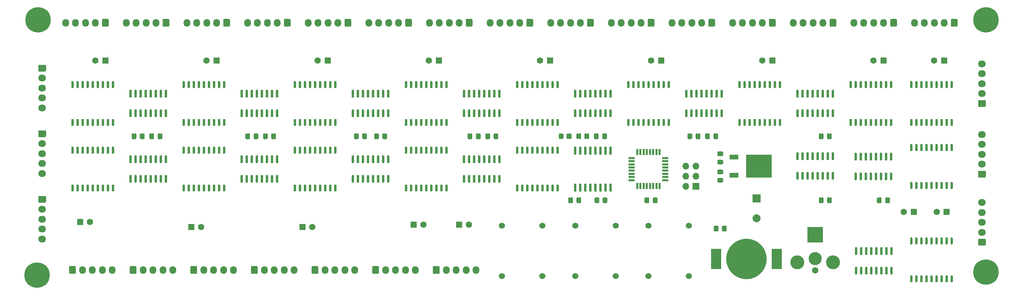
<source format=gbr>
G04 #@! TF.GenerationSoftware,KiCad,Pcbnew,(5.1.10-1-10_14)*
G04 #@! TF.CreationDate,2021-11-16T00:20:27-08:00*
G04 #@! TF.ProjectId,stepper_clock,73746570-7065-4725-9f63-6c6f636b2e6b,rev?*
G04 #@! TF.SameCoordinates,Original*
G04 #@! TF.FileFunction,Soldermask,Top*
G04 #@! TF.FilePolarity,Negative*
%FSLAX46Y46*%
G04 Gerber Fmt 4.6, Leading zero omitted, Abs format (unit mm)*
G04 Created by KiCad (PCBNEW (5.1.10-1-10_14)) date 2021-11-16 00:20:27*
%MOMM*%
%LPD*%
G01*
G04 APERTURE LIST*
%ADD10C,1.600000*%
%ADD11R,1.600000X1.600000*%
%ADD12R,4.000000X4.000000*%
%ADD13C,3.300000*%
%ADD14C,3.500000*%
%ADD15O,1.950000X1.700000*%
%ADD16O,1.700000X1.950000*%
%ADD17R,2.500000X5.100000*%
%ADD18C,10.200000*%
%ADD19R,1.700000X1.700000*%
%ADD20O,1.700000X1.700000*%
%ADD21C,1.524000*%
%ADD22R,0.550000X1.600000*%
%ADD23R,1.600000X0.550000*%
%ADD24R,2.200000X1.200000*%
%ADD25R,6.400000X5.800000*%
%ADD26R,2.000000X2.000000*%
%ADD27C,2.000000*%
%ADD28C,0.800000*%
%ADD29C,6.400000*%
G04 APERTURE END LIST*
G36*
G01*
X224767000Y-69064000D02*
X225067000Y-69064000D01*
G75*
G02*
X225217000Y-69214000I0J-150000D01*
G01*
X225217000Y-70864000D01*
G75*
G02*
X225067000Y-71014000I-150000J0D01*
G01*
X224767000Y-71014000D01*
G75*
G02*
X224617000Y-70864000I0J150000D01*
G01*
X224617000Y-69214000D01*
G75*
G02*
X224767000Y-69064000I150000J0D01*
G01*
G37*
G36*
G01*
X223497000Y-69064000D02*
X223797000Y-69064000D01*
G75*
G02*
X223947000Y-69214000I0J-150000D01*
G01*
X223947000Y-70864000D01*
G75*
G02*
X223797000Y-71014000I-150000J0D01*
G01*
X223497000Y-71014000D01*
G75*
G02*
X223347000Y-70864000I0J150000D01*
G01*
X223347000Y-69214000D01*
G75*
G02*
X223497000Y-69064000I150000J0D01*
G01*
G37*
G36*
G01*
X222227000Y-69064000D02*
X222527000Y-69064000D01*
G75*
G02*
X222677000Y-69214000I0J-150000D01*
G01*
X222677000Y-70864000D01*
G75*
G02*
X222527000Y-71014000I-150000J0D01*
G01*
X222227000Y-71014000D01*
G75*
G02*
X222077000Y-70864000I0J150000D01*
G01*
X222077000Y-69214000D01*
G75*
G02*
X222227000Y-69064000I150000J0D01*
G01*
G37*
G36*
G01*
X220957000Y-69064000D02*
X221257000Y-69064000D01*
G75*
G02*
X221407000Y-69214000I0J-150000D01*
G01*
X221407000Y-70864000D01*
G75*
G02*
X221257000Y-71014000I-150000J0D01*
G01*
X220957000Y-71014000D01*
G75*
G02*
X220807000Y-70864000I0J150000D01*
G01*
X220807000Y-69214000D01*
G75*
G02*
X220957000Y-69064000I150000J0D01*
G01*
G37*
G36*
G01*
X219687000Y-69064000D02*
X219987000Y-69064000D01*
G75*
G02*
X220137000Y-69214000I0J-150000D01*
G01*
X220137000Y-70864000D01*
G75*
G02*
X219987000Y-71014000I-150000J0D01*
G01*
X219687000Y-71014000D01*
G75*
G02*
X219537000Y-70864000I0J150000D01*
G01*
X219537000Y-69214000D01*
G75*
G02*
X219687000Y-69064000I150000J0D01*
G01*
G37*
G36*
G01*
X218417000Y-69064000D02*
X218717000Y-69064000D01*
G75*
G02*
X218867000Y-69214000I0J-150000D01*
G01*
X218867000Y-70864000D01*
G75*
G02*
X218717000Y-71014000I-150000J0D01*
G01*
X218417000Y-71014000D01*
G75*
G02*
X218267000Y-70864000I0J150000D01*
G01*
X218267000Y-69214000D01*
G75*
G02*
X218417000Y-69064000I150000J0D01*
G01*
G37*
G36*
G01*
X217147000Y-69064000D02*
X217447000Y-69064000D01*
G75*
G02*
X217597000Y-69214000I0J-150000D01*
G01*
X217597000Y-70864000D01*
G75*
G02*
X217447000Y-71014000I-150000J0D01*
G01*
X217147000Y-71014000D01*
G75*
G02*
X216997000Y-70864000I0J150000D01*
G01*
X216997000Y-69214000D01*
G75*
G02*
X217147000Y-69064000I150000J0D01*
G01*
G37*
G36*
G01*
X215877000Y-69064000D02*
X216177000Y-69064000D01*
G75*
G02*
X216327000Y-69214000I0J-150000D01*
G01*
X216327000Y-70864000D01*
G75*
G02*
X216177000Y-71014000I-150000J0D01*
G01*
X215877000Y-71014000D01*
G75*
G02*
X215727000Y-70864000I0J150000D01*
G01*
X215727000Y-69214000D01*
G75*
G02*
X215877000Y-69064000I150000J0D01*
G01*
G37*
G36*
G01*
X215877000Y-64114000D02*
X216177000Y-64114000D01*
G75*
G02*
X216327000Y-64264000I0J-150000D01*
G01*
X216327000Y-65914000D01*
G75*
G02*
X216177000Y-66064000I-150000J0D01*
G01*
X215877000Y-66064000D01*
G75*
G02*
X215727000Y-65914000I0J150000D01*
G01*
X215727000Y-64264000D01*
G75*
G02*
X215877000Y-64114000I150000J0D01*
G01*
G37*
G36*
G01*
X217147000Y-64114000D02*
X217447000Y-64114000D01*
G75*
G02*
X217597000Y-64264000I0J-150000D01*
G01*
X217597000Y-65914000D01*
G75*
G02*
X217447000Y-66064000I-150000J0D01*
G01*
X217147000Y-66064000D01*
G75*
G02*
X216997000Y-65914000I0J150000D01*
G01*
X216997000Y-64264000D01*
G75*
G02*
X217147000Y-64114000I150000J0D01*
G01*
G37*
G36*
G01*
X218417000Y-64114000D02*
X218717000Y-64114000D01*
G75*
G02*
X218867000Y-64264000I0J-150000D01*
G01*
X218867000Y-65914000D01*
G75*
G02*
X218717000Y-66064000I-150000J0D01*
G01*
X218417000Y-66064000D01*
G75*
G02*
X218267000Y-65914000I0J150000D01*
G01*
X218267000Y-64264000D01*
G75*
G02*
X218417000Y-64114000I150000J0D01*
G01*
G37*
G36*
G01*
X219687000Y-64114000D02*
X219987000Y-64114000D01*
G75*
G02*
X220137000Y-64264000I0J-150000D01*
G01*
X220137000Y-65914000D01*
G75*
G02*
X219987000Y-66064000I-150000J0D01*
G01*
X219687000Y-66064000D01*
G75*
G02*
X219537000Y-65914000I0J150000D01*
G01*
X219537000Y-64264000D01*
G75*
G02*
X219687000Y-64114000I150000J0D01*
G01*
G37*
G36*
G01*
X220957000Y-64114000D02*
X221257000Y-64114000D01*
G75*
G02*
X221407000Y-64264000I0J-150000D01*
G01*
X221407000Y-65914000D01*
G75*
G02*
X221257000Y-66064000I-150000J0D01*
G01*
X220957000Y-66064000D01*
G75*
G02*
X220807000Y-65914000I0J150000D01*
G01*
X220807000Y-64264000D01*
G75*
G02*
X220957000Y-64114000I150000J0D01*
G01*
G37*
G36*
G01*
X222227000Y-64114000D02*
X222527000Y-64114000D01*
G75*
G02*
X222677000Y-64264000I0J-150000D01*
G01*
X222677000Y-65914000D01*
G75*
G02*
X222527000Y-66064000I-150000J0D01*
G01*
X222227000Y-66064000D01*
G75*
G02*
X222077000Y-65914000I0J150000D01*
G01*
X222077000Y-64264000D01*
G75*
G02*
X222227000Y-64114000I150000J0D01*
G01*
G37*
G36*
G01*
X223497000Y-64114000D02*
X223797000Y-64114000D01*
G75*
G02*
X223947000Y-64264000I0J-150000D01*
G01*
X223947000Y-65914000D01*
G75*
G02*
X223797000Y-66064000I-150000J0D01*
G01*
X223497000Y-66064000D01*
G75*
G02*
X223347000Y-65914000I0J150000D01*
G01*
X223347000Y-64264000D01*
G75*
G02*
X223497000Y-64114000I150000J0D01*
G01*
G37*
G36*
G01*
X224767000Y-64114000D02*
X225067000Y-64114000D01*
G75*
G02*
X225217000Y-64264000I0J-150000D01*
G01*
X225217000Y-65914000D01*
G75*
G02*
X225067000Y-66064000I-150000J0D01*
G01*
X224767000Y-66064000D01*
G75*
G02*
X224617000Y-65914000I0J150000D01*
G01*
X224617000Y-64264000D01*
G75*
G02*
X224767000Y-64114000I150000J0D01*
G01*
G37*
D10*
X236260000Y-55245000D03*
D11*
X238760000Y-55245000D03*
G36*
G01*
X19200000Y-24040000D02*
X18900000Y-24040000D01*
G75*
G02*
X18750000Y-23890000I0J150000D01*
G01*
X18750000Y-22440000D01*
G75*
G02*
X18900000Y-22290000I150000J0D01*
G01*
X19200000Y-22290000D01*
G75*
G02*
X19350000Y-22440000I0J-150000D01*
G01*
X19350000Y-23890000D01*
G75*
G02*
X19200000Y-24040000I-150000J0D01*
G01*
G37*
G36*
G01*
X20470000Y-24040000D02*
X20170000Y-24040000D01*
G75*
G02*
X20020000Y-23890000I0J150000D01*
G01*
X20020000Y-22440000D01*
G75*
G02*
X20170000Y-22290000I150000J0D01*
G01*
X20470000Y-22290000D01*
G75*
G02*
X20620000Y-22440000I0J-150000D01*
G01*
X20620000Y-23890000D01*
G75*
G02*
X20470000Y-24040000I-150000J0D01*
G01*
G37*
G36*
G01*
X21740000Y-24040000D02*
X21440000Y-24040000D01*
G75*
G02*
X21290000Y-23890000I0J150000D01*
G01*
X21290000Y-22440000D01*
G75*
G02*
X21440000Y-22290000I150000J0D01*
G01*
X21740000Y-22290000D01*
G75*
G02*
X21890000Y-22440000I0J-150000D01*
G01*
X21890000Y-23890000D01*
G75*
G02*
X21740000Y-24040000I-150000J0D01*
G01*
G37*
G36*
G01*
X23010000Y-24040000D02*
X22710000Y-24040000D01*
G75*
G02*
X22560000Y-23890000I0J150000D01*
G01*
X22560000Y-22440000D01*
G75*
G02*
X22710000Y-22290000I150000J0D01*
G01*
X23010000Y-22290000D01*
G75*
G02*
X23160000Y-22440000I0J-150000D01*
G01*
X23160000Y-23890000D01*
G75*
G02*
X23010000Y-24040000I-150000J0D01*
G01*
G37*
G36*
G01*
X24280000Y-24040000D02*
X23980000Y-24040000D01*
G75*
G02*
X23830000Y-23890000I0J150000D01*
G01*
X23830000Y-22440000D01*
G75*
G02*
X23980000Y-22290000I150000J0D01*
G01*
X24280000Y-22290000D01*
G75*
G02*
X24430000Y-22440000I0J-150000D01*
G01*
X24430000Y-23890000D01*
G75*
G02*
X24280000Y-24040000I-150000J0D01*
G01*
G37*
G36*
G01*
X25550000Y-24040000D02*
X25250000Y-24040000D01*
G75*
G02*
X25100000Y-23890000I0J150000D01*
G01*
X25100000Y-22440000D01*
G75*
G02*
X25250000Y-22290000I150000J0D01*
G01*
X25550000Y-22290000D01*
G75*
G02*
X25700000Y-22440000I0J-150000D01*
G01*
X25700000Y-23890000D01*
G75*
G02*
X25550000Y-24040000I-150000J0D01*
G01*
G37*
G36*
G01*
X26820000Y-24040000D02*
X26520000Y-24040000D01*
G75*
G02*
X26370000Y-23890000I0J150000D01*
G01*
X26370000Y-22440000D01*
G75*
G02*
X26520000Y-22290000I150000J0D01*
G01*
X26820000Y-22290000D01*
G75*
G02*
X26970000Y-22440000I0J-150000D01*
G01*
X26970000Y-23890000D01*
G75*
G02*
X26820000Y-24040000I-150000J0D01*
G01*
G37*
G36*
G01*
X28090000Y-24040000D02*
X27790000Y-24040000D01*
G75*
G02*
X27640000Y-23890000I0J150000D01*
G01*
X27640000Y-22440000D01*
G75*
G02*
X27790000Y-22290000I150000J0D01*
G01*
X28090000Y-22290000D01*
G75*
G02*
X28240000Y-22440000I0J-150000D01*
G01*
X28240000Y-23890000D01*
G75*
G02*
X28090000Y-24040000I-150000J0D01*
G01*
G37*
G36*
G01*
X29360000Y-24040000D02*
X29060000Y-24040000D01*
G75*
G02*
X28910000Y-23890000I0J150000D01*
G01*
X28910000Y-22440000D01*
G75*
G02*
X29060000Y-22290000I150000J0D01*
G01*
X29360000Y-22290000D01*
G75*
G02*
X29510000Y-22440000I0J-150000D01*
G01*
X29510000Y-23890000D01*
G75*
G02*
X29360000Y-24040000I-150000J0D01*
G01*
G37*
G36*
G01*
X29360000Y-33590000D02*
X29060000Y-33590000D01*
G75*
G02*
X28910000Y-33440000I0J150000D01*
G01*
X28910000Y-31990000D01*
G75*
G02*
X29060000Y-31840000I150000J0D01*
G01*
X29360000Y-31840000D01*
G75*
G02*
X29510000Y-31990000I0J-150000D01*
G01*
X29510000Y-33440000D01*
G75*
G02*
X29360000Y-33590000I-150000J0D01*
G01*
G37*
G36*
G01*
X28090000Y-33590000D02*
X27790000Y-33590000D01*
G75*
G02*
X27640000Y-33440000I0J150000D01*
G01*
X27640000Y-31990000D01*
G75*
G02*
X27790000Y-31840000I150000J0D01*
G01*
X28090000Y-31840000D01*
G75*
G02*
X28240000Y-31990000I0J-150000D01*
G01*
X28240000Y-33440000D01*
G75*
G02*
X28090000Y-33590000I-150000J0D01*
G01*
G37*
G36*
G01*
X26820000Y-33590000D02*
X26520000Y-33590000D01*
G75*
G02*
X26370000Y-33440000I0J150000D01*
G01*
X26370000Y-31990000D01*
G75*
G02*
X26520000Y-31840000I150000J0D01*
G01*
X26820000Y-31840000D01*
G75*
G02*
X26970000Y-31990000I0J-150000D01*
G01*
X26970000Y-33440000D01*
G75*
G02*
X26820000Y-33590000I-150000J0D01*
G01*
G37*
G36*
G01*
X25550000Y-33590000D02*
X25250000Y-33590000D01*
G75*
G02*
X25100000Y-33440000I0J150000D01*
G01*
X25100000Y-31990000D01*
G75*
G02*
X25250000Y-31840000I150000J0D01*
G01*
X25550000Y-31840000D01*
G75*
G02*
X25700000Y-31990000I0J-150000D01*
G01*
X25700000Y-33440000D01*
G75*
G02*
X25550000Y-33590000I-150000J0D01*
G01*
G37*
G36*
G01*
X24280000Y-33590000D02*
X23980000Y-33590000D01*
G75*
G02*
X23830000Y-33440000I0J150000D01*
G01*
X23830000Y-31990000D01*
G75*
G02*
X23980000Y-31840000I150000J0D01*
G01*
X24280000Y-31840000D01*
G75*
G02*
X24430000Y-31990000I0J-150000D01*
G01*
X24430000Y-33440000D01*
G75*
G02*
X24280000Y-33590000I-150000J0D01*
G01*
G37*
G36*
G01*
X23010000Y-33590000D02*
X22710000Y-33590000D01*
G75*
G02*
X22560000Y-33440000I0J150000D01*
G01*
X22560000Y-31990000D01*
G75*
G02*
X22710000Y-31840000I150000J0D01*
G01*
X23010000Y-31840000D01*
G75*
G02*
X23160000Y-31990000I0J-150000D01*
G01*
X23160000Y-33440000D01*
G75*
G02*
X23010000Y-33590000I-150000J0D01*
G01*
G37*
G36*
G01*
X21740000Y-33590000D02*
X21440000Y-33590000D01*
G75*
G02*
X21290000Y-33440000I0J150000D01*
G01*
X21290000Y-31990000D01*
G75*
G02*
X21440000Y-31840000I150000J0D01*
G01*
X21740000Y-31840000D01*
G75*
G02*
X21890000Y-31990000I0J-150000D01*
G01*
X21890000Y-33440000D01*
G75*
G02*
X21740000Y-33590000I-150000J0D01*
G01*
G37*
G36*
G01*
X20470000Y-33590000D02*
X20170000Y-33590000D01*
G75*
G02*
X20020000Y-33440000I0J150000D01*
G01*
X20020000Y-31990000D01*
G75*
G02*
X20170000Y-31840000I150000J0D01*
G01*
X20470000Y-31840000D01*
G75*
G02*
X20620000Y-31990000I0J-150000D01*
G01*
X20620000Y-33440000D01*
G75*
G02*
X20470000Y-33590000I-150000J0D01*
G01*
G37*
G36*
G01*
X19200000Y-33590000D02*
X18900000Y-33590000D01*
G75*
G02*
X18750000Y-33440000I0J150000D01*
G01*
X18750000Y-31990000D01*
G75*
G02*
X18900000Y-31840000I150000J0D01*
G01*
X19200000Y-31840000D01*
G75*
G02*
X19350000Y-31990000I0J-150000D01*
G01*
X19350000Y-33440000D01*
G75*
G02*
X19200000Y-33590000I-150000J0D01*
G01*
G37*
G36*
G01*
X42395000Y-24490000D02*
X42695000Y-24490000D01*
G75*
G02*
X42845000Y-24640000I0J-150000D01*
G01*
X42845000Y-26290000D01*
G75*
G02*
X42695000Y-26440000I-150000J0D01*
G01*
X42395000Y-26440000D01*
G75*
G02*
X42245000Y-26290000I0J150000D01*
G01*
X42245000Y-24640000D01*
G75*
G02*
X42395000Y-24490000I150000J0D01*
G01*
G37*
G36*
G01*
X41125000Y-24490000D02*
X41425000Y-24490000D01*
G75*
G02*
X41575000Y-24640000I0J-150000D01*
G01*
X41575000Y-26290000D01*
G75*
G02*
X41425000Y-26440000I-150000J0D01*
G01*
X41125000Y-26440000D01*
G75*
G02*
X40975000Y-26290000I0J150000D01*
G01*
X40975000Y-24640000D01*
G75*
G02*
X41125000Y-24490000I150000J0D01*
G01*
G37*
G36*
G01*
X39855000Y-24490000D02*
X40155000Y-24490000D01*
G75*
G02*
X40305000Y-24640000I0J-150000D01*
G01*
X40305000Y-26290000D01*
G75*
G02*
X40155000Y-26440000I-150000J0D01*
G01*
X39855000Y-26440000D01*
G75*
G02*
X39705000Y-26290000I0J150000D01*
G01*
X39705000Y-24640000D01*
G75*
G02*
X39855000Y-24490000I150000J0D01*
G01*
G37*
G36*
G01*
X38585000Y-24490000D02*
X38885000Y-24490000D01*
G75*
G02*
X39035000Y-24640000I0J-150000D01*
G01*
X39035000Y-26290000D01*
G75*
G02*
X38885000Y-26440000I-150000J0D01*
G01*
X38585000Y-26440000D01*
G75*
G02*
X38435000Y-26290000I0J150000D01*
G01*
X38435000Y-24640000D01*
G75*
G02*
X38585000Y-24490000I150000J0D01*
G01*
G37*
G36*
G01*
X37315000Y-24490000D02*
X37615000Y-24490000D01*
G75*
G02*
X37765000Y-24640000I0J-150000D01*
G01*
X37765000Y-26290000D01*
G75*
G02*
X37615000Y-26440000I-150000J0D01*
G01*
X37315000Y-26440000D01*
G75*
G02*
X37165000Y-26290000I0J150000D01*
G01*
X37165000Y-24640000D01*
G75*
G02*
X37315000Y-24490000I150000J0D01*
G01*
G37*
G36*
G01*
X36045000Y-24490000D02*
X36345000Y-24490000D01*
G75*
G02*
X36495000Y-24640000I0J-150000D01*
G01*
X36495000Y-26290000D01*
G75*
G02*
X36345000Y-26440000I-150000J0D01*
G01*
X36045000Y-26440000D01*
G75*
G02*
X35895000Y-26290000I0J150000D01*
G01*
X35895000Y-24640000D01*
G75*
G02*
X36045000Y-24490000I150000J0D01*
G01*
G37*
G36*
G01*
X34775000Y-24490000D02*
X35075000Y-24490000D01*
G75*
G02*
X35225000Y-24640000I0J-150000D01*
G01*
X35225000Y-26290000D01*
G75*
G02*
X35075000Y-26440000I-150000J0D01*
G01*
X34775000Y-26440000D01*
G75*
G02*
X34625000Y-26290000I0J150000D01*
G01*
X34625000Y-24640000D01*
G75*
G02*
X34775000Y-24490000I150000J0D01*
G01*
G37*
G36*
G01*
X33505000Y-24490000D02*
X33805000Y-24490000D01*
G75*
G02*
X33955000Y-24640000I0J-150000D01*
G01*
X33955000Y-26290000D01*
G75*
G02*
X33805000Y-26440000I-150000J0D01*
G01*
X33505000Y-26440000D01*
G75*
G02*
X33355000Y-26290000I0J150000D01*
G01*
X33355000Y-24640000D01*
G75*
G02*
X33505000Y-24490000I150000J0D01*
G01*
G37*
G36*
G01*
X33505000Y-29440000D02*
X33805000Y-29440000D01*
G75*
G02*
X33955000Y-29590000I0J-150000D01*
G01*
X33955000Y-31240000D01*
G75*
G02*
X33805000Y-31390000I-150000J0D01*
G01*
X33505000Y-31390000D01*
G75*
G02*
X33355000Y-31240000I0J150000D01*
G01*
X33355000Y-29590000D01*
G75*
G02*
X33505000Y-29440000I150000J0D01*
G01*
G37*
G36*
G01*
X34775000Y-29440000D02*
X35075000Y-29440000D01*
G75*
G02*
X35225000Y-29590000I0J-150000D01*
G01*
X35225000Y-31240000D01*
G75*
G02*
X35075000Y-31390000I-150000J0D01*
G01*
X34775000Y-31390000D01*
G75*
G02*
X34625000Y-31240000I0J150000D01*
G01*
X34625000Y-29590000D01*
G75*
G02*
X34775000Y-29440000I150000J0D01*
G01*
G37*
G36*
G01*
X36045000Y-29440000D02*
X36345000Y-29440000D01*
G75*
G02*
X36495000Y-29590000I0J-150000D01*
G01*
X36495000Y-31240000D01*
G75*
G02*
X36345000Y-31390000I-150000J0D01*
G01*
X36045000Y-31390000D01*
G75*
G02*
X35895000Y-31240000I0J150000D01*
G01*
X35895000Y-29590000D01*
G75*
G02*
X36045000Y-29440000I150000J0D01*
G01*
G37*
G36*
G01*
X37315000Y-29440000D02*
X37615000Y-29440000D01*
G75*
G02*
X37765000Y-29590000I0J-150000D01*
G01*
X37765000Y-31240000D01*
G75*
G02*
X37615000Y-31390000I-150000J0D01*
G01*
X37315000Y-31390000D01*
G75*
G02*
X37165000Y-31240000I0J150000D01*
G01*
X37165000Y-29590000D01*
G75*
G02*
X37315000Y-29440000I150000J0D01*
G01*
G37*
G36*
G01*
X38585000Y-29440000D02*
X38885000Y-29440000D01*
G75*
G02*
X39035000Y-29590000I0J-150000D01*
G01*
X39035000Y-31240000D01*
G75*
G02*
X38885000Y-31390000I-150000J0D01*
G01*
X38585000Y-31390000D01*
G75*
G02*
X38435000Y-31240000I0J150000D01*
G01*
X38435000Y-29590000D01*
G75*
G02*
X38585000Y-29440000I150000J0D01*
G01*
G37*
G36*
G01*
X39855000Y-29440000D02*
X40155000Y-29440000D01*
G75*
G02*
X40305000Y-29590000I0J-150000D01*
G01*
X40305000Y-31240000D01*
G75*
G02*
X40155000Y-31390000I-150000J0D01*
G01*
X39855000Y-31390000D01*
G75*
G02*
X39705000Y-31240000I0J150000D01*
G01*
X39705000Y-29590000D01*
G75*
G02*
X39855000Y-29440000I150000J0D01*
G01*
G37*
G36*
G01*
X41125000Y-29440000D02*
X41425000Y-29440000D01*
G75*
G02*
X41575000Y-29590000I0J-150000D01*
G01*
X41575000Y-31240000D01*
G75*
G02*
X41425000Y-31390000I-150000J0D01*
G01*
X41125000Y-31390000D01*
G75*
G02*
X40975000Y-31240000I0J150000D01*
G01*
X40975000Y-29590000D01*
G75*
G02*
X41125000Y-29440000I150000J0D01*
G01*
G37*
G36*
G01*
X42395000Y-29440000D02*
X42695000Y-29440000D01*
G75*
G02*
X42845000Y-29590000I0J-150000D01*
G01*
X42845000Y-31240000D01*
G75*
G02*
X42695000Y-31390000I-150000J0D01*
G01*
X42395000Y-31390000D01*
G75*
G02*
X42245000Y-31240000I0J150000D01*
G01*
X42245000Y-29590000D01*
G75*
G02*
X42395000Y-29440000I150000J0D01*
G01*
G37*
D12*
X205740000Y-60960000D03*
D13*
X205740000Y-66960000D03*
D14*
X201240000Y-67960000D03*
X210240000Y-67960000D03*
D10*
X205740000Y-69960000D03*
G36*
G01*
X248375000Y-28790000D02*
X246925000Y-28790000D01*
G75*
G02*
X246675000Y-28540000I0J250000D01*
G01*
X246675000Y-27340000D01*
G75*
G02*
X246925000Y-27090000I250000J0D01*
G01*
X248375000Y-27090000D01*
G75*
G02*
X248625000Y-27340000I0J-250000D01*
G01*
X248625000Y-28540000D01*
G75*
G02*
X248375000Y-28790000I-250000J0D01*
G01*
G37*
D15*
X247650000Y-25440000D03*
X247650000Y-22940000D03*
X247650000Y-20440000D03*
X247650000Y-17940000D03*
G36*
G01*
X195795000Y-6895000D02*
X195795000Y-8345000D01*
G75*
G02*
X195545000Y-8595000I-250000J0D01*
G01*
X194345000Y-8595000D01*
G75*
G02*
X194095000Y-8345000I0J250000D01*
G01*
X194095000Y-6895000D01*
G75*
G02*
X194345000Y-6645000I250000J0D01*
G01*
X195545000Y-6645000D01*
G75*
G02*
X195795000Y-6895000I0J-250000D01*
G01*
G37*
D16*
X192445000Y-7620000D03*
X189945000Y-7620000D03*
X187445000Y-7620000D03*
X184945000Y-7620000D03*
X108745000Y-7620000D03*
X111245000Y-7620000D03*
X113745000Y-7620000D03*
X116245000Y-7620000D03*
G36*
G01*
X119595000Y-6895000D02*
X119595000Y-8345000D01*
G75*
G02*
X119345000Y-8595000I-250000J0D01*
G01*
X118145000Y-8595000D01*
G75*
G02*
X117895000Y-8345000I0J250000D01*
G01*
X117895000Y-6895000D01*
G75*
G02*
X118145000Y-6645000I250000J0D01*
G01*
X119345000Y-6645000D01*
G75*
G02*
X119595000Y-6895000I0J-250000D01*
G01*
G37*
G36*
G01*
X58635000Y-6895000D02*
X58635000Y-8345000D01*
G75*
G02*
X58385000Y-8595000I-250000J0D01*
G01*
X57185000Y-8595000D01*
G75*
G02*
X56935000Y-8345000I0J250000D01*
G01*
X56935000Y-6895000D01*
G75*
G02*
X57185000Y-6645000I250000J0D01*
G01*
X58385000Y-6645000D01*
G75*
G02*
X58635000Y-6895000I0J-250000D01*
G01*
G37*
X55285000Y-7620000D03*
X52785000Y-7620000D03*
X50285000Y-7620000D03*
X47785000Y-7620000D03*
G36*
G01*
X230020000Y-49465000D02*
X229720000Y-49465000D01*
G75*
G02*
X229570000Y-49315000I0J150000D01*
G01*
X229570000Y-47865000D01*
G75*
G02*
X229720000Y-47715000I150000J0D01*
G01*
X230020000Y-47715000D01*
G75*
G02*
X230170000Y-47865000I0J-150000D01*
G01*
X230170000Y-49315000D01*
G75*
G02*
X230020000Y-49465000I-150000J0D01*
G01*
G37*
G36*
G01*
X231290000Y-49465000D02*
X230990000Y-49465000D01*
G75*
G02*
X230840000Y-49315000I0J150000D01*
G01*
X230840000Y-47865000D01*
G75*
G02*
X230990000Y-47715000I150000J0D01*
G01*
X231290000Y-47715000D01*
G75*
G02*
X231440000Y-47865000I0J-150000D01*
G01*
X231440000Y-49315000D01*
G75*
G02*
X231290000Y-49465000I-150000J0D01*
G01*
G37*
G36*
G01*
X232560000Y-49465000D02*
X232260000Y-49465000D01*
G75*
G02*
X232110000Y-49315000I0J150000D01*
G01*
X232110000Y-47865000D01*
G75*
G02*
X232260000Y-47715000I150000J0D01*
G01*
X232560000Y-47715000D01*
G75*
G02*
X232710000Y-47865000I0J-150000D01*
G01*
X232710000Y-49315000D01*
G75*
G02*
X232560000Y-49465000I-150000J0D01*
G01*
G37*
G36*
G01*
X233830000Y-49465000D02*
X233530000Y-49465000D01*
G75*
G02*
X233380000Y-49315000I0J150000D01*
G01*
X233380000Y-47865000D01*
G75*
G02*
X233530000Y-47715000I150000J0D01*
G01*
X233830000Y-47715000D01*
G75*
G02*
X233980000Y-47865000I0J-150000D01*
G01*
X233980000Y-49315000D01*
G75*
G02*
X233830000Y-49465000I-150000J0D01*
G01*
G37*
G36*
G01*
X235100000Y-49465000D02*
X234800000Y-49465000D01*
G75*
G02*
X234650000Y-49315000I0J150000D01*
G01*
X234650000Y-47865000D01*
G75*
G02*
X234800000Y-47715000I150000J0D01*
G01*
X235100000Y-47715000D01*
G75*
G02*
X235250000Y-47865000I0J-150000D01*
G01*
X235250000Y-49315000D01*
G75*
G02*
X235100000Y-49465000I-150000J0D01*
G01*
G37*
G36*
G01*
X236370000Y-49465000D02*
X236070000Y-49465000D01*
G75*
G02*
X235920000Y-49315000I0J150000D01*
G01*
X235920000Y-47865000D01*
G75*
G02*
X236070000Y-47715000I150000J0D01*
G01*
X236370000Y-47715000D01*
G75*
G02*
X236520000Y-47865000I0J-150000D01*
G01*
X236520000Y-49315000D01*
G75*
G02*
X236370000Y-49465000I-150000J0D01*
G01*
G37*
G36*
G01*
X237640000Y-49465000D02*
X237340000Y-49465000D01*
G75*
G02*
X237190000Y-49315000I0J150000D01*
G01*
X237190000Y-47865000D01*
G75*
G02*
X237340000Y-47715000I150000J0D01*
G01*
X237640000Y-47715000D01*
G75*
G02*
X237790000Y-47865000I0J-150000D01*
G01*
X237790000Y-49315000D01*
G75*
G02*
X237640000Y-49465000I-150000J0D01*
G01*
G37*
G36*
G01*
X238910000Y-49465000D02*
X238610000Y-49465000D01*
G75*
G02*
X238460000Y-49315000I0J150000D01*
G01*
X238460000Y-47865000D01*
G75*
G02*
X238610000Y-47715000I150000J0D01*
G01*
X238910000Y-47715000D01*
G75*
G02*
X239060000Y-47865000I0J-150000D01*
G01*
X239060000Y-49315000D01*
G75*
G02*
X238910000Y-49465000I-150000J0D01*
G01*
G37*
G36*
G01*
X240180000Y-49465000D02*
X239880000Y-49465000D01*
G75*
G02*
X239730000Y-49315000I0J150000D01*
G01*
X239730000Y-47865000D01*
G75*
G02*
X239880000Y-47715000I150000J0D01*
G01*
X240180000Y-47715000D01*
G75*
G02*
X240330000Y-47865000I0J-150000D01*
G01*
X240330000Y-49315000D01*
G75*
G02*
X240180000Y-49465000I-150000J0D01*
G01*
G37*
G36*
G01*
X240180000Y-39915000D02*
X239880000Y-39915000D01*
G75*
G02*
X239730000Y-39765000I0J150000D01*
G01*
X239730000Y-38315000D01*
G75*
G02*
X239880000Y-38165000I150000J0D01*
G01*
X240180000Y-38165000D01*
G75*
G02*
X240330000Y-38315000I0J-150000D01*
G01*
X240330000Y-39765000D01*
G75*
G02*
X240180000Y-39915000I-150000J0D01*
G01*
G37*
G36*
G01*
X238910000Y-39915000D02*
X238610000Y-39915000D01*
G75*
G02*
X238460000Y-39765000I0J150000D01*
G01*
X238460000Y-38315000D01*
G75*
G02*
X238610000Y-38165000I150000J0D01*
G01*
X238910000Y-38165000D01*
G75*
G02*
X239060000Y-38315000I0J-150000D01*
G01*
X239060000Y-39765000D01*
G75*
G02*
X238910000Y-39915000I-150000J0D01*
G01*
G37*
G36*
G01*
X237640000Y-39915000D02*
X237340000Y-39915000D01*
G75*
G02*
X237190000Y-39765000I0J150000D01*
G01*
X237190000Y-38315000D01*
G75*
G02*
X237340000Y-38165000I150000J0D01*
G01*
X237640000Y-38165000D01*
G75*
G02*
X237790000Y-38315000I0J-150000D01*
G01*
X237790000Y-39765000D01*
G75*
G02*
X237640000Y-39915000I-150000J0D01*
G01*
G37*
G36*
G01*
X236370000Y-39915000D02*
X236070000Y-39915000D01*
G75*
G02*
X235920000Y-39765000I0J150000D01*
G01*
X235920000Y-38315000D01*
G75*
G02*
X236070000Y-38165000I150000J0D01*
G01*
X236370000Y-38165000D01*
G75*
G02*
X236520000Y-38315000I0J-150000D01*
G01*
X236520000Y-39765000D01*
G75*
G02*
X236370000Y-39915000I-150000J0D01*
G01*
G37*
G36*
G01*
X235100000Y-39915000D02*
X234800000Y-39915000D01*
G75*
G02*
X234650000Y-39765000I0J150000D01*
G01*
X234650000Y-38315000D01*
G75*
G02*
X234800000Y-38165000I150000J0D01*
G01*
X235100000Y-38165000D01*
G75*
G02*
X235250000Y-38315000I0J-150000D01*
G01*
X235250000Y-39765000D01*
G75*
G02*
X235100000Y-39915000I-150000J0D01*
G01*
G37*
G36*
G01*
X233830000Y-39915000D02*
X233530000Y-39915000D01*
G75*
G02*
X233380000Y-39765000I0J150000D01*
G01*
X233380000Y-38315000D01*
G75*
G02*
X233530000Y-38165000I150000J0D01*
G01*
X233830000Y-38165000D01*
G75*
G02*
X233980000Y-38315000I0J-150000D01*
G01*
X233980000Y-39765000D01*
G75*
G02*
X233830000Y-39915000I-150000J0D01*
G01*
G37*
G36*
G01*
X232560000Y-39915000D02*
X232260000Y-39915000D01*
G75*
G02*
X232110000Y-39765000I0J150000D01*
G01*
X232110000Y-38315000D01*
G75*
G02*
X232260000Y-38165000I150000J0D01*
G01*
X232560000Y-38165000D01*
G75*
G02*
X232710000Y-38315000I0J-150000D01*
G01*
X232710000Y-39765000D01*
G75*
G02*
X232560000Y-39915000I-150000J0D01*
G01*
G37*
G36*
G01*
X231290000Y-39915000D02*
X230990000Y-39915000D01*
G75*
G02*
X230840000Y-39765000I0J150000D01*
G01*
X230840000Y-38315000D01*
G75*
G02*
X230990000Y-38165000I150000J0D01*
G01*
X231290000Y-38165000D01*
G75*
G02*
X231440000Y-38315000I0J-150000D01*
G01*
X231440000Y-39765000D01*
G75*
G02*
X231290000Y-39915000I-150000J0D01*
G01*
G37*
G36*
G01*
X230020000Y-39915000D02*
X229720000Y-39915000D01*
G75*
G02*
X229570000Y-39765000I0J150000D01*
G01*
X229570000Y-38315000D01*
G75*
G02*
X229720000Y-38165000I150000J0D01*
G01*
X230020000Y-38165000D01*
G75*
G02*
X230170000Y-38315000I0J-150000D01*
G01*
X230170000Y-39765000D01*
G75*
G02*
X230020000Y-39915000I-150000J0D01*
G01*
G37*
D17*
X180868000Y-67056000D03*
X196068000Y-67056000D03*
D18*
X188468000Y-67056000D03*
G36*
G01*
X182339000Y-47853000D02*
X181389000Y-47853000D01*
G75*
G02*
X181139000Y-47603000I0J250000D01*
G01*
X181139000Y-46928000D01*
G75*
G02*
X181389000Y-46678000I250000J0D01*
G01*
X182339000Y-46678000D01*
G75*
G02*
X182589000Y-46928000I0J-250000D01*
G01*
X182589000Y-47603000D01*
G75*
G02*
X182339000Y-47853000I-250000J0D01*
G01*
G37*
G36*
G01*
X182339000Y-45778000D02*
X181389000Y-45778000D01*
G75*
G02*
X181139000Y-45528000I0J250000D01*
G01*
X181139000Y-44853000D01*
G75*
G02*
X181389000Y-44603000I250000J0D01*
G01*
X182339000Y-44603000D01*
G75*
G02*
X182589000Y-44853000I0J-250000D01*
G01*
X182589000Y-45528000D01*
G75*
G02*
X182339000Y-45778000I-250000J0D01*
G01*
G37*
G36*
G01*
X181389000Y-40031000D02*
X182339000Y-40031000D01*
G75*
G02*
X182589000Y-40281000I0J-250000D01*
G01*
X182589000Y-40956000D01*
G75*
G02*
X182339000Y-41206000I-250000J0D01*
G01*
X181389000Y-41206000D01*
G75*
G02*
X181139000Y-40956000I0J250000D01*
G01*
X181139000Y-40281000D01*
G75*
G02*
X181389000Y-40031000I250000J0D01*
G01*
G37*
G36*
G01*
X181389000Y-42106000D02*
X182339000Y-42106000D01*
G75*
G02*
X182589000Y-42356000I0J-250000D01*
G01*
X182589000Y-43031000D01*
G75*
G02*
X182339000Y-43281000I-250000J0D01*
G01*
X181389000Y-43281000D01*
G75*
G02*
X181139000Y-43031000I0J250000D01*
G01*
X181139000Y-42356000D01*
G75*
G02*
X181389000Y-42106000I250000J0D01*
G01*
G37*
G36*
G01*
X162840000Y-52799000D02*
X162840000Y-51849000D01*
G75*
G02*
X163090000Y-51599000I250000J0D01*
G01*
X163765000Y-51599000D01*
G75*
G02*
X164015000Y-51849000I0J-250000D01*
G01*
X164015000Y-52799000D01*
G75*
G02*
X163765000Y-53049000I-250000J0D01*
G01*
X163090000Y-53049000D01*
G75*
G02*
X162840000Y-52799000I0J250000D01*
G01*
G37*
G36*
G01*
X164915000Y-52799000D02*
X164915000Y-51849000D01*
G75*
G02*
X165165000Y-51599000I250000J0D01*
G01*
X165840000Y-51599000D01*
G75*
G02*
X166090000Y-51849000I0J-250000D01*
G01*
X166090000Y-52799000D01*
G75*
G02*
X165840000Y-53049000I-250000J0D01*
G01*
X165165000Y-53049000D01*
G75*
G02*
X164915000Y-52799000I0J250000D01*
G01*
G37*
G36*
G01*
X144838000Y-51849000D02*
X144838000Y-52799000D01*
G75*
G02*
X144588000Y-53049000I-250000J0D01*
G01*
X143913000Y-53049000D01*
G75*
G02*
X143663000Y-52799000I0J250000D01*
G01*
X143663000Y-51849000D01*
G75*
G02*
X143913000Y-51599000I250000J0D01*
G01*
X144588000Y-51599000D01*
G75*
G02*
X144838000Y-51849000I0J-250000D01*
G01*
G37*
G36*
G01*
X146913000Y-51849000D02*
X146913000Y-52799000D01*
G75*
G02*
X146663000Y-53049000I-250000J0D01*
G01*
X145988000Y-53049000D01*
G75*
G02*
X145738000Y-52799000I0J250000D01*
G01*
X145738000Y-51849000D01*
G75*
G02*
X145988000Y-51599000I250000J0D01*
G01*
X146663000Y-51599000D01*
G75*
G02*
X146913000Y-51849000I0J-250000D01*
G01*
G37*
G36*
G01*
X181414000Y-58961000D02*
X181414000Y-59911000D01*
G75*
G02*
X181164000Y-60161000I-250000J0D01*
G01*
X180489000Y-60161000D01*
G75*
G02*
X180239000Y-59911000I0J250000D01*
G01*
X180239000Y-58961000D01*
G75*
G02*
X180489000Y-58711000I250000J0D01*
G01*
X181164000Y-58711000D01*
G75*
G02*
X181414000Y-58961000I0J-250000D01*
G01*
G37*
G36*
G01*
X183489000Y-58961000D02*
X183489000Y-59911000D01*
G75*
G02*
X183239000Y-60161000I-250000J0D01*
G01*
X182564000Y-60161000D01*
G75*
G02*
X182314000Y-59911000I0J250000D01*
G01*
X182314000Y-58961000D01*
G75*
G02*
X182564000Y-58711000I250000J0D01*
G01*
X183239000Y-58711000D01*
G75*
G02*
X183489000Y-58961000I0J-250000D01*
G01*
G37*
G36*
G01*
X122835000Y-36670000D02*
X122835000Y-35720000D01*
G75*
G02*
X123085000Y-35470000I250000J0D01*
G01*
X123760000Y-35470000D01*
G75*
G02*
X124010000Y-35720000I0J-250000D01*
G01*
X124010000Y-36670000D01*
G75*
G02*
X123760000Y-36920000I-250000J0D01*
G01*
X123085000Y-36920000D01*
G75*
G02*
X122835000Y-36670000I0J250000D01*
G01*
G37*
G36*
G01*
X124910000Y-36670000D02*
X124910000Y-35720000D01*
G75*
G02*
X125160000Y-35470000I250000J0D01*
G01*
X125835000Y-35470000D01*
G75*
G02*
X126085000Y-35720000I0J-250000D01*
G01*
X126085000Y-36670000D01*
G75*
G02*
X125835000Y-36920000I-250000J0D01*
G01*
X125160000Y-36920000D01*
G75*
G02*
X124910000Y-36670000I0J250000D01*
G01*
G37*
G36*
G01*
X93065000Y-35720000D02*
X93065000Y-36670000D01*
G75*
G02*
X92815000Y-36920000I-250000J0D01*
G01*
X92140000Y-36920000D01*
G75*
G02*
X91890000Y-36670000I0J250000D01*
G01*
X91890000Y-35720000D01*
G75*
G02*
X92140000Y-35470000I250000J0D01*
G01*
X92815000Y-35470000D01*
G75*
G02*
X93065000Y-35720000I0J-250000D01*
G01*
G37*
G36*
G01*
X90990000Y-35720000D02*
X90990000Y-36670000D01*
G75*
G02*
X90740000Y-36920000I-250000J0D01*
G01*
X90065000Y-36920000D01*
G75*
G02*
X89815000Y-36670000I0J250000D01*
G01*
X89815000Y-35720000D01*
G75*
G02*
X90065000Y-35470000I250000J0D01*
G01*
X90740000Y-35470000D01*
G75*
G02*
X90990000Y-35720000I0J-250000D01*
G01*
G37*
G36*
G01*
X69030000Y-36670000D02*
X69030000Y-35720000D01*
G75*
G02*
X69280000Y-35470000I250000J0D01*
G01*
X69955000Y-35470000D01*
G75*
G02*
X70205000Y-35720000I0J-250000D01*
G01*
X70205000Y-36670000D01*
G75*
G02*
X69955000Y-36920000I-250000J0D01*
G01*
X69280000Y-36920000D01*
G75*
G02*
X69030000Y-36670000I0J250000D01*
G01*
G37*
G36*
G01*
X66955000Y-36670000D02*
X66955000Y-35720000D01*
G75*
G02*
X67205000Y-35470000I250000J0D01*
G01*
X67880000Y-35470000D01*
G75*
G02*
X68130000Y-35720000I0J-250000D01*
G01*
X68130000Y-36670000D01*
G75*
G02*
X67880000Y-36920000I-250000J0D01*
G01*
X67205000Y-36920000D01*
G75*
G02*
X66955000Y-36670000I0J250000D01*
G01*
G37*
G36*
G01*
X36010000Y-36670000D02*
X36010000Y-35720000D01*
G75*
G02*
X36260000Y-35470000I250000J0D01*
G01*
X36935000Y-35470000D01*
G75*
G02*
X37185000Y-35720000I0J-250000D01*
G01*
X37185000Y-36670000D01*
G75*
G02*
X36935000Y-36920000I-250000J0D01*
G01*
X36260000Y-36920000D01*
G75*
G02*
X36010000Y-36670000I0J250000D01*
G01*
G37*
G36*
G01*
X33935000Y-36670000D02*
X33935000Y-35720000D01*
G75*
G02*
X34185000Y-35470000I250000J0D01*
G01*
X34860000Y-35470000D01*
G75*
G02*
X35110000Y-35720000I0J-250000D01*
G01*
X35110000Y-36670000D01*
G75*
G02*
X34860000Y-36920000I-250000J0D01*
G01*
X34185000Y-36920000D01*
G75*
G02*
X33935000Y-36670000I0J250000D01*
G01*
G37*
G36*
G01*
X40455000Y-36670000D02*
X40455000Y-35720000D01*
G75*
G02*
X40705000Y-35470000I250000J0D01*
G01*
X41380000Y-35470000D01*
G75*
G02*
X41630000Y-35720000I0J-250000D01*
G01*
X41630000Y-36670000D01*
G75*
G02*
X41380000Y-36920000I-250000J0D01*
G01*
X40705000Y-36920000D01*
G75*
G02*
X40455000Y-36670000I0J250000D01*
G01*
G37*
G36*
G01*
X38380000Y-36670000D02*
X38380000Y-35720000D01*
G75*
G02*
X38630000Y-35470000I250000J0D01*
G01*
X39305000Y-35470000D01*
G75*
G02*
X39555000Y-35720000I0J-250000D01*
G01*
X39555000Y-36670000D01*
G75*
G02*
X39305000Y-36920000I-250000J0D01*
G01*
X38630000Y-36920000D01*
G75*
G02*
X38380000Y-36670000I0J250000D01*
G01*
G37*
G36*
G01*
X63685000Y-35720000D02*
X63685000Y-36670000D01*
G75*
G02*
X63435000Y-36920000I-250000J0D01*
G01*
X62760000Y-36920000D01*
G75*
G02*
X62510000Y-36670000I0J250000D01*
G01*
X62510000Y-35720000D01*
G75*
G02*
X62760000Y-35470000I250000J0D01*
G01*
X63435000Y-35470000D01*
G75*
G02*
X63685000Y-35720000I0J-250000D01*
G01*
G37*
G36*
G01*
X65760000Y-35720000D02*
X65760000Y-36670000D01*
G75*
G02*
X65510000Y-36920000I-250000J0D01*
G01*
X64835000Y-36920000D01*
G75*
G02*
X64585000Y-36670000I0J250000D01*
G01*
X64585000Y-35720000D01*
G75*
G02*
X64835000Y-35470000I250000J0D01*
G01*
X65510000Y-35470000D01*
G75*
G02*
X65760000Y-35720000I0J-250000D01*
G01*
G37*
G36*
G01*
X96970000Y-36670000D02*
X96970000Y-35720000D01*
G75*
G02*
X97220000Y-35470000I250000J0D01*
G01*
X97895000Y-35470000D01*
G75*
G02*
X98145000Y-35720000I0J-250000D01*
G01*
X98145000Y-36670000D01*
G75*
G02*
X97895000Y-36920000I-250000J0D01*
G01*
X97220000Y-36920000D01*
G75*
G02*
X96970000Y-36670000I0J250000D01*
G01*
G37*
G36*
G01*
X94895000Y-36670000D02*
X94895000Y-35720000D01*
G75*
G02*
X95145000Y-35470000I250000J0D01*
G01*
X95820000Y-35470000D01*
G75*
G02*
X96070000Y-35720000I0J-250000D01*
G01*
X96070000Y-36670000D01*
G75*
G02*
X95820000Y-36920000I-250000J0D01*
G01*
X95145000Y-36920000D01*
G75*
G02*
X94895000Y-36670000I0J250000D01*
G01*
G37*
G36*
G01*
X121640000Y-35720000D02*
X121640000Y-36670000D01*
G75*
G02*
X121390000Y-36920000I-250000J0D01*
G01*
X120715000Y-36920000D01*
G75*
G02*
X120465000Y-36670000I0J250000D01*
G01*
X120465000Y-35720000D01*
G75*
G02*
X120715000Y-35470000I250000J0D01*
G01*
X121390000Y-35470000D01*
G75*
G02*
X121640000Y-35720000I0J-250000D01*
G01*
G37*
G36*
G01*
X119565000Y-35720000D02*
X119565000Y-36670000D01*
G75*
G02*
X119315000Y-36920000I-250000J0D01*
G01*
X118640000Y-36920000D01*
G75*
G02*
X118390000Y-36670000I0J250000D01*
G01*
X118390000Y-35720000D01*
G75*
G02*
X118640000Y-35470000I250000J0D01*
G01*
X119315000Y-35470000D01*
G75*
G02*
X119565000Y-35720000I0J-250000D01*
G01*
G37*
G36*
G01*
X150140000Y-36670000D02*
X150140000Y-35720000D01*
G75*
G02*
X150390000Y-35470000I250000J0D01*
G01*
X151065000Y-35470000D01*
G75*
G02*
X151315000Y-35720000I0J-250000D01*
G01*
X151315000Y-36670000D01*
G75*
G02*
X151065000Y-36920000I-250000J0D01*
G01*
X150390000Y-36920000D01*
G75*
G02*
X150140000Y-36670000I0J250000D01*
G01*
G37*
G36*
G01*
X152215000Y-36670000D02*
X152215000Y-35720000D01*
G75*
G02*
X152465000Y-35470000I250000J0D01*
G01*
X153140000Y-35470000D01*
G75*
G02*
X153390000Y-35720000I0J-250000D01*
G01*
X153390000Y-36670000D01*
G75*
G02*
X153140000Y-36920000I-250000J0D01*
G01*
X152465000Y-36920000D01*
G75*
G02*
X152215000Y-36670000I0J250000D01*
G01*
G37*
G36*
G01*
X176885000Y-35720000D02*
X176885000Y-36670000D01*
G75*
G02*
X176635000Y-36920000I-250000J0D01*
G01*
X175960000Y-36920000D01*
G75*
G02*
X175710000Y-36670000I0J250000D01*
G01*
X175710000Y-35720000D01*
G75*
G02*
X175960000Y-35470000I250000J0D01*
G01*
X176635000Y-35470000D01*
G75*
G02*
X176885000Y-35720000I0J-250000D01*
G01*
G37*
G36*
G01*
X174810000Y-35720000D02*
X174810000Y-36670000D01*
G75*
G02*
X174560000Y-36920000I-250000J0D01*
G01*
X173885000Y-36920000D01*
G75*
G02*
X173635000Y-36670000I0J250000D01*
G01*
X173635000Y-35720000D01*
G75*
G02*
X173885000Y-35470000I250000J0D01*
G01*
X174560000Y-35470000D01*
G75*
G02*
X174810000Y-35720000I0J-250000D01*
G01*
G37*
G36*
G01*
X206655000Y-36670000D02*
X206655000Y-35720000D01*
G75*
G02*
X206905000Y-35470000I250000J0D01*
G01*
X207580000Y-35470000D01*
G75*
G02*
X207830000Y-35720000I0J-250000D01*
G01*
X207830000Y-36670000D01*
G75*
G02*
X207580000Y-36920000I-250000J0D01*
G01*
X206905000Y-36920000D01*
G75*
G02*
X206655000Y-36670000I0J250000D01*
G01*
G37*
G36*
G01*
X208730000Y-36670000D02*
X208730000Y-35720000D01*
G75*
G02*
X208980000Y-35470000I250000J0D01*
G01*
X209655000Y-35470000D01*
G75*
G02*
X209905000Y-35720000I0J-250000D01*
G01*
X209905000Y-36670000D01*
G75*
G02*
X209655000Y-36920000I-250000J0D01*
G01*
X208980000Y-36920000D01*
G75*
G02*
X208730000Y-36670000I0J250000D01*
G01*
G37*
G36*
G01*
X222435000Y-51849000D02*
X222435000Y-52799000D01*
G75*
G02*
X222185000Y-53049000I-250000J0D01*
G01*
X221510000Y-53049000D01*
G75*
G02*
X221260000Y-52799000I0J250000D01*
G01*
X221260000Y-51849000D01*
G75*
G02*
X221510000Y-51599000I250000J0D01*
G01*
X222185000Y-51599000D01*
G75*
G02*
X222435000Y-51849000I0J-250000D01*
G01*
G37*
G36*
G01*
X224510000Y-51849000D02*
X224510000Y-52799000D01*
G75*
G02*
X224260000Y-53049000I-250000J0D01*
G01*
X223585000Y-53049000D01*
G75*
G02*
X223335000Y-52799000I0J250000D01*
G01*
X223335000Y-51849000D01*
G75*
G02*
X223585000Y-51599000I250000J0D01*
G01*
X224260000Y-51599000D01*
G75*
G02*
X224510000Y-51849000I0J-250000D01*
G01*
G37*
G36*
G01*
X208730000Y-52799000D02*
X208730000Y-51849000D01*
G75*
G02*
X208980000Y-51599000I250000J0D01*
G01*
X209655000Y-51599000D01*
G75*
G02*
X209905000Y-51849000I0J-250000D01*
G01*
X209905000Y-52799000D01*
G75*
G02*
X209655000Y-53049000I-250000J0D01*
G01*
X208980000Y-53049000D01*
G75*
G02*
X208730000Y-52799000I0J250000D01*
G01*
G37*
G36*
G01*
X206655000Y-52799000D02*
X206655000Y-51849000D01*
G75*
G02*
X206905000Y-51599000I250000J0D01*
G01*
X207580000Y-51599000D01*
G75*
G02*
X207830000Y-51849000I0J-250000D01*
G01*
X207830000Y-52799000D01*
G75*
G02*
X207580000Y-53049000I-250000J0D01*
G01*
X206905000Y-53049000D01*
G75*
G02*
X206655000Y-52799000I0J250000D01*
G01*
G37*
G36*
G01*
X180155000Y-36670000D02*
X180155000Y-35720000D01*
G75*
G02*
X180405000Y-35470000I250000J0D01*
G01*
X181080000Y-35470000D01*
G75*
G02*
X181330000Y-35720000I0J-250000D01*
G01*
X181330000Y-36670000D01*
G75*
G02*
X181080000Y-36920000I-250000J0D01*
G01*
X180405000Y-36920000D01*
G75*
G02*
X180155000Y-36670000I0J250000D01*
G01*
G37*
G36*
G01*
X178080000Y-36670000D02*
X178080000Y-35720000D01*
G75*
G02*
X178330000Y-35470000I250000J0D01*
G01*
X179005000Y-35470000D01*
G75*
G02*
X179255000Y-35720000I0J-250000D01*
G01*
X179255000Y-36670000D01*
G75*
G02*
X179005000Y-36920000I-250000J0D01*
G01*
X178330000Y-36920000D01*
G75*
G02*
X178080000Y-36670000I0J250000D01*
G01*
G37*
D19*
X175768000Y-48768000D03*
D20*
X173228000Y-48768000D03*
X175768000Y-46228000D03*
X173228000Y-46228000D03*
X175768000Y-43688000D03*
X173228000Y-43688000D03*
G36*
G01*
X143275000Y-36645001D02*
X143275000Y-35744999D01*
G75*
G02*
X143524999Y-35495000I249999J0D01*
G01*
X144225001Y-35495000D01*
G75*
G02*
X144475000Y-35744999I0J-249999D01*
G01*
X144475000Y-36645001D01*
G75*
G02*
X144225001Y-36895000I-249999J0D01*
G01*
X143524999Y-36895000D01*
G75*
G02*
X143275000Y-36645001I0J249999D01*
G01*
G37*
G36*
G01*
X141275000Y-36645001D02*
X141275000Y-35744999D01*
G75*
G02*
X141524999Y-35495000I249999J0D01*
G01*
X142225001Y-35495000D01*
G75*
G02*
X142475000Y-35744999I0J-249999D01*
G01*
X142475000Y-36645001D01*
G75*
G02*
X142225001Y-36895000I-249999J0D01*
G01*
X141524999Y-36895000D01*
G75*
G02*
X141275000Y-36645001I0J249999D01*
G01*
G37*
G36*
G01*
X145720000Y-36645001D02*
X145720000Y-35744999D01*
G75*
G02*
X145969999Y-35495000I249999J0D01*
G01*
X146670001Y-35495000D01*
G75*
G02*
X146920000Y-35744999I0J-249999D01*
G01*
X146920000Y-36645001D01*
G75*
G02*
X146670001Y-36895000I-249999J0D01*
G01*
X145969999Y-36895000D01*
G75*
G02*
X145720000Y-36645001I0J249999D01*
G01*
G37*
G36*
G01*
X147720000Y-36645001D02*
X147720000Y-35744999D01*
G75*
G02*
X147969999Y-35495000I249999J0D01*
G01*
X148670001Y-35495000D01*
G75*
G02*
X148920000Y-35744999I0J-249999D01*
G01*
X148920000Y-36645001D01*
G75*
G02*
X148670001Y-36895000I-249999J0D01*
G01*
X147969999Y-36895000D01*
G75*
G02*
X147720000Y-36645001I0J249999D01*
G01*
G37*
G36*
G01*
X153492000Y-51873999D02*
X153492000Y-52774001D01*
G75*
G02*
X153242001Y-53024000I-249999J0D01*
G01*
X152541999Y-53024000D01*
G75*
G02*
X152292000Y-52774001I0J249999D01*
G01*
X152292000Y-51873999D01*
G75*
G02*
X152541999Y-51624000I249999J0D01*
G01*
X153242001Y-51624000D01*
G75*
G02*
X153492000Y-51873999I0J-249999D01*
G01*
G37*
G36*
G01*
X151492000Y-51873999D02*
X151492000Y-52774001D01*
G75*
G02*
X151242001Y-53024000I-249999J0D01*
G01*
X150541999Y-53024000D01*
G75*
G02*
X150292000Y-52774001I0J249999D01*
G01*
X150292000Y-51873999D01*
G75*
G02*
X150541999Y-51624000I249999J0D01*
G01*
X151242001Y-51624000D01*
G75*
G02*
X151492000Y-51873999I0J-249999D01*
G01*
G37*
D21*
X145415000Y-71374000D03*
X145415000Y-58674000D03*
X155575000Y-71374000D03*
X155575000Y-58674000D03*
X173990000Y-58674000D03*
X173990000Y-71374000D03*
X163830000Y-58674000D03*
X163830000Y-71374000D03*
D22*
X161030000Y-48700000D03*
X161830000Y-48700000D03*
X162630000Y-48700000D03*
X163430000Y-48700000D03*
X164230000Y-48700000D03*
X165030000Y-48700000D03*
X165830000Y-48700000D03*
X166630000Y-48700000D03*
D23*
X168080000Y-47250000D03*
X168080000Y-46450000D03*
X168080000Y-45650000D03*
X168080000Y-44850000D03*
X168080000Y-44050000D03*
X168080000Y-43250000D03*
X168080000Y-42450000D03*
X168080000Y-41650000D03*
D22*
X166630000Y-40200000D03*
X165830000Y-40200000D03*
X165030000Y-40200000D03*
X164230000Y-40200000D03*
X163430000Y-40200000D03*
X162630000Y-40200000D03*
X161830000Y-40200000D03*
X161030000Y-40200000D03*
D23*
X159580000Y-41650000D03*
X159580000Y-42450000D03*
X159580000Y-43250000D03*
X159580000Y-44050000D03*
X159580000Y-44850000D03*
X159580000Y-45650000D03*
X159580000Y-46450000D03*
X159580000Y-47250000D03*
G36*
G01*
X145565000Y-40825000D02*
X145265000Y-40825000D01*
G75*
G02*
X145115000Y-40675000I0J150000D01*
G01*
X145115000Y-38925000D01*
G75*
G02*
X145265000Y-38775000I150000J0D01*
G01*
X145565000Y-38775000D01*
G75*
G02*
X145715000Y-38925000I0J-150000D01*
G01*
X145715000Y-40675000D01*
G75*
G02*
X145565000Y-40825000I-150000J0D01*
G01*
G37*
G36*
G01*
X146835000Y-40825000D02*
X146535000Y-40825000D01*
G75*
G02*
X146385000Y-40675000I0J150000D01*
G01*
X146385000Y-38925000D01*
G75*
G02*
X146535000Y-38775000I150000J0D01*
G01*
X146835000Y-38775000D01*
G75*
G02*
X146985000Y-38925000I0J-150000D01*
G01*
X146985000Y-40675000D01*
G75*
G02*
X146835000Y-40825000I-150000J0D01*
G01*
G37*
G36*
G01*
X148105000Y-40825000D02*
X147805000Y-40825000D01*
G75*
G02*
X147655000Y-40675000I0J150000D01*
G01*
X147655000Y-38925000D01*
G75*
G02*
X147805000Y-38775000I150000J0D01*
G01*
X148105000Y-38775000D01*
G75*
G02*
X148255000Y-38925000I0J-150000D01*
G01*
X148255000Y-40675000D01*
G75*
G02*
X148105000Y-40825000I-150000J0D01*
G01*
G37*
G36*
G01*
X149375000Y-40825000D02*
X149075000Y-40825000D01*
G75*
G02*
X148925000Y-40675000I0J150000D01*
G01*
X148925000Y-38925000D01*
G75*
G02*
X149075000Y-38775000I150000J0D01*
G01*
X149375000Y-38775000D01*
G75*
G02*
X149525000Y-38925000I0J-150000D01*
G01*
X149525000Y-40675000D01*
G75*
G02*
X149375000Y-40825000I-150000J0D01*
G01*
G37*
G36*
G01*
X150645000Y-40825000D02*
X150345000Y-40825000D01*
G75*
G02*
X150195000Y-40675000I0J150000D01*
G01*
X150195000Y-38925000D01*
G75*
G02*
X150345000Y-38775000I150000J0D01*
G01*
X150645000Y-38775000D01*
G75*
G02*
X150795000Y-38925000I0J-150000D01*
G01*
X150795000Y-40675000D01*
G75*
G02*
X150645000Y-40825000I-150000J0D01*
G01*
G37*
G36*
G01*
X151915000Y-40825000D02*
X151615000Y-40825000D01*
G75*
G02*
X151465000Y-40675000I0J150000D01*
G01*
X151465000Y-38925000D01*
G75*
G02*
X151615000Y-38775000I150000J0D01*
G01*
X151915000Y-38775000D01*
G75*
G02*
X152065000Y-38925000I0J-150000D01*
G01*
X152065000Y-40675000D01*
G75*
G02*
X151915000Y-40825000I-150000J0D01*
G01*
G37*
G36*
G01*
X153185000Y-40825000D02*
X152885000Y-40825000D01*
G75*
G02*
X152735000Y-40675000I0J150000D01*
G01*
X152735000Y-38925000D01*
G75*
G02*
X152885000Y-38775000I150000J0D01*
G01*
X153185000Y-38775000D01*
G75*
G02*
X153335000Y-38925000I0J-150000D01*
G01*
X153335000Y-40675000D01*
G75*
G02*
X153185000Y-40825000I-150000J0D01*
G01*
G37*
G36*
G01*
X154455000Y-40825000D02*
X154155000Y-40825000D01*
G75*
G02*
X154005000Y-40675000I0J150000D01*
G01*
X154005000Y-38925000D01*
G75*
G02*
X154155000Y-38775000I150000J0D01*
G01*
X154455000Y-38775000D01*
G75*
G02*
X154605000Y-38925000I0J-150000D01*
G01*
X154605000Y-40675000D01*
G75*
G02*
X154455000Y-40825000I-150000J0D01*
G01*
G37*
G36*
G01*
X154455000Y-50125000D02*
X154155000Y-50125000D01*
G75*
G02*
X154005000Y-49975000I0J150000D01*
G01*
X154005000Y-48225000D01*
G75*
G02*
X154155000Y-48075000I150000J0D01*
G01*
X154455000Y-48075000D01*
G75*
G02*
X154605000Y-48225000I0J-150000D01*
G01*
X154605000Y-49975000D01*
G75*
G02*
X154455000Y-50125000I-150000J0D01*
G01*
G37*
G36*
G01*
X153185000Y-50125000D02*
X152885000Y-50125000D01*
G75*
G02*
X152735000Y-49975000I0J150000D01*
G01*
X152735000Y-48225000D01*
G75*
G02*
X152885000Y-48075000I150000J0D01*
G01*
X153185000Y-48075000D01*
G75*
G02*
X153335000Y-48225000I0J-150000D01*
G01*
X153335000Y-49975000D01*
G75*
G02*
X153185000Y-50125000I-150000J0D01*
G01*
G37*
G36*
G01*
X151915000Y-50125000D02*
X151615000Y-50125000D01*
G75*
G02*
X151465000Y-49975000I0J150000D01*
G01*
X151465000Y-48225000D01*
G75*
G02*
X151615000Y-48075000I150000J0D01*
G01*
X151915000Y-48075000D01*
G75*
G02*
X152065000Y-48225000I0J-150000D01*
G01*
X152065000Y-49975000D01*
G75*
G02*
X151915000Y-50125000I-150000J0D01*
G01*
G37*
G36*
G01*
X150645000Y-50125000D02*
X150345000Y-50125000D01*
G75*
G02*
X150195000Y-49975000I0J150000D01*
G01*
X150195000Y-48225000D01*
G75*
G02*
X150345000Y-48075000I150000J0D01*
G01*
X150645000Y-48075000D01*
G75*
G02*
X150795000Y-48225000I0J-150000D01*
G01*
X150795000Y-49975000D01*
G75*
G02*
X150645000Y-50125000I-150000J0D01*
G01*
G37*
G36*
G01*
X149375000Y-50125000D02*
X149075000Y-50125000D01*
G75*
G02*
X148925000Y-49975000I0J150000D01*
G01*
X148925000Y-48225000D01*
G75*
G02*
X149075000Y-48075000I150000J0D01*
G01*
X149375000Y-48075000D01*
G75*
G02*
X149525000Y-48225000I0J-150000D01*
G01*
X149525000Y-49975000D01*
G75*
G02*
X149375000Y-50125000I-150000J0D01*
G01*
G37*
G36*
G01*
X148105000Y-50125000D02*
X147805000Y-50125000D01*
G75*
G02*
X147655000Y-49975000I0J150000D01*
G01*
X147655000Y-48225000D01*
G75*
G02*
X147805000Y-48075000I150000J0D01*
G01*
X148105000Y-48075000D01*
G75*
G02*
X148255000Y-48225000I0J-150000D01*
G01*
X148255000Y-49975000D01*
G75*
G02*
X148105000Y-50125000I-150000J0D01*
G01*
G37*
G36*
G01*
X146835000Y-50125000D02*
X146535000Y-50125000D01*
G75*
G02*
X146385000Y-49975000I0J150000D01*
G01*
X146385000Y-48225000D01*
G75*
G02*
X146535000Y-48075000I150000J0D01*
G01*
X146835000Y-48075000D01*
G75*
G02*
X146985000Y-48225000I0J-150000D01*
G01*
X146985000Y-49975000D01*
G75*
G02*
X146835000Y-50125000I-150000J0D01*
G01*
G37*
G36*
G01*
X145565000Y-50125000D02*
X145265000Y-50125000D01*
G75*
G02*
X145115000Y-49975000I0J150000D01*
G01*
X145115000Y-48225000D01*
G75*
G02*
X145265000Y-48075000I150000J0D01*
G01*
X145565000Y-48075000D01*
G75*
G02*
X145715000Y-48225000I0J-150000D01*
G01*
X145715000Y-49975000D01*
G75*
G02*
X145565000Y-50125000I-150000J0D01*
G01*
G37*
D24*
X185284000Y-41408000D03*
X185284000Y-45968000D03*
D25*
X191584000Y-43688000D03*
G36*
G01*
X57000000Y-38800000D02*
X57300000Y-38800000D01*
G75*
G02*
X57450000Y-38950000I0J-150000D01*
G01*
X57450000Y-40400000D01*
G75*
G02*
X57300000Y-40550000I-150000J0D01*
G01*
X57000000Y-40550000D01*
G75*
G02*
X56850000Y-40400000I0J150000D01*
G01*
X56850000Y-38950000D01*
G75*
G02*
X57000000Y-38800000I150000J0D01*
G01*
G37*
G36*
G01*
X55730000Y-38800000D02*
X56030000Y-38800000D01*
G75*
G02*
X56180000Y-38950000I0J-150000D01*
G01*
X56180000Y-40400000D01*
G75*
G02*
X56030000Y-40550000I-150000J0D01*
G01*
X55730000Y-40550000D01*
G75*
G02*
X55580000Y-40400000I0J150000D01*
G01*
X55580000Y-38950000D01*
G75*
G02*
X55730000Y-38800000I150000J0D01*
G01*
G37*
G36*
G01*
X54460000Y-38800000D02*
X54760000Y-38800000D01*
G75*
G02*
X54910000Y-38950000I0J-150000D01*
G01*
X54910000Y-40400000D01*
G75*
G02*
X54760000Y-40550000I-150000J0D01*
G01*
X54460000Y-40550000D01*
G75*
G02*
X54310000Y-40400000I0J150000D01*
G01*
X54310000Y-38950000D01*
G75*
G02*
X54460000Y-38800000I150000J0D01*
G01*
G37*
G36*
G01*
X53190000Y-38800000D02*
X53490000Y-38800000D01*
G75*
G02*
X53640000Y-38950000I0J-150000D01*
G01*
X53640000Y-40400000D01*
G75*
G02*
X53490000Y-40550000I-150000J0D01*
G01*
X53190000Y-40550000D01*
G75*
G02*
X53040000Y-40400000I0J150000D01*
G01*
X53040000Y-38950000D01*
G75*
G02*
X53190000Y-38800000I150000J0D01*
G01*
G37*
G36*
G01*
X51920000Y-38800000D02*
X52220000Y-38800000D01*
G75*
G02*
X52370000Y-38950000I0J-150000D01*
G01*
X52370000Y-40400000D01*
G75*
G02*
X52220000Y-40550000I-150000J0D01*
G01*
X51920000Y-40550000D01*
G75*
G02*
X51770000Y-40400000I0J150000D01*
G01*
X51770000Y-38950000D01*
G75*
G02*
X51920000Y-38800000I150000J0D01*
G01*
G37*
G36*
G01*
X50650000Y-38800000D02*
X50950000Y-38800000D01*
G75*
G02*
X51100000Y-38950000I0J-150000D01*
G01*
X51100000Y-40400000D01*
G75*
G02*
X50950000Y-40550000I-150000J0D01*
G01*
X50650000Y-40550000D01*
G75*
G02*
X50500000Y-40400000I0J150000D01*
G01*
X50500000Y-38950000D01*
G75*
G02*
X50650000Y-38800000I150000J0D01*
G01*
G37*
G36*
G01*
X49380000Y-38800000D02*
X49680000Y-38800000D01*
G75*
G02*
X49830000Y-38950000I0J-150000D01*
G01*
X49830000Y-40400000D01*
G75*
G02*
X49680000Y-40550000I-150000J0D01*
G01*
X49380000Y-40550000D01*
G75*
G02*
X49230000Y-40400000I0J150000D01*
G01*
X49230000Y-38950000D01*
G75*
G02*
X49380000Y-38800000I150000J0D01*
G01*
G37*
G36*
G01*
X48110000Y-38800000D02*
X48410000Y-38800000D01*
G75*
G02*
X48560000Y-38950000I0J-150000D01*
G01*
X48560000Y-40400000D01*
G75*
G02*
X48410000Y-40550000I-150000J0D01*
G01*
X48110000Y-40550000D01*
G75*
G02*
X47960000Y-40400000I0J150000D01*
G01*
X47960000Y-38950000D01*
G75*
G02*
X48110000Y-38800000I150000J0D01*
G01*
G37*
G36*
G01*
X46840000Y-38800000D02*
X47140000Y-38800000D01*
G75*
G02*
X47290000Y-38950000I0J-150000D01*
G01*
X47290000Y-40400000D01*
G75*
G02*
X47140000Y-40550000I-150000J0D01*
G01*
X46840000Y-40550000D01*
G75*
G02*
X46690000Y-40400000I0J150000D01*
G01*
X46690000Y-38950000D01*
G75*
G02*
X46840000Y-38800000I150000J0D01*
G01*
G37*
G36*
G01*
X46840000Y-48350000D02*
X47140000Y-48350000D01*
G75*
G02*
X47290000Y-48500000I0J-150000D01*
G01*
X47290000Y-49950000D01*
G75*
G02*
X47140000Y-50100000I-150000J0D01*
G01*
X46840000Y-50100000D01*
G75*
G02*
X46690000Y-49950000I0J150000D01*
G01*
X46690000Y-48500000D01*
G75*
G02*
X46840000Y-48350000I150000J0D01*
G01*
G37*
G36*
G01*
X48110000Y-48350000D02*
X48410000Y-48350000D01*
G75*
G02*
X48560000Y-48500000I0J-150000D01*
G01*
X48560000Y-49950000D01*
G75*
G02*
X48410000Y-50100000I-150000J0D01*
G01*
X48110000Y-50100000D01*
G75*
G02*
X47960000Y-49950000I0J150000D01*
G01*
X47960000Y-48500000D01*
G75*
G02*
X48110000Y-48350000I150000J0D01*
G01*
G37*
G36*
G01*
X49380000Y-48350000D02*
X49680000Y-48350000D01*
G75*
G02*
X49830000Y-48500000I0J-150000D01*
G01*
X49830000Y-49950000D01*
G75*
G02*
X49680000Y-50100000I-150000J0D01*
G01*
X49380000Y-50100000D01*
G75*
G02*
X49230000Y-49950000I0J150000D01*
G01*
X49230000Y-48500000D01*
G75*
G02*
X49380000Y-48350000I150000J0D01*
G01*
G37*
G36*
G01*
X50650000Y-48350000D02*
X50950000Y-48350000D01*
G75*
G02*
X51100000Y-48500000I0J-150000D01*
G01*
X51100000Y-49950000D01*
G75*
G02*
X50950000Y-50100000I-150000J0D01*
G01*
X50650000Y-50100000D01*
G75*
G02*
X50500000Y-49950000I0J150000D01*
G01*
X50500000Y-48500000D01*
G75*
G02*
X50650000Y-48350000I150000J0D01*
G01*
G37*
G36*
G01*
X51920000Y-48350000D02*
X52220000Y-48350000D01*
G75*
G02*
X52370000Y-48500000I0J-150000D01*
G01*
X52370000Y-49950000D01*
G75*
G02*
X52220000Y-50100000I-150000J0D01*
G01*
X51920000Y-50100000D01*
G75*
G02*
X51770000Y-49950000I0J150000D01*
G01*
X51770000Y-48500000D01*
G75*
G02*
X51920000Y-48350000I150000J0D01*
G01*
G37*
G36*
G01*
X53190000Y-48350000D02*
X53490000Y-48350000D01*
G75*
G02*
X53640000Y-48500000I0J-150000D01*
G01*
X53640000Y-49950000D01*
G75*
G02*
X53490000Y-50100000I-150000J0D01*
G01*
X53190000Y-50100000D01*
G75*
G02*
X53040000Y-49950000I0J150000D01*
G01*
X53040000Y-48500000D01*
G75*
G02*
X53190000Y-48350000I150000J0D01*
G01*
G37*
G36*
G01*
X54460000Y-48350000D02*
X54760000Y-48350000D01*
G75*
G02*
X54910000Y-48500000I0J-150000D01*
G01*
X54910000Y-49950000D01*
G75*
G02*
X54760000Y-50100000I-150000J0D01*
G01*
X54460000Y-50100000D01*
G75*
G02*
X54310000Y-49950000I0J150000D01*
G01*
X54310000Y-48500000D01*
G75*
G02*
X54460000Y-48350000I150000J0D01*
G01*
G37*
G36*
G01*
X55730000Y-48350000D02*
X56030000Y-48350000D01*
G75*
G02*
X56180000Y-48500000I0J-150000D01*
G01*
X56180000Y-49950000D01*
G75*
G02*
X56030000Y-50100000I-150000J0D01*
G01*
X55730000Y-50100000D01*
G75*
G02*
X55580000Y-49950000I0J150000D01*
G01*
X55580000Y-48500000D01*
G75*
G02*
X55730000Y-48350000I150000J0D01*
G01*
G37*
G36*
G01*
X57000000Y-48350000D02*
X57300000Y-48350000D01*
G75*
G02*
X57450000Y-48500000I0J-150000D01*
G01*
X57450000Y-49950000D01*
G75*
G02*
X57300000Y-50100000I-150000J0D01*
G01*
X57000000Y-50100000D01*
G75*
G02*
X56850000Y-49950000I0J150000D01*
G01*
X56850000Y-48500000D01*
G75*
G02*
X57000000Y-48350000I150000J0D01*
G01*
G37*
G36*
G01*
X84940000Y-48350000D02*
X85240000Y-48350000D01*
G75*
G02*
X85390000Y-48500000I0J-150000D01*
G01*
X85390000Y-49950000D01*
G75*
G02*
X85240000Y-50100000I-150000J0D01*
G01*
X84940000Y-50100000D01*
G75*
G02*
X84790000Y-49950000I0J150000D01*
G01*
X84790000Y-48500000D01*
G75*
G02*
X84940000Y-48350000I150000J0D01*
G01*
G37*
G36*
G01*
X83670000Y-48350000D02*
X83970000Y-48350000D01*
G75*
G02*
X84120000Y-48500000I0J-150000D01*
G01*
X84120000Y-49950000D01*
G75*
G02*
X83970000Y-50100000I-150000J0D01*
G01*
X83670000Y-50100000D01*
G75*
G02*
X83520000Y-49950000I0J150000D01*
G01*
X83520000Y-48500000D01*
G75*
G02*
X83670000Y-48350000I150000J0D01*
G01*
G37*
G36*
G01*
X82400000Y-48350000D02*
X82700000Y-48350000D01*
G75*
G02*
X82850000Y-48500000I0J-150000D01*
G01*
X82850000Y-49950000D01*
G75*
G02*
X82700000Y-50100000I-150000J0D01*
G01*
X82400000Y-50100000D01*
G75*
G02*
X82250000Y-49950000I0J150000D01*
G01*
X82250000Y-48500000D01*
G75*
G02*
X82400000Y-48350000I150000J0D01*
G01*
G37*
G36*
G01*
X81130000Y-48350000D02*
X81430000Y-48350000D01*
G75*
G02*
X81580000Y-48500000I0J-150000D01*
G01*
X81580000Y-49950000D01*
G75*
G02*
X81430000Y-50100000I-150000J0D01*
G01*
X81130000Y-50100000D01*
G75*
G02*
X80980000Y-49950000I0J150000D01*
G01*
X80980000Y-48500000D01*
G75*
G02*
X81130000Y-48350000I150000J0D01*
G01*
G37*
G36*
G01*
X79860000Y-48350000D02*
X80160000Y-48350000D01*
G75*
G02*
X80310000Y-48500000I0J-150000D01*
G01*
X80310000Y-49950000D01*
G75*
G02*
X80160000Y-50100000I-150000J0D01*
G01*
X79860000Y-50100000D01*
G75*
G02*
X79710000Y-49950000I0J150000D01*
G01*
X79710000Y-48500000D01*
G75*
G02*
X79860000Y-48350000I150000J0D01*
G01*
G37*
G36*
G01*
X78590000Y-48350000D02*
X78890000Y-48350000D01*
G75*
G02*
X79040000Y-48500000I0J-150000D01*
G01*
X79040000Y-49950000D01*
G75*
G02*
X78890000Y-50100000I-150000J0D01*
G01*
X78590000Y-50100000D01*
G75*
G02*
X78440000Y-49950000I0J150000D01*
G01*
X78440000Y-48500000D01*
G75*
G02*
X78590000Y-48350000I150000J0D01*
G01*
G37*
G36*
G01*
X77320000Y-48350000D02*
X77620000Y-48350000D01*
G75*
G02*
X77770000Y-48500000I0J-150000D01*
G01*
X77770000Y-49950000D01*
G75*
G02*
X77620000Y-50100000I-150000J0D01*
G01*
X77320000Y-50100000D01*
G75*
G02*
X77170000Y-49950000I0J150000D01*
G01*
X77170000Y-48500000D01*
G75*
G02*
X77320000Y-48350000I150000J0D01*
G01*
G37*
G36*
G01*
X76050000Y-48350000D02*
X76350000Y-48350000D01*
G75*
G02*
X76500000Y-48500000I0J-150000D01*
G01*
X76500000Y-49950000D01*
G75*
G02*
X76350000Y-50100000I-150000J0D01*
G01*
X76050000Y-50100000D01*
G75*
G02*
X75900000Y-49950000I0J150000D01*
G01*
X75900000Y-48500000D01*
G75*
G02*
X76050000Y-48350000I150000J0D01*
G01*
G37*
G36*
G01*
X74780000Y-48350000D02*
X75080000Y-48350000D01*
G75*
G02*
X75230000Y-48500000I0J-150000D01*
G01*
X75230000Y-49950000D01*
G75*
G02*
X75080000Y-50100000I-150000J0D01*
G01*
X74780000Y-50100000D01*
G75*
G02*
X74630000Y-49950000I0J150000D01*
G01*
X74630000Y-48500000D01*
G75*
G02*
X74780000Y-48350000I150000J0D01*
G01*
G37*
G36*
G01*
X74780000Y-38800000D02*
X75080000Y-38800000D01*
G75*
G02*
X75230000Y-38950000I0J-150000D01*
G01*
X75230000Y-40400000D01*
G75*
G02*
X75080000Y-40550000I-150000J0D01*
G01*
X74780000Y-40550000D01*
G75*
G02*
X74630000Y-40400000I0J150000D01*
G01*
X74630000Y-38950000D01*
G75*
G02*
X74780000Y-38800000I150000J0D01*
G01*
G37*
G36*
G01*
X76050000Y-38800000D02*
X76350000Y-38800000D01*
G75*
G02*
X76500000Y-38950000I0J-150000D01*
G01*
X76500000Y-40400000D01*
G75*
G02*
X76350000Y-40550000I-150000J0D01*
G01*
X76050000Y-40550000D01*
G75*
G02*
X75900000Y-40400000I0J150000D01*
G01*
X75900000Y-38950000D01*
G75*
G02*
X76050000Y-38800000I150000J0D01*
G01*
G37*
G36*
G01*
X77320000Y-38800000D02*
X77620000Y-38800000D01*
G75*
G02*
X77770000Y-38950000I0J-150000D01*
G01*
X77770000Y-40400000D01*
G75*
G02*
X77620000Y-40550000I-150000J0D01*
G01*
X77320000Y-40550000D01*
G75*
G02*
X77170000Y-40400000I0J150000D01*
G01*
X77170000Y-38950000D01*
G75*
G02*
X77320000Y-38800000I150000J0D01*
G01*
G37*
G36*
G01*
X78590000Y-38800000D02*
X78890000Y-38800000D01*
G75*
G02*
X79040000Y-38950000I0J-150000D01*
G01*
X79040000Y-40400000D01*
G75*
G02*
X78890000Y-40550000I-150000J0D01*
G01*
X78590000Y-40550000D01*
G75*
G02*
X78440000Y-40400000I0J150000D01*
G01*
X78440000Y-38950000D01*
G75*
G02*
X78590000Y-38800000I150000J0D01*
G01*
G37*
G36*
G01*
X79860000Y-38800000D02*
X80160000Y-38800000D01*
G75*
G02*
X80310000Y-38950000I0J-150000D01*
G01*
X80310000Y-40400000D01*
G75*
G02*
X80160000Y-40550000I-150000J0D01*
G01*
X79860000Y-40550000D01*
G75*
G02*
X79710000Y-40400000I0J150000D01*
G01*
X79710000Y-38950000D01*
G75*
G02*
X79860000Y-38800000I150000J0D01*
G01*
G37*
G36*
G01*
X81130000Y-38800000D02*
X81430000Y-38800000D01*
G75*
G02*
X81580000Y-38950000I0J-150000D01*
G01*
X81580000Y-40400000D01*
G75*
G02*
X81430000Y-40550000I-150000J0D01*
G01*
X81130000Y-40550000D01*
G75*
G02*
X80980000Y-40400000I0J150000D01*
G01*
X80980000Y-38950000D01*
G75*
G02*
X81130000Y-38800000I150000J0D01*
G01*
G37*
G36*
G01*
X82400000Y-38800000D02*
X82700000Y-38800000D01*
G75*
G02*
X82850000Y-38950000I0J-150000D01*
G01*
X82850000Y-40400000D01*
G75*
G02*
X82700000Y-40550000I-150000J0D01*
G01*
X82400000Y-40550000D01*
G75*
G02*
X82250000Y-40400000I0J150000D01*
G01*
X82250000Y-38950000D01*
G75*
G02*
X82400000Y-38800000I150000J0D01*
G01*
G37*
G36*
G01*
X83670000Y-38800000D02*
X83970000Y-38800000D01*
G75*
G02*
X84120000Y-38950000I0J-150000D01*
G01*
X84120000Y-40400000D01*
G75*
G02*
X83970000Y-40550000I-150000J0D01*
G01*
X83670000Y-40550000D01*
G75*
G02*
X83520000Y-40400000I0J150000D01*
G01*
X83520000Y-38950000D01*
G75*
G02*
X83670000Y-38800000I150000J0D01*
G01*
G37*
G36*
G01*
X84940000Y-38800000D02*
X85240000Y-38800000D01*
G75*
G02*
X85390000Y-38950000I0J-150000D01*
G01*
X85390000Y-40400000D01*
G75*
G02*
X85240000Y-40550000I-150000J0D01*
G01*
X84940000Y-40550000D01*
G75*
G02*
X84790000Y-40400000I0J150000D01*
G01*
X84790000Y-38950000D01*
G75*
G02*
X84940000Y-38800000I150000J0D01*
G01*
G37*
G36*
G01*
X112880000Y-48350000D02*
X113180000Y-48350000D01*
G75*
G02*
X113330000Y-48500000I0J-150000D01*
G01*
X113330000Y-49950000D01*
G75*
G02*
X113180000Y-50100000I-150000J0D01*
G01*
X112880000Y-50100000D01*
G75*
G02*
X112730000Y-49950000I0J150000D01*
G01*
X112730000Y-48500000D01*
G75*
G02*
X112880000Y-48350000I150000J0D01*
G01*
G37*
G36*
G01*
X111610000Y-48350000D02*
X111910000Y-48350000D01*
G75*
G02*
X112060000Y-48500000I0J-150000D01*
G01*
X112060000Y-49950000D01*
G75*
G02*
X111910000Y-50100000I-150000J0D01*
G01*
X111610000Y-50100000D01*
G75*
G02*
X111460000Y-49950000I0J150000D01*
G01*
X111460000Y-48500000D01*
G75*
G02*
X111610000Y-48350000I150000J0D01*
G01*
G37*
G36*
G01*
X110340000Y-48350000D02*
X110640000Y-48350000D01*
G75*
G02*
X110790000Y-48500000I0J-150000D01*
G01*
X110790000Y-49950000D01*
G75*
G02*
X110640000Y-50100000I-150000J0D01*
G01*
X110340000Y-50100000D01*
G75*
G02*
X110190000Y-49950000I0J150000D01*
G01*
X110190000Y-48500000D01*
G75*
G02*
X110340000Y-48350000I150000J0D01*
G01*
G37*
G36*
G01*
X109070000Y-48350000D02*
X109370000Y-48350000D01*
G75*
G02*
X109520000Y-48500000I0J-150000D01*
G01*
X109520000Y-49950000D01*
G75*
G02*
X109370000Y-50100000I-150000J0D01*
G01*
X109070000Y-50100000D01*
G75*
G02*
X108920000Y-49950000I0J150000D01*
G01*
X108920000Y-48500000D01*
G75*
G02*
X109070000Y-48350000I150000J0D01*
G01*
G37*
G36*
G01*
X107800000Y-48350000D02*
X108100000Y-48350000D01*
G75*
G02*
X108250000Y-48500000I0J-150000D01*
G01*
X108250000Y-49950000D01*
G75*
G02*
X108100000Y-50100000I-150000J0D01*
G01*
X107800000Y-50100000D01*
G75*
G02*
X107650000Y-49950000I0J150000D01*
G01*
X107650000Y-48500000D01*
G75*
G02*
X107800000Y-48350000I150000J0D01*
G01*
G37*
G36*
G01*
X106530000Y-48350000D02*
X106830000Y-48350000D01*
G75*
G02*
X106980000Y-48500000I0J-150000D01*
G01*
X106980000Y-49950000D01*
G75*
G02*
X106830000Y-50100000I-150000J0D01*
G01*
X106530000Y-50100000D01*
G75*
G02*
X106380000Y-49950000I0J150000D01*
G01*
X106380000Y-48500000D01*
G75*
G02*
X106530000Y-48350000I150000J0D01*
G01*
G37*
G36*
G01*
X105260000Y-48350000D02*
X105560000Y-48350000D01*
G75*
G02*
X105710000Y-48500000I0J-150000D01*
G01*
X105710000Y-49950000D01*
G75*
G02*
X105560000Y-50100000I-150000J0D01*
G01*
X105260000Y-50100000D01*
G75*
G02*
X105110000Y-49950000I0J150000D01*
G01*
X105110000Y-48500000D01*
G75*
G02*
X105260000Y-48350000I150000J0D01*
G01*
G37*
G36*
G01*
X103990000Y-48350000D02*
X104290000Y-48350000D01*
G75*
G02*
X104440000Y-48500000I0J-150000D01*
G01*
X104440000Y-49950000D01*
G75*
G02*
X104290000Y-50100000I-150000J0D01*
G01*
X103990000Y-50100000D01*
G75*
G02*
X103840000Y-49950000I0J150000D01*
G01*
X103840000Y-48500000D01*
G75*
G02*
X103990000Y-48350000I150000J0D01*
G01*
G37*
G36*
G01*
X102720000Y-48350000D02*
X103020000Y-48350000D01*
G75*
G02*
X103170000Y-48500000I0J-150000D01*
G01*
X103170000Y-49950000D01*
G75*
G02*
X103020000Y-50100000I-150000J0D01*
G01*
X102720000Y-50100000D01*
G75*
G02*
X102570000Y-49950000I0J150000D01*
G01*
X102570000Y-48500000D01*
G75*
G02*
X102720000Y-48350000I150000J0D01*
G01*
G37*
G36*
G01*
X102720000Y-38800000D02*
X103020000Y-38800000D01*
G75*
G02*
X103170000Y-38950000I0J-150000D01*
G01*
X103170000Y-40400000D01*
G75*
G02*
X103020000Y-40550000I-150000J0D01*
G01*
X102720000Y-40550000D01*
G75*
G02*
X102570000Y-40400000I0J150000D01*
G01*
X102570000Y-38950000D01*
G75*
G02*
X102720000Y-38800000I150000J0D01*
G01*
G37*
G36*
G01*
X103990000Y-38800000D02*
X104290000Y-38800000D01*
G75*
G02*
X104440000Y-38950000I0J-150000D01*
G01*
X104440000Y-40400000D01*
G75*
G02*
X104290000Y-40550000I-150000J0D01*
G01*
X103990000Y-40550000D01*
G75*
G02*
X103840000Y-40400000I0J150000D01*
G01*
X103840000Y-38950000D01*
G75*
G02*
X103990000Y-38800000I150000J0D01*
G01*
G37*
G36*
G01*
X105260000Y-38800000D02*
X105560000Y-38800000D01*
G75*
G02*
X105710000Y-38950000I0J-150000D01*
G01*
X105710000Y-40400000D01*
G75*
G02*
X105560000Y-40550000I-150000J0D01*
G01*
X105260000Y-40550000D01*
G75*
G02*
X105110000Y-40400000I0J150000D01*
G01*
X105110000Y-38950000D01*
G75*
G02*
X105260000Y-38800000I150000J0D01*
G01*
G37*
G36*
G01*
X106530000Y-38800000D02*
X106830000Y-38800000D01*
G75*
G02*
X106980000Y-38950000I0J-150000D01*
G01*
X106980000Y-40400000D01*
G75*
G02*
X106830000Y-40550000I-150000J0D01*
G01*
X106530000Y-40550000D01*
G75*
G02*
X106380000Y-40400000I0J150000D01*
G01*
X106380000Y-38950000D01*
G75*
G02*
X106530000Y-38800000I150000J0D01*
G01*
G37*
G36*
G01*
X107800000Y-38800000D02*
X108100000Y-38800000D01*
G75*
G02*
X108250000Y-38950000I0J-150000D01*
G01*
X108250000Y-40400000D01*
G75*
G02*
X108100000Y-40550000I-150000J0D01*
G01*
X107800000Y-40550000D01*
G75*
G02*
X107650000Y-40400000I0J150000D01*
G01*
X107650000Y-38950000D01*
G75*
G02*
X107800000Y-38800000I150000J0D01*
G01*
G37*
G36*
G01*
X109070000Y-38800000D02*
X109370000Y-38800000D01*
G75*
G02*
X109520000Y-38950000I0J-150000D01*
G01*
X109520000Y-40400000D01*
G75*
G02*
X109370000Y-40550000I-150000J0D01*
G01*
X109070000Y-40550000D01*
G75*
G02*
X108920000Y-40400000I0J150000D01*
G01*
X108920000Y-38950000D01*
G75*
G02*
X109070000Y-38800000I150000J0D01*
G01*
G37*
G36*
G01*
X110340000Y-38800000D02*
X110640000Y-38800000D01*
G75*
G02*
X110790000Y-38950000I0J-150000D01*
G01*
X110790000Y-40400000D01*
G75*
G02*
X110640000Y-40550000I-150000J0D01*
G01*
X110340000Y-40550000D01*
G75*
G02*
X110190000Y-40400000I0J150000D01*
G01*
X110190000Y-38950000D01*
G75*
G02*
X110340000Y-38800000I150000J0D01*
G01*
G37*
G36*
G01*
X111610000Y-38800000D02*
X111910000Y-38800000D01*
G75*
G02*
X112060000Y-38950000I0J-150000D01*
G01*
X112060000Y-40400000D01*
G75*
G02*
X111910000Y-40550000I-150000J0D01*
G01*
X111610000Y-40550000D01*
G75*
G02*
X111460000Y-40400000I0J150000D01*
G01*
X111460000Y-38950000D01*
G75*
G02*
X111610000Y-38800000I150000J0D01*
G01*
G37*
G36*
G01*
X112880000Y-38800000D02*
X113180000Y-38800000D01*
G75*
G02*
X113330000Y-38950000I0J-150000D01*
G01*
X113330000Y-40400000D01*
G75*
G02*
X113180000Y-40550000I-150000J0D01*
G01*
X112880000Y-40550000D01*
G75*
G02*
X112730000Y-40400000I0J150000D01*
G01*
X112730000Y-38950000D01*
G75*
G02*
X112880000Y-38800000I150000J0D01*
G01*
G37*
G36*
G01*
X140820000Y-48350000D02*
X141120000Y-48350000D01*
G75*
G02*
X141270000Y-48500000I0J-150000D01*
G01*
X141270000Y-49950000D01*
G75*
G02*
X141120000Y-50100000I-150000J0D01*
G01*
X140820000Y-50100000D01*
G75*
G02*
X140670000Y-49950000I0J150000D01*
G01*
X140670000Y-48500000D01*
G75*
G02*
X140820000Y-48350000I150000J0D01*
G01*
G37*
G36*
G01*
X139550000Y-48350000D02*
X139850000Y-48350000D01*
G75*
G02*
X140000000Y-48500000I0J-150000D01*
G01*
X140000000Y-49950000D01*
G75*
G02*
X139850000Y-50100000I-150000J0D01*
G01*
X139550000Y-50100000D01*
G75*
G02*
X139400000Y-49950000I0J150000D01*
G01*
X139400000Y-48500000D01*
G75*
G02*
X139550000Y-48350000I150000J0D01*
G01*
G37*
G36*
G01*
X138280000Y-48350000D02*
X138580000Y-48350000D01*
G75*
G02*
X138730000Y-48500000I0J-150000D01*
G01*
X138730000Y-49950000D01*
G75*
G02*
X138580000Y-50100000I-150000J0D01*
G01*
X138280000Y-50100000D01*
G75*
G02*
X138130000Y-49950000I0J150000D01*
G01*
X138130000Y-48500000D01*
G75*
G02*
X138280000Y-48350000I150000J0D01*
G01*
G37*
G36*
G01*
X137010000Y-48350000D02*
X137310000Y-48350000D01*
G75*
G02*
X137460000Y-48500000I0J-150000D01*
G01*
X137460000Y-49950000D01*
G75*
G02*
X137310000Y-50100000I-150000J0D01*
G01*
X137010000Y-50100000D01*
G75*
G02*
X136860000Y-49950000I0J150000D01*
G01*
X136860000Y-48500000D01*
G75*
G02*
X137010000Y-48350000I150000J0D01*
G01*
G37*
G36*
G01*
X135740000Y-48350000D02*
X136040000Y-48350000D01*
G75*
G02*
X136190000Y-48500000I0J-150000D01*
G01*
X136190000Y-49950000D01*
G75*
G02*
X136040000Y-50100000I-150000J0D01*
G01*
X135740000Y-50100000D01*
G75*
G02*
X135590000Y-49950000I0J150000D01*
G01*
X135590000Y-48500000D01*
G75*
G02*
X135740000Y-48350000I150000J0D01*
G01*
G37*
G36*
G01*
X134470000Y-48350000D02*
X134770000Y-48350000D01*
G75*
G02*
X134920000Y-48500000I0J-150000D01*
G01*
X134920000Y-49950000D01*
G75*
G02*
X134770000Y-50100000I-150000J0D01*
G01*
X134470000Y-50100000D01*
G75*
G02*
X134320000Y-49950000I0J150000D01*
G01*
X134320000Y-48500000D01*
G75*
G02*
X134470000Y-48350000I150000J0D01*
G01*
G37*
G36*
G01*
X133200000Y-48350000D02*
X133500000Y-48350000D01*
G75*
G02*
X133650000Y-48500000I0J-150000D01*
G01*
X133650000Y-49950000D01*
G75*
G02*
X133500000Y-50100000I-150000J0D01*
G01*
X133200000Y-50100000D01*
G75*
G02*
X133050000Y-49950000I0J150000D01*
G01*
X133050000Y-48500000D01*
G75*
G02*
X133200000Y-48350000I150000J0D01*
G01*
G37*
G36*
G01*
X131930000Y-48350000D02*
X132230000Y-48350000D01*
G75*
G02*
X132380000Y-48500000I0J-150000D01*
G01*
X132380000Y-49950000D01*
G75*
G02*
X132230000Y-50100000I-150000J0D01*
G01*
X131930000Y-50100000D01*
G75*
G02*
X131780000Y-49950000I0J150000D01*
G01*
X131780000Y-48500000D01*
G75*
G02*
X131930000Y-48350000I150000J0D01*
G01*
G37*
G36*
G01*
X130660000Y-48350000D02*
X130960000Y-48350000D01*
G75*
G02*
X131110000Y-48500000I0J-150000D01*
G01*
X131110000Y-49950000D01*
G75*
G02*
X130960000Y-50100000I-150000J0D01*
G01*
X130660000Y-50100000D01*
G75*
G02*
X130510000Y-49950000I0J150000D01*
G01*
X130510000Y-48500000D01*
G75*
G02*
X130660000Y-48350000I150000J0D01*
G01*
G37*
G36*
G01*
X130660000Y-38800000D02*
X130960000Y-38800000D01*
G75*
G02*
X131110000Y-38950000I0J-150000D01*
G01*
X131110000Y-40400000D01*
G75*
G02*
X130960000Y-40550000I-150000J0D01*
G01*
X130660000Y-40550000D01*
G75*
G02*
X130510000Y-40400000I0J150000D01*
G01*
X130510000Y-38950000D01*
G75*
G02*
X130660000Y-38800000I150000J0D01*
G01*
G37*
G36*
G01*
X131930000Y-38800000D02*
X132230000Y-38800000D01*
G75*
G02*
X132380000Y-38950000I0J-150000D01*
G01*
X132380000Y-40400000D01*
G75*
G02*
X132230000Y-40550000I-150000J0D01*
G01*
X131930000Y-40550000D01*
G75*
G02*
X131780000Y-40400000I0J150000D01*
G01*
X131780000Y-38950000D01*
G75*
G02*
X131930000Y-38800000I150000J0D01*
G01*
G37*
G36*
G01*
X133200000Y-38800000D02*
X133500000Y-38800000D01*
G75*
G02*
X133650000Y-38950000I0J-150000D01*
G01*
X133650000Y-40400000D01*
G75*
G02*
X133500000Y-40550000I-150000J0D01*
G01*
X133200000Y-40550000D01*
G75*
G02*
X133050000Y-40400000I0J150000D01*
G01*
X133050000Y-38950000D01*
G75*
G02*
X133200000Y-38800000I150000J0D01*
G01*
G37*
G36*
G01*
X134470000Y-38800000D02*
X134770000Y-38800000D01*
G75*
G02*
X134920000Y-38950000I0J-150000D01*
G01*
X134920000Y-40400000D01*
G75*
G02*
X134770000Y-40550000I-150000J0D01*
G01*
X134470000Y-40550000D01*
G75*
G02*
X134320000Y-40400000I0J150000D01*
G01*
X134320000Y-38950000D01*
G75*
G02*
X134470000Y-38800000I150000J0D01*
G01*
G37*
G36*
G01*
X135740000Y-38800000D02*
X136040000Y-38800000D01*
G75*
G02*
X136190000Y-38950000I0J-150000D01*
G01*
X136190000Y-40400000D01*
G75*
G02*
X136040000Y-40550000I-150000J0D01*
G01*
X135740000Y-40550000D01*
G75*
G02*
X135590000Y-40400000I0J150000D01*
G01*
X135590000Y-38950000D01*
G75*
G02*
X135740000Y-38800000I150000J0D01*
G01*
G37*
G36*
G01*
X137010000Y-38800000D02*
X137310000Y-38800000D01*
G75*
G02*
X137460000Y-38950000I0J-150000D01*
G01*
X137460000Y-40400000D01*
G75*
G02*
X137310000Y-40550000I-150000J0D01*
G01*
X137010000Y-40550000D01*
G75*
G02*
X136860000Y-40400000I0J150000D01*
G01*
X136860000Y-38950000D01*
G75*
G02*
X137010000Y-38800000I150000J0D01*
G01*
G37*
G36*
G01*
X138280000Y-38800000D02*
X138580000Y-38800000D01*
G75*
G02*
X138730000Y-38950000I0J-150000D01*
G01*
X138730000Y-40400000D01*
G75*
G02*
X138580000Y-40550000I-150000J0D01*
G01*
X138280000Y-40550000D01*
G75*
G02*
X138130000Y-40400000I0J150000D01*
G01*
X138130000Y-38950000D01*
G75*
G02*
X138280000Y-38800000I150000J0D01*
G01*
G37*
G36*
G01*
X139550000Y-38800000D02*
X139850000Y-38800000D01*
G75*
G02*
X140000000Y-38950000I0J-150000D01*
G01*
X140000000Y-40400000D01*
G75*
G02*
X139850000Y-40550000I-150000J0D01*
G01*
X139550000Y-40550000D01*
G75*
G02*
X139400000Y-40400000I0J150000D01*
G01*
X139400000Y-38950000D01*
G75*
G02*
X139550000Y-38800000I150000J0D01*
G01*
G37*
G36*
G01*
X140820000Y-38800000D02*
X141120000Y-38800000D01*
G75*
G02*
X141270000Y-38950000I0J-150000D01*
G01*
X141270000Y-40400000D01*
G75*
G02*
X141120000Y-40550000I-150000J0D01*
G01*
X140820000Y-40550000D01*
G75*
G02*
X140670000Y-40400000I0J150000D01*
G01*
X140670000Y-38950000D01*
G75*
G02*
X140820000Y-38800000I150000J0D01*
G01*
G37*
G36*
G01*
X75080000Y-24040000D02*
X74780000Y-24040000D01*
G75*
G02*
X74630000Y-23890000I0J150000D01*
G01*
X74630000Y-22440000D01*
G75*
G02*
X74780000Y-22290000I150000J0D01*
G01*
X75080000Y-22290000D01*
G75*
G02*
X75230000Y-22440000I0J-150000D01*
G01*
X75230000Y-23890000D01*
G75*
G02*
X75080000Y-24040000I-150000J0D01*
G01*
G37*
G36*
G01*
X76350000Y-24040000D02*
X76050000Y-24040000D01*
G75*
G02*
X75900000Y-23890000I0J150000D01*
G01*
X75900000Y-22440000D01*
G75*
G02*
X76050000Y-22290000I150000J0D01*
G01*
X76350000Y-22290000D01*
G75*
G02*
X76500000Y-22440000I0J-150000D01*
G01*
X76500000Y-23890000D01*
G75*
G02*
X76350000Y-24040000I-150000J0D01*
G01*
G37*
G36*
G01*
X77620000Y-24040000D02*
X77320000Y-24040000D01*
G75*
G02*
X77170000Y-23890000I0J150000D01*
G01*
X77170000Y-22440000D01*
G75*
G02*
X77320000Y-22290000I150000J0D01*
G01*
X77620000Y-22290000D01*
G75*
G02*
X77770000Y-22440000I0J-150000D01*
G01*
X77770000Y-23890000D01*
G75*
G02*
X77620000Y-24040000I-150000J0D01*
G01*
G37*
G36*
G01*
X78890000Y-24040000D02*
X78590000Y-24040000D01*
G75*
G02*
X78440000Y-23890000I0J150000D01*
G01*
X78440000Y-22440000D01*
G75*
G02*
X78590000Y-22290000I150000J0D01*
G01*
X78890000Y-22290000D01*
G75*
G02*
X79040000Y-22440000I0J-150000D01*
G01*
X79040000Y-23890000D01*
G75*
G02*
X78890000Y-24040000I-150000J0D01*
G01*
G37*
G36*
G01*
X80160000Y-24040000D02*
X79860000Y-24040000D01*
G75*
G02*
X79710000Y-23890000I0J150000D01*
G01*
X79710000Y-22440000D01*
G75*
G02*
X79860000Y-22290000I150000J0D01*
G01*
X80160000Y-22290000D01*
G75*
G02*
X80310000Y-22440000I0J-150000D01*
G01*
X80310000Y-23890000D01*
G75*
G02*
X80160000Y-24040000I-150000J0D01*
G01*
G37*
G36*
G01*
X81430000Y-24040000D02*
X81130000Y-24040000D01*
G75*
G02*
X80980000Y-23890000I0J150000D01*
G01*
X80980000Y-22440000D01*
G75*
G02*
X81130000Y-22290000I150000J0D01*
G01*
X81430000Y-22290000D01*
G75*
G02*
X81580000Y-22440000I0J-150000D01*
G01*
X81580000Y-23890000D01*
G75*
G02*
X81430000Y-24040000I-150000J0D01*
G01*
G37*
G36*
G01*
X82700000Y-24040000D02*
X82400000Y-24040000D01*
G75*
G02*
X82250000Y-23890000I0J150000D01*
G01*
X82250000Y-22440000D01*
G75*
G02*
X82400000Y-22290000I150000J0D01*
G01*
X82700000Y-22290000D01*
G75*
G02*
X82850000Y-22440000I0J-150000D01*
G01*
X82850000Y-23890000D01*
G75*
G02*
X82700000Y-24040000I-150000J0D01*
G01*
G37*
G36*
G01*
X83970000Y-24040000D02*
X83670000Y-24040000D01*
G75*
G02*
X83520000Y-23890000I0J150000D01*
G01*
X83520000Y-22440000D01*
G75*
G02*
X83670000Y-22290000I150000J0D01*
G01*
X83970000Y-22290000D01*
G75*
G02*
X84120000Y-22440000I0J-150000D01*
G01*
X84120000Y-23890000D01*
G75*
G02*
X83970000Y-24040000I-150000J0D01*
G01*
G37*
G36*
G01*
X85240000Y-24040000D02*
X84940000Y-24040000D01*
G75*
G02*
X84790000Y-23890000I0J150000D01*
G01*
X84790000Y-22440000D01*
G75*
G02*
X84940000Y-22290000I150000J0D01*
G01*
X85240000Y-22290000D01*
G75*
G02*
X85390000Y-22440000I0J-150000D01*
G01*
X85390000Y-23890000D01*
G75*
G02*
X85240000Y-24040000I-150000J0D01*
G01*
G37*
G36*
G01*
X85240000Y-33590000D02*
X84940000Y-33590000D01*
G75*
G02*
X84790000Y-33440000I0J150000D01*
G01*
X84790000Y-31990000D01*
G75*
G02*
X84940000Y-31840000I150000J0D01*
G01*
X85240000Y-31840000D01*
G75*
G02*
X85390000Y-31990000I0J-150000D01*
G01*
X85390000Y-33440000D01*
G75*
G02*
X85240000Y-33590000I-150000J0D01*
G01*
G37*
G36*
G01*
X83970000Y-33590000D02*
X83670000Y-33590000D01*
G75*
G02*
X83520000Y-33440000I0J150000D01*
G01*
X83520000Y-31990000D01*
G75*
G02*
X83670000Y-31840000I150000J0D01*
G01*
X83970000Y-31840000D01*
G75*
G02*
X84120000Y-31990000I0J-150000D01*
G01*
X84120000Y-33440000D01*
G75*
G02*
X83970000Y-33590000I-150000J0D01*
G01*
G37*
G36*
G01*
X82700000Y-33590000D02*
X82400000Y-33590000D01*
G75*
G02*
X82250000Y-33440000I0J150000D01*
G01*
X82250000Y-31990000D01*
G75*
G02*
X82400000Y-31840000I150000J0D01*
G01*
X82700000Y-31840000D01*
G75*
G02*
X82850000Y-31990000I0J-150000D01*
G01*
X82850000Y-33440000D01*
G75*
G02*
X82700000Y-33590000I-150000J0D01*
G01*
G37*
G36*
G01*
X81430000Y-33590000D02*
X81130000Y-33590000D01*
G75*
G02*
X80980000Y-33440000I0J150000D01*
G01*
X80980000Y-31990000D01*
G75*
G02*
X81130000Y-31840000I150000J0D01*
G01*
X81430000Y-31840000D01*
G75*
G02*
X81580000Y-31990000I0J-150000D01*
G01*
X81580000Y-33440000D01*
G75*
G02*
X81430000Y-33590000I-150000J0D01*
G01*
G37*
G36*
G01*
X80160000Y-33590000D02*
X79860000Y-33590000D01*
G75*
G02*
X79710000Y-33440000I0J150000D01*
G01*
X79710000Y-31990000D01*
G75*
G02*
X79860000Y-31840000I150000J0D01*
G01*
X80160000Y-31840000D01*
G75*
G02*
X80310000Y-31990000I0J-150000D01*
G01*
X80310000Y-33440000D01*
G75*
G02*
X80160000Y-33590000I-150000J0D01*
G01*
G37*
G36*
G01*
X78890000Y-33590000D02*
X78590000Y-33590000D01*
G75*
G02*
X78440000Y-33440000I0J150000D01*
G01*
X78440000Y-31990000D01*
G75*
G02*
X78590000Y-31840000I150000J0D01*
G01*
X78890000Y-31840000D01*
G75*
G02*
X79040000Y-31990000I0J-150000D01*
G01*
X79040000Y-33440000D01*
G75*
G02*
X78890000Y-33590000I-150000J0D01*
G01*
G37*
G36*
G01*
X77620000Y-33590000D02*
X77320000Y-33590000D01*
G75*
G02*
X77170000Y-33440000I0J150000D01*
G01*
X77170000Y-31990000D01*
G75*
G02*
X77320000Y-31840000I150000J0D01*
G01*
X77620000Y-31840000D01*
G75*
G02*
X77770000Y-31990000I0J-150000D01*
G01*
X77770000Y-33440000D01*
G75*
G02*
X77620000Y-33590000I-150000J0D01*
G01*
G37*
G36*
G01*
X76350000Y-33590000D02*
X76050000Y-33590000D01*
G75*
G02*
X75900000Y-33440000I0J150000D01*
G01*
X75900000Y-31990000D01*
G75*
G02*
X76050000Y-31840000I150000J0D01*
G01*
X76350000Y-31840000D01*
G75*
G02*
X76500000Y-31990000I0J-150000D01*
G01*
X76500000Y-33440000D01*
G75*
G02*
X76350000Y-33590000I-150000J0D01*
G01*
G37*
G36*
G01*
X75080000Y-33590000D02*
X74780000Y-33590000D01*
G75*
G02*
X74630000Y-33440000I0J150000D01*
G01*
X74630000Y-31990000D01*
G75*
G02*
X74780000Y-31840000I150000J0D01*
G01*
X75080000Y-31840000D01*
G75*
G02*
X75230000Y-31990000I0J-150000D01*
G01*
X75230000Y-33440000D01*
G75*
G02*
X75080000Y-33590000I-150000J0D01*
G01*
G37*
G36*
G01*
X47140000Y-33590000D02*
X46840000Y-33590000D01*
G75*
G02*
X46690000Y-33440000I0J150000D01*
G01*
X46690000Y-31990000D01*
G75*
G02*
X46840000Y-31840000I150000J0D01*
G01*
X47140000Y-31840000D01*
G75*
G02*
X47290000Y-31990000I0J-150000D01*
G01*
X47290000Y-33440000D01*
G75*
G02*
X47140000Y-33590000I-150000J0D01*
G01*
G37*
G36*
G01*
X48410000Y-33590000D02*
X48110000Y-33590000D01*
G75*
G02*
X47960000Y-33440000I0J150000D01*
G01*
X47960000Y-31990000D01*
G75*
G02*
X48110000Y-31840000I150000J0D01*
G01*
X48410000Y-31840000D01*
G75*
G02*
X48560000Y-31990000I0J-150000D01*
G01*
X48560000Y-33440000D01*
G75*
G02*
X48410000Y-33590000I-150000J0D01*
G01*
G37*
G36*
G01*
X49680000Y-33590000D02*
X49380000Y-33590000D01*
G75*
G02*
X49230000Y-33440000I0J150000D01*
G01*
X49230000Y-31990000D01*
G75*
G02*
X49380000Y-31840000I150000J0D01*
G01*
X49680000Y-31840000D01*
G75*
G02*
X49830000Y-31990000I0J-150000D01*
G01*
X49830000Y-33440000D01*
G75*
G02*
X49680000Y-33590000I-150000J0D01*
G01*
G37*
G36*
G01*
X50950000Y-33590000D02*
X50650000Y-33590000D01*
G75*
G02*
X50500000Y-33440000I0J150000D01*
G01*
X50500000Y-31990000D01*
G75*
G02*
X50650000Y-31840000I150000J0D01*
G01*
X50950000Y-31840000D01*
G75*
G02*
X51100000Y-31990000I0J-150000D01*
G01*
X51100000Y-33440000D01*
G75*
G02*
X50950000Y-33590000I-150000J0D01*
G01*
G37*
G36*
G01*
X52220000Y-33590000D02*
X51920000Y-33590000D01*
G75*
G02*
X51770000Y-33440000I0J150000D01*
G01*
X51770000Y-31990000D01*
G75*
G02*
X51920000Y-31840000I150000J0D01*
G01*
X52220000Y-31840000D01*
G75*
G02*
X52370000Y-31990000I0J-150000D01*
G01*
X52370000Y-33440000D01*
G75*
G02*
X52220000Y-33590000I-150000J0D01*
G01*
G37*
G36*
G01*
X53490000Y-33590000D02*
X53190000Y-33590000D01*
G75*
G02*
X53040000Y-33440000I0J150000D01*
G01*
X53040000Y-31990000D01*
G75*
G02*
X53190000Y-31840000I150000J0D01*
G01*
X53490000Y-31840000D01*
G75*
G02*
X53640000Y-31990000I0J-150000D01*
G01*
X53640000Y-33440000D01*
G75*
G02*
X53490000Y-33590000I-150000J0D01*
G01*
G37*
G36*
G01*
X54760000Y-33590000D02*
X54460000Y-33590000D01*
G75*
G02*
X54310000Y-33440000I0J150000D01*
G01*
X54310000Y-31990000D01*
G75*
G02*
X54460000Y-31840000I150000J0D01*
G01*
X54760000Y-31840000D01*
G75*
G02*
X54910000Y-31990000I0J-150000D01*
G01*
X54910000Y-33440000D01*
G75*
G02*
X54760000Y-33590000I-150000J0D01*
G01*
G37*
G36*
G01*
X56030000Y-33590000D02*
X55730000Y-33590000D01*
G75*
G02*
X55580000Y-33440000I0J150000D01*
G01*
X55580000Y-31990000D01*
G75*
G02*
X55730000Y-31840000I150000J0D01*
G01*
X56030000Y-31840000D01*
G75*
G02*
X56180000Y-31990000I0J-150000D01*
G01*
X56180000Y-33440000D01*
G75*
G02*
X56030000Y-33590000I-150000J0D01*
G01*
G37*
G36*
G01*
X57300000Y-33590000D02*
X57000000Y-33590000D01*
G75*
G02*
X56850000Y-33440000I0J150000D01*
G01*
X56850000Y-31990000D01*
G75*
G02*
X57000000Y-31840000I150000J0D01*
G01*
X57300000Y-31840000D01*
G75*
G02*
X57450000Y-31990000I0J-150000D01*
G01*
X57450000Y-33440000D01*
G75*
G02*
X57300000Y-33590000I-150000J0D01*
G01*
G37*
G36*
G01*
X57300000Y-24040000D02*
X57000000Y-24040000D01*
G75*
G02*
X56850000Y-23890000I0J150000D01*
G01*
X56850000Y-22440000D01*
G75*
G02*
X57000000Y-22290000I150000J0D01*
G01*
X57300000Y-22290000D01*
G75*
G02*
X57450000Y-22440000I0J-150000D01*
G01*
X57450000Y-23890000D01*
G75*
G02*
X57300000Y-24040000I-150000J0D01*
G01*
G37*
G36*
G01*
X56030000Y-24040000D02*
X55730000Y-24040000D01*
G75*
G02*
X55580000Y-23890000I0J150000D01*
G01*
X55580000Y-22440000D01*
G75*
G02*
X55730000Y-22290000I150000J0D01*
G01*
X56030000Y-22290000D01*
G75*
G02*
X56180000Y-22440000I0J-150000D01*
G01*
X56180000Y-23890000D01*
G75*
G02*
X56030000Y-24040000I-150000J0D01*
G01*
G37*
G36*
G01*
X54760000Y-24040000D02*
X54460000Y-24040000D01*
G75*
G02*
X54310000Y-23890000I0J150000D01*
G01*
X54310000Y-22440000D01*
G75*
G02*
X54460000Y-22290000I150000J0D01*
G01*
X54760000Y-22290000D01*
G75*
G02*
X54910000Y-22440000I0J-150000D01*
G01*
X54910000Y-23890000D01*
G75*
G02*
X54760000Y-24040000I-150000J0D01*
G01*
G37*
G36*
G01*
X53490000Y-24040000D02*
X53190000Y-24040000D01*
G75*
G02*
X53040000Y-23890000I0J150000D01*
G01*
X53040000Y-22440000D01*
G75*
G02*
X53190000Y-22290000I150000J0D01*
G01*
X53490000Y-22290000D01*
G75*
G02*
X53640000Y-22440000I0J-150000D01*
G01*
X53640000Y-23890000D01*
G75*
G02*
X53490000Y-24040000I-150000J0D01*
G01*
G37*
G36*
G01*
X52220000Y-24040000D02*
X51920000Y-24040000D01*
G75*
G02*
X51770000Y-23890000I0J150000D01*
G01*
X51770000Y-22440000D01*
G75*
G02*
X51920000Y-22290000I150000J0D01*
G01*
X52220000Y-22290000D01*
G75*
G02*
X52370000Y-22440000I0J-150000D01*
G01*
X52370000Y-23890000D01*
G75*
G02*
X52220000Y-24040000I-150000J0D01*
G01*
G37*
G36*
G01*
X50950000Y-24040000D02*
X50650000Y-24040000D01*
G75*
G02*
X50500000Y-23890000I0J150000D01*
G01*
X50500000Y-22440000D01*
G75*
G02*
X50650000Y-22290000I150000J0D01*
G01*
X50950000Y-22290000D01*
G75*
G02*
X51100000Y-22440000I0J-150000D01*
G01*
X51100000Y-23890000D01*
G75*
G02*
X50950000Y-24040000I-150000J0D01*
G01*
G37*
G36*
G01*
X49680000Y-24040000D02*
X49380000Y-24040000D01*
G75*
G02*
X49230000Y-23890000I0J150000D01*
G01*
X49230000Y-22440000D01*
G75*
G02*
X49380000Y-22290000I150000J0D01*
G01*
X49680000Y-22290000D01*
G75*
G02*
X49830000Y-22440000I0J-150000D01*
G01*
X49830000Y-23890000D01*
G75*
G02*
X49680000Y-24040000I-150000J0D01*
G01*
G37*
G36*
G01*
X48410000Y-24040000D02*
X48110000Y-24040000D01*
G75*
G02*
X47960000Y-23890000I0J150000D01*
G01*
X47960000Y-22440000D01*
G75*
G02*
X48110000Y-22290000I150000J0D01*
G01*
X48410000Y-22290000D01*
G75*
G02*
X48560000Y-22440000I0J-150000D01*
G01*
X48560000Y-23890000D01*
G75*
G02*
X48410000Y-24040000I-150000J0D01*
G01*
G37*
G36*
G01*
X47140000Y-24040000D02*
X46840000Y-24040000D01*
G75*
G02*
X46690000Y-23890000I0J150000D01*
G01*
X46690000Y-22440000D01*
G75*
G02*
X46840000Y-22290000I150000J0D01*
G01*
X47140000Y-22290000D01*
G75*
G02*
X47290000Y-22440000I0J-150000D01*
G01*
X47290000Y-23890000D01*
G75*
G02*
X47140000Y-24040000I-150000J0D01*
G01*
G37*
G36*
G01*
X29060000Y-38800000D02*
X29360000Y-38800000D01*
G75*
G02*
X29510000Y-38950000I0J-150000D01*
G01*
X29510000Y-40400000D01*
G75*
G02*
X29360000Y-40550000I-150000J0D01*
G01*
X29060000Y-40550000D01*
G75*
G02*
X28910000Y-40400000I0J150000D01*
G01*
X28910000Y-38950000D01*
G75*
G02*
X29060000Y-38800000I150000J0D01*
G01*
G37*
G36*
G01*
X27790000Y-38800000D02*
X28090000Y-38800000D01*
G75*
G02*
X28240000Y-38950000I0J-150000D01*
G01*
X28240000Y-40400000D01*
G75*
G02*
X28090000Y-40550000I-150000J0D01*
G01*
X27790000Y-40550000D01*
G75*
G02*
X27640000Y-40400000I0J150000D01*
G01*
X27640000Y-38950000D01*
G75*
G02*
X27790000Y-38800000I150000J0D01*
G01*
G37*
G36*
G01*
X26520000Y-38800000D02*
X26820000Y-38800000D01*
G75*
G02*
X26970000Y-38950000I0J-150000D01*
G01*
X26970000Y-40400000D01*
G75*
G02*
X26820000Y-40550000I-150000J0D01*
G01*
X26520000Y-40550000D01*
G75*
G02*
X26370000Y-40400000I0J150000D01*
G01*
X26370000Y-38950000D01*
G75*
G02*
X26520000Y-38800000I150000J0D01*
G01*
G37*
G36*
G01*
X25250000Y-38800000D02*
X25550000Y-38800000D01*
G75*
G02*
X25700000Y-38950000I0J-150000D01*
G01*
X25700000Y-40400000D01*
G75*
G02*
X25550000Y-40550000I-150000J0D01*
G01*
X25250000Y-40550000D01*
G75*
G02*
X25100000Y-40400000I0J150000D01*
G01*
X25100000Y-38950000D01*
G75*
G02*
X25250000Y-38800000I150000J0D01*
G01*
G37*
G36*
G01*
X23980000Y-38800000D02*
X24280000Y-38800000D01*
G75*
G02*
X24430000Y-38950000I0J-150000D01*
G01*
X24430000Y-40400000D01*
G75*
G02*
X24280000Y-40550000I-150000J0D01*
G01*
X23980000Y-40550000D01*
G75*
G02*
X23830000Y-40400000I0J150000D01*
G01*
X23830000Y-38950000D01*
G75*
G02*
X23980000Y-38800000I150000J0D01*
G01*
G37*
G36*
G01*
X22710000Y-38800000D02*
X23010000Y-38800000D01*
G75*
G02*
X23160000Y-38950000I0J-150000D01*
G01*
X23160000Y-40400000D01*
G75*
G02*
X23010000Y-40550000I-150000J0D01*
G01*
X22710000Y-40550000D01*
G75*
G02*
X22560000Y-40400000I0J150000D01*
G01*
X22560000Y-38950000D01*
G75*
G02*
X22710000Y-38800000I150000J0D01*
G01*
G37*
G36*
G01*
X21440000Y-38800000D02*
X21740000Y-38800000D01*
G75*
G02*
X21890000Y-38950000I0J-150000D01*
G01*
X21890000Y-40400000D01*
G75*
G02*
X21740000Y-40550000I-150000J0D01*
G01*
X21440000Y-40550000D01*
G75*
G02*
X21290000Y-40400000I0J150000D01*
G01*
X21290000Y-38950000D01*
G75*
G02*
X21440000Y-38800000I150000J0D01*
G01*
G37*
G36*
G01*
X20170000Y-38800000D02*
X20470000Y-38800000D01*
G75*
G02*
X20620000Y-38950000I0J-150000D01*
G01*
X20620000Y-40400000D01*
G75*
G02*
X20470000Y-40550000I-150000J0D01*
G01*
X20170000Y-40550000D01*
G75*
G02*
X20020000Y-40400000I0J150000D01*
G01*
X20020000Y-38950000D01*
G75*
G02*
X20170000Y-38800000I150000J0D01*
G01*
G37*
G36*
G01*
X18900000Y-38800000D02*
X19200000Y-38800000D01*
G75*
G02*
X19350000Y-38950000I0J-150000D01*
G01*
X19350000Y-40400000D01*
G75*
G02*
X19200000Y-40550000I-150000J0D01*
G01*
X18900000Y-40550000D01*
G75*
G02*
X18750000Y-40400000I0J150000D01*
G01*
X18750000Y-38950000D01*
G75*
G02*
X18900000Y-38800000I150000J0D01*
G01*
G37*
G36*
G01*
X18900000Y-48350000D02*
X19200000Y-48350000D01*
G75*
G02*
X19350000Y-48500000I0J-150000D01*
G01*
X19350000Y-49950000D01*
G75*
G02*
X19200000Y-50100000I-150000J0D01*
G01*
X18900000Y-50100000D01*
G75*
G02*
X18750000Y-49950000I0J150000D01*
G01*
X18750000Y-48500000D01*
G75*
G02*
X18900000Y-48350000I150000J0D01*
G01*
G37*
G36*
G01*
X20170000Y-48350000D02*
X20470000Y-48350000D01*
G75*
G02*
X20620000Y-48500000I0J-150000D01*
G01*
X20620000Y-49950000D01*
G75*
G02*
X20470000Y-50100000I-150000J0D01*
G01*
X20170000Y-50100000D01*
G75*
G02*
X20020000Y-49950000I0J150000D01*
G01*
X20020000Y-48500000D01*
G75*
G02*
X20170000Y-48350000I150000J0D01*
G01*
G37*
G36*
G01*
X21440000Y-48350000D02*
X21740000Y-48350000D01*
G75*
G02*
X21890000Y-48500000I0J-150000D01*
G01*
X21890000Y-49950000D01*
G75*
G02*
X21740000Y-50100000I-150000J0D01*
G01*
X21440000Y-50100000D01*
G75*
G02*
X21290000Y-49950000I0J150000D01*
G01*
X21290000Y-48500000D01*
G75*
G02*
X21440000Y-48350000I150000J0D01*
G01*
G37*
G36*
G01*
X22710000Y-48350000D02*
X23010000Y-48350000D01*
G75*
G02*
X23160000Y-48500000I0J-150000D01*
G01*
X23160000Y-49950000D01*
G75*
G02*
X23010000Y-50100000I-150000J0D01*
G01*
X22710000Y-50100000D01*
G75*
G02*
X22560000Y-49950000I0J150000D01*
G01*
X22560000Y-48500000D01*
G75*
G02*
X22710000Y-48350000I150000J0D01*
G01*
G37*
G36*
G01*
X23980000Y-48350000D02*
X24280000Y-48350000D01*
G75*
G02*
X24430000Y-48500000I0J-150000D01*
G01*
X24430000Y-49950000D01*
G75*
G02*
X24280000Y-50100000I-150000J0D01*
G01*
X23980000Y-50100000D01*
G75*
G02*
X23830000Y-49950000I0J150000D01*
G01*
X23830000Y-48500000D01*
G75*
G02*
X23980000Y-48350000I150000J0D01*
G01*
G37*
G36*
G01*
X25250000Y-48350000D02*
X25550000Y-48350000D01*
G75*
G02*
X25700000Y-48500000I0J-150000D01*
G01*
X25700000Y-49950000D01*
G75*
G02*
X25550000Y-50100000I-150000J0D01*
G01*
X25250000Y-50100000D01*
G75*
G02*
X25100000Y-49950000I0J150000D01*
G01*
X25100000Y-48500000D01*
G75*
G02*
X25250000Y-48350000I150000J0D01*
G01*
G37*
G36*
G01*
X26520000Y-48350000D02*
X26820000Y-48350000D01*
G75*
G02*
X26970000Y-48500000I0J-150000D01*
G01*
X26970000Y-49950000D01*
G75*
G02*
X26820000Y-50100000I-150000J0D01*
G01*
X26520000Y-50100000D01*
G75*
G02*
X26370000Y-49950000I0J150000D01*
G01*
X26370000Y-48500000D01*
G75*
G02*
X26520000Y-48350000I150000J0D01*
G01*
G37*
G36*
G01*
X27790000Y-48350000D02*
X28090000Y-48350000D01*
G75*
G02*
X28240000Y-48500000I0J-150000D01*
G01*
X28240000Y-49950000D01*
G75*
G02*
X28090000Y-50100000I-150000J0D01*
G01*
X27790000Y-50100000D01*
G75*
G02*
X27640000Y-49950000I0J150000D01*
G01*
X27640000Y-48500000D01*
G75*
G02*
X27790000Y-48350000I150000J0D01*
G01*
G37*
G36*
G01*
X29060000Y-48350000D02*
X29360000Y-48350000D01*
G75*
G02*
X29510000Y-48500000I0J-150000D01*
G01*
X29510000Y-49950000D01*
G75*
G02*
X29360000Y-50100000I-150000J0D01*
G01*
X29060000Y-50100000D01*
G75*
G02*
X28910000Y-49950000I0J150000D01*
G01*
X28910000Y-48500000D01*
G75*
G02*
X29060000Y-48350000I150000J0D01*
G01*
G37*
G36*
G01*
X186840000Y-33590000D02*
X186540000Y-33590000D01*
G75*
G02*
X186390000Y-33440000I0J150000D01*
G01*
X186390000Y-31990000D01*
G75*
G02*
X186540000Y-31840000I150000J0D01*
G01*
X186840000Y-31840000D01*
G75*
G02*
X186990000Y-31990000I0J-150000D01*
G01*
X186990000Y-33440000D01*
G75*
G02*
X186840000Y-33590000I-150000J0D01*
G01*
G37*
G36*
G01*
X188110000Y-33590000D02*
X187810000Y-33590000D01*
G75*
G02*
X187660000Y-33440000I0J150000D01*
G01*
X187660000Y-31990000D01*
G75*
G02*
X187810000Y-31840000I150000J0D01*
G01*
X188110000Y-31840000D01*
G75*
G02*
X188260000Y-31990000I0J-150000D01*
G01*
X188260000Y-33440000D01*
G75*
G02*
X188110000Y-33590000I-150000J0D01*
G01*
G37*
G36*
G01*
X189380000Y-33590000D02*
X189080000Y-33590000D01*
G75*
G02*
X188930000Y-33440000I0J150000D01*
G01*
X188930000Y-31990000D01*
G75*
G02*
X189080000Y-31840000I150000J0D01*
G01*
X189380000Y-31840000D01*
G75*
G02*
X189530000Y-31990000I0J-150000D01*
G01*
X189530000Y-33440000D01*
G75*
G02*
X189380000Y-33590000I-150000J0D01*
G01*
G37*
G36*
G01*
X190650000Y-33590000D02*
X190350000Y-33590000D01*
G75*
G02*
X190200000Y-33440000I0J150000D01*
G01*
X190200000Y-31990000D01*
G75*
G02*
X190350000Y-31840000I150000J0D01*
G01*
X190650000Y-31840000D01*
G75*
G02*
X190800000Y-31990000I0J-150000D01*
G01*
X190800000Y-33440000D01*
G75*
G02*
X190650000Y-33590000I-150000J0D01*
G01*
G37*
G36*
G01*
X191920000Y-33590000D02*
X191620000Y-33590000D01*
G75*
G02*
X191470000Y-33440000I0J150000D01*
G01*
X191470000Y-31990000D01*
G75*
G02*
X191620000Y-31840000I150000J0D01*
G01*
X191920000Y-31840000D01*
G75*
G02*
X192070000Y-31990000I0J-150000D01*
G01*
X192070000Y-33440000D01*
G75*
G02*
X191920000Y-33590000I-150000J0D01*
G01*
G37*
G36*
G01*
X193190000Y-33590000D02*
X192890000Y-33590000D01*
G75*
G02*
X192740000Y-33440000I0J150000D01*
G01*
X192740000Y-31990000D01*
G75*
G02*
X192890000Y-31840000I150000J0D01*
G01*
X193190000Y-31840000D01*
G75*
G02*
X193340000Y-31990000I0J-150000D01*
G01*
X193340000Y-33440000D01*
G75*
G02*
X193190000Y-33590000I-150000J0D01*
G01*
G37*
G36*
G01*
X194460000Y-33590000D02*
X194160000Y-33590000D01*
G75*
G02*
X194010000Y-33440000I0J150000D01*
G01*
X194010000Y-31990000D01*
G75*
G02*
X194160000Y-31840000I150000J0D01*
G01*
X194460000Y-31840000D01*
G75*
G02*
X194610000Y-31990000I0J-150000D01*
G01*
X194610000Y-33440000D01*
G75*
G02*
X194460000Y-33590000I-150000J0D01*
G01*
G37*
G36*
G01*
X195730000Y-33590000D02*
X195430000Y-33590000D01*
G75*
G02*
X195280000Y-33440000I0J150000D01*
G01*
X195280000Y-31990000D01*
G75*
G02*
X195430000Y-31840000I150000J0D01*
G01*
X195730000Y-31840000D01*
G75*
G02*
X195880000Y-31990000I0J-150000D01*
G01*
X195880000Y-33440000D01*
G75*
G02*
X195730000Y-33590000I-150000J0D01*
G01*
G37*
G36*
G01*
X197000000Y-33590000D02*
X196700000Y-33590000D01*
G75*
G02*
X196550000Y-33440000I0J150000D01*
G01*
X196550000Y-31990000D01*
G75*
G02*
X196700000Y-31840000I150000J0D01*
G01*
X197000000Y-31840000D01*
G75*
G02*
X197150000Y-31990000I0J-150000D01*
G01*
X197150000Y-33440000D01*
G75*
G02*
X197000000Y-33590000I-150000J0D01*
G01*
G37*
G36*
G01*
X197000000Y-24040000D02*
X196700000Y-24040000D01*
G75*
G02*
X196550000Y-23890000I0J150000D01*
G01*
X196550000Y-22440000D01*
G75*
G02*
X196700000Y-22290000I150000J0D01*
G01*
X197000000Y-22290000D01*
G75*
G02*
X197150000Y-22440000I0J-150000D01*
G01*
X197150000Y-23890000D01*
G75*
G02*
X197000000Y-24040000I-150000J0D01*
G01*
G37*
G36*
G01*
X195730000Y-24040000D02*
X195430000Y-24040000D01*
G75*
G02*
X195280000Y-23890000I0J150000D01*
G01*
X195280000Y-22440000D01*
G75*
G02*
X195430000Y-22290000I150000J0D01*
G01*
X195730000Y-22290000D01*
G75*
G02*
X195880000Y-22440000I0J-150000D01*
G01*
X195880000Y-23890000D01*
G75*
G02*
X195730000Y-24040000I-150000J0D01*
G01*
G37*
G36*
G01*
X194460000Y-24040000D02*
X194160000Y-24040000D01*
G75*
G02*
X194010000Y-23890000I0J150000D01*
G01*
X194010000Y-22440000D01*
G75*
G02*
X194160000Y-22290000I150000J0D01*
G01*
X194460000Y-22290000D01*
G75*
G02*
X194610000Y-22440000I0J-150000D01*
G01*
X194610000Y-23890000D01*
G75*
G02*
X194460000Y-24040000I-150000J0D01*
G01*
G37*
G36*
G01*
X193190000Y-24040000D02*
X192890000Y-24040000D01*
G75*
G02*
X192740000Y-23890000I0J150000D01*
G01*
X192740000Y-22440000D01*
G75*
G02*
X192890000Y-22290000I150000J0D01*
G01*
X193190000Y-22290000D01*
G75*
G02*
X193340000Y-22440000I0J-150000D01*
G01*
X193340000Y-23890000D01*
G75*
G02*
X193190000Y-24040000I-150000J0D01*
G01*
G37*
G36*
G01*
X191920000Y-24040000D02*
X191620000Y-24040000D01*
G75*
G02*
X191470000Y-23890000I0J150000D01*
G01*
X191470000Y-22440000D01*
G75*
G02*
X191620000Y-22290000I150000J0D01*
G01*
X191920000Y-22290000D01*
G75*
G02*
X192070000Y-22440000I0J-150000D01*
G01*
X192070000Y-23890000D01*
G75*
G02*
X191920000Y-24040000I-150000J0D01*
G01*
G37*
G36*
G01*
X190650000Y-24040000D02*
X190350000Y-24040000D01*
G75*
G02*
X190200000Y-23890000I0J150000D01*
G01*
X190200000Y-22440000D01*
G75*
G02*
X190350000Y-22290000I150000J0D01*
G01*
X190650000Y-22290000D01*
G75*
G02*
X190800000Y-22440000I0J-150000D01*
G01*
X190800000Y-23890000D01*
G75*
G02*
X190650000Y-24040000I-150000J0D01*
G01*
G37*
G36*
G01*
X189380000Y-24040000D02*
X189080000Y-24040000D01*
G75*
G02*
X188930000Y-23890000I0J150000D01*
G01*
X188930000Y-22440000D01*
G75*
G02*
X189080000Y-22290000I150000J0D01*
G01*
X189380000Y-22290000D01*
G75*
G02*
X189530000Y-22440000I0J-150000D01*
G01*
X189530000Y-23890000D01*
G75*
G02*
X189380000Y-24040000I-150000J0D01*
G01*
G37*
G36*
G01*
X188110000Y-24040000D02*
X187810000Y-24040000D01*
G75*
G02*
X187660000Y-23890000I0J150000D01*
G01*
X187660000Y-22440000D01*
G75*
G02*
X187810000Y-22290000I150000J0D01*
G01*
X188110000Y-22290000D01*
G75*
G02*
X188260000Y-22440000I0J-150000D01*
G01*
X188260000Y-23890000D01*
G75*
G02*
X188110000Y-24040000I-150000J0D01*
G01*
G37*
G36*
G01*
X186840000Y-24040000D02*
X186540000Y-24040000D01*
G75*
G02*
X186390000Y-23890000I0J150000D01*
G01*
X186390000Y-22440000D01*
G75*
G02*
X186540000Y-22290000I150000J0D01*
G01*
X186840000Y-22290000D01*
G75*
G02*
X186990000Y-22440000I0J-150000D01*
G01*
X186990000Y-23890000D01*
G75*
G02*
X186840000Y-24040000I-150000J0D01*
G01*
G37*
G36*
G01*
X158900000Y-24040000D02*
X158600000Y-24040000D01*
G75*
G02*
X158450000Y-23890000I0J150000D01*
G01*
X158450000Y-22440000D01*
G75*
G02*
X158600000Y-22290000I150000J0D01*
G01*
X158900000Y-22290000D01*
G75*
G02*
X159050000Y-22440000I0J-150000D01*
G01*
X159050000Y-23890000D01*
G75*
G02*
X158900000Y-24040000I-150000J0D01*
G01*
G37*
G36*
G01*
X160170000Y-24040000D02*
X159870000Y-24040000D01*
G75*
G02*
X159720000Y-23890000I0J150000D01*
G01*
X159720000Y-22440000D01*
G75*
G02*
X159870000Y-22290000I150000J0D01*
G01*
X160170000Y-22290000D01*
G75*
G02*
X160320000Y-22440000I0J-150000D01*
G01*
X160320000Y-23890000D01*
G75*
G02*
X160170000Y-24040000I-150000J0D01*
G01*
G37*
G36*
G01*
X161440000Y-24040000D02*
X161140000Y-24040000D01*
G75*
G02*
X160990000Y-23890000I0J150000D01*
G01*
X160990000Y-22440000D01*
G75*
G02*
X161140000Y-22290000I150000J0D01*
G01*
X161440000Y-22290000D01*
G75*
G02*
X161590000Y-22440000I0J-150000D01*
G01*
X161590000Y-23890000D01*
G75*
G02*
X161440000Y-24040000I-150000J0D01*
G01*
G37*
G36*
G01*
X162710000Y-24040000D02*
X162410000Y-24040000D01*
G75*
G02*
X162260000Y-23890000I0J150000D01*
G01*
X162260000Y-22440000D01*
G75*
G02*
X162410000Y-22290000I150000J0D01*
G01*
X162710000Y-22290000D01*
G75*
G02*
X162860000Y-22440000I0J-150000D01*
G01*
X162860000Y-23890000D01*
G75*
G02*
X162710000Y-24040000I-150000J0D01*
G01*
G37*
G36*
G01*
X163980000Y-24040000D02*
X163680000Y-24040000D01*
G75*
G02*
X163530000Y-23890000I0J150000D01*
G01*
X163530000Y-22440000D01*
G75*
G02*
X163680000Y-22290000I150000J0D01*
G01*
X163980000Y-22290000D01*
G75*
G02*
X164130000Y-22440000I0J-150000D01*
G01*
X164130000Y-23890000D01*
G75*
G02*
X163980000Y-24040000I-150000J0D01*
G01*
G37*
G36*
G01*
X165250000Y-24040000D02*
X164950000Y-24040000D01*
G75*
G02*
X164800000Y-23890000I0J150000D01*
G01*
X164800000Y-22440000D01*
G75*
G02*
X164950000Y-22290000I150000J0D01*
G01*
X165250000Y-22290000D01*
G75*
G02*
X165400000Y-22440000I0J-150000D01*
G01*
X165400000Y-23890000D01*
G75*
G02*
X165250000Y-24040000I-150000J0D01*
G01*
G37*
G36*
G01*
X166520000Y-24040000D02*
X166220000Y-24040000D01*
G75*
G02*
X166070000Y-23890000I0J150000D01*
G01*
X166070000Y-22440000D01*
G75*
G02*
X166220000Y-22290000I150000J0D01*
G01*
X166520000Y-22290000D01*
G75*
G02*
X166670000Y-22440000I0J-150000D01*
G01*
X166670000Y-23890000D01*
G75*
G02*
X166520000Y-24040000I-150000J0D01*
G01*
G37*
G36*
G01*
X167790000Y-24040000D02*
X167490000Y-24040000D01*
G75*
G02*
X167340000Y-23890000I0J150000D01*
G01*
X167340000Y-22440000D01*
G75*
G02*
X167490000Y-22290000I150000J0D01*
G01*
X167790000Y-22290000D01*
G75*
G02*
X167940000Y-22440000I0J-150000D01*
G01*
X167940000Y-23890000D01*
G75*
G02*
X167790000Y-24040000I-150000J0D01*
G01*
G37*
G36*
G01*
X169060000Y-24040000D02*
X168760000Y-24040000D01*
G75*
G02*
X168610000Y-23890000I0J150000D01*
G01*
X168610000Y-22440000D01*
G75*
G02*
X168760000Y-22290000I150000J0D01*
G01*
X169060000Y-22290000D01*
G75*
G02*
X169210000Y-22440000I0J-150000D01*
G01*
X169210000Y-23890000D01*
G75*
G02*
X169060000Y-24040000I-150000J0D01*
G01*
G37*
G36*
G01*
X169060000Y-33590000D02*
X168760000Y-33590000D01*
G75*
G02*
X168610000Y-33440000I0J150000D01*
G01*
X168610000Y-31990000D01*
G75*
G02*
X168760000Y-31840000I150000J0D01*
G01*
X169060000Y-31840000D01*
G75*
G02*
X169210000Y-31990000I0J-150000D01*
G01*
X169210000Y-33440000D01*
G75*
G02*
X169060000Y-33590000I-150000J0D01*
G01*
G37*
G36*
G01*
X167790000Y-33590000D02*
X167490000Y-33590000D01*
G75*
G02*
X167340000Y-33440000I0J150000D01*
G01*
X167340000Y-31990000D01*
G75*
G02*
X167490000Y-31840000I150000J0D01*
G01*
X167790000Y-31840000D01*
G75*
G02*
X167940000Y-31990000I0J-150000D01*
G01*
X167940000Y-33440000D01*
G75*
G02*
X167790000Y-33590000I-150000J0D01*
G01*
G37*
G36*
G01*
X166520000Y-33590000D02*
X166220000Y-33590000D01*
G75*
G02*
X166070000Y-33440000I0J150000D01*
G01*
X166070000Y-31990000D01*
G75*
G02*
X166220000Y-31840000I150000J0D01*
G01*
X166520000Y-31840000D01*
G75*
G02*
X166670000Y-31990000I0J-150000D01*
G01*
X166670000Y-33440000D01*
G75*
G02*
X166520000Y-33590000I-150000J0D01*
G01*
G37*
G36*
G01*
X165250000Y-33590000D02*
X164950000Y-33590000D01*
G75*
G02*
X164800000Y-33440000I0J150000D01*
G01*
X164800000Y-31990000D01*
G75*
G02*
X164950000Y-31840000I150000J0D01*
G01*
X165250000Y-31840000D01*
G75*
G02*
X165400000Y-31990000I0J-150000D01*
G01*
X165400000Y-33440000D01*
G75*
G02*
X165250000Y-33590000I-150000J0D01*
G01*
G37*
G36*
G01*
X163980000Y-33590000D02*
X163680000Y-33590000D01*
G75*
G02*
X163530000Y-33440000I0J150000D01*
G01*
X163530000Y-31990000D01*
G75*
G02*
X163680000Y-31840000I150000J0D01*
G01*
X163980000Y-31840000D01*
G75*
G02*
X164130000Y-31990000I0J-150000D01*
G01*
X164130000Y-33440000D01*
G75*
G02*
X163980000Y-33590000I-150000J0D01*
G01*
G37*
G36*
G01*
X162710000Y-33590000D02*
X162410000Y-33590000D01*
G75*
G02*
X162260000Y-33440000I0J150000D01*
G01*
X162260000Y-31990000D01*
G75*
G02*
X162410000Y-31840000I150000J0D01*
G01*
X162710000Y-31840000D01*
G75*
G02*
X162860000Y-31990000I0J-150000D01*
G01*
X162860000Y-33440000D01*
G75*
G02*
X162710000Y-33590000I-150000J0D01*
G01*
G37*
G36*
G01*
X161440000Y-33590000D02*
X161140000Y-33590000D01*
G75*
G02*
X160990000Y-33440000I0J150000D01*
G01*
X160990000Y-31990000D01*
G75*
G02*
X161140000Y-31840000I150000J0D01*
G01*
X161440000Y-31840000D01*
G75*
G02*
X161590000Y-31990000I0J-150000D01*
G01*
X161590000Y-33440000D01*
G75*
G02*
X161440000Y-33590000I-150000J0D01*
G01*
G37*
G36*
G01*
X160170000Y-33590000D02*
X159870000Y-33590000D01*
G75*
G02*
X159720000Y-33440000I0J150000D01*
G01*
X159720000Y-31990000D01*
G75*
G02*
X159870000Y-31840000I150000J0D01*
G01*
X160170000Y-31840000D01*
G75*
G02*
X160320000Y-31990000I0J-150000D01*
G01*
X160320000Y-33440000D01*
G75*
G02*
X160170000Y-33590000I-150000J0D01*
G01*
G37*
G36*
G01*
X158900000Y-33590000D02*
X158600000Y-33590000D01*
G75*
G02*
X158450000Y-33440000I0J150000D01*
G01*
X158450000Y-31990000D01*
G75*
G02*
X158600000Y-31840000I150000J0D01*
G01*
X158900000Y-31840000D01*
G75*
G02*
X159050000Y-31990000I0J-150000D01*
G01*
X159050000Y-33440000D01*
G75*
G02*
X158900000Y-33590000I-150000J0D01*
G01*
G37*
G36*
G01*
X130960000Y-24040000D02*
X130660000Y-24040000D01*
G75*
G02*
X130510000Y-23890000I0J150000D01*
G01*
X130510000Y-22440000D01*
G75*
G02*
X130660000Y-22290000I150000J0D01*
G01*
X130960000Y-22290000D01*
G75*
G02*
X131110000Y-22440000I0J-150000D01*
G01*
X131110000Y-23890000D01*
G75*
G02*
X130960000Y-24040000I-150000J0D01*
G01*
G37*
G36*
G01*
X132230000Y-24040000D02*
X131930000Y-24040000D01*
G75*
G02*
X131780000Y-23890000I0J150000D01*
G01*
X131780000Y-22440000D01*
G75*
G02*
X131930000Y-22290000I150000J0D01*
G01*
X132230000Y-22290000D01*
G75*
G02*
X132380000Y-22440000I0J-150000D01*
G01*
X132380000Y-23890000D01*
G75*
G02*
X132230000Y-24040000I-150000J0D01*
G01*
G37*
G36*
G01*
X133500000Y-24040000D02*
X133200000Y-24040000D01*
G75*
G02*
X133050000Y-23890000I0J150000D01*
G01*
X133050000Y-22440000D01*
G75*
G02*
X133200000Y-22290000I150000J0D01*
G01*
X133500000Y-22290000D01*
G75*
G02*
X133650000Y-22440000I0J-150000D01*
G01*
X133650000Y-23890000D01*
G75*
G02*
X133500000Y-24040000I-150000J0D01*
G01*
G37*
G36*
G01*
X134770000Y-24040000D02*
X134470000Y-24040000D01*
G75*
G02*
X134320000Y-23890000I0J150000D01*
G01*
X134320000Y-22440000D01*
G75*
G02*
X134470000Y-22290000I150000J0D01*
G01*
X134770000Y-22290000D01*
G75*
G02*
X134920000Y-22440000I0J-150000D01*
G01*
X134920000Y-23890000D01*
G75*
G02*
X134770000Y-24040000I-150000J0D01*
G01*
G37*
G36*
G01*
X136040000Y-24040000D02*
X135740000Y-24040000D01*
G75*
G02*
X135590000Y-23890000I0J150000D01*
G01*
X135590000Y-22440000D01*
G75*
G02*
X135740000Y-22290000I150000J0D01*
G01*
X136040000Y-22290000D01*
G75*
G02*
X136190000Y-22440000I0J-150000D01*
G01*
X136190000Y-23890000D01*
G75*
G02*
X136040000Y-24040000I-150000J0D01*
G01*
G37*
G36*
G01*
X137310000Y-24040000D02*
X137010000Y-24040000D01*
G75*
G02*
X136860000Y-23890000I0J150000D01*
G01*
X136860000Y-22440000D01*
G75*
G02*
X137010000Y-22290000I150000J0D01*
G01*
X137310000Y-22290000D01*
G75*
G02*
X137460000Y-22440000I0J-150000D01*
G01*
X137460000Y-23890000D01*
G75*
G02*
X137310000Y-24040000I-150000J0D01*
G01*
G37*
G36*
G01*
X138580000Y-24040000D02*
X138280000Y-24040000D01*
G75*
G02*
X138130000Y-23890000I0J150000D01*
G01*
X138130000Y-22440000D01*
G75*
G02*
X138280000Y-22290000I150000J0D01*
G01*
X138580000Y-22290000D01*
G75*
G02*
X138730000Y-22440000I0J-150000D01*
G01*
X138730000Y-23890000D01*
G75*
G02*
X138580000Y-24040000I-150000J0D01*
G01*
G37*
G36*
G01*
X139850000Y-24040000D02*
X139550000Y-24040000D01*
G75*
G02*
X139400000Y-23890000I0J150000D01*
G01*
X139400000Y-22440000D01*
G75*
G02*
X139550000Y-22290000I150000J0D01*
G01*
X139850000Y-22290000D01*
G75*
G02*
X140000000Y-22440000I0J-150000D01*
G01*
X140000000Y-23890000D01*
G75*
G02*
X139850000Y-24040000I-150000J0D01*
G01*
G37*
G36*
G01*
X141120000Y-24040000D02*
X140820000Y-24040000D01*
G75*
G02*
X140670000Y-23890000I0J150000D01*
G01*
X140670000Y-22440000D01*
G75*
G02*
X140820000Y-22290000I150000J0D01*
G01*
X141120000Y-22290000D01*
G75*
G02*
X141270000Y-22440000I0J-150000D01*
G01*
X141270000Y-23890000D01*
G75*
G02*
X141120000Y-24040000I-150000J0D01*
G01*
G37*
G36*
G01*
X141120000Y-33590000D02*
X140820000Y-33590000D01*
G75*
G02*
X140670000Y-33440000I0J150000D01*
G01*
X140670000Y-31990000D01*
G75*
G02*
X140820000Y-31840000I150000J0D01*
G01*
X141120000Y-31840000D01*
G75*
G02*
X141270000Y-31990000I0J-150000D01*
G01*
X141270000Y-33440000D01*
G75*
G02*
X141120000Y-33590000I-150000J0D01*
G01*
G37*
G36*
G01*
X139850000Y-33590000D02*
X139550000Y-33590000D01*
G75*
G02*
X139400000Y-33440000I0J150000D01*
G01*
X139400000Y-31990000D01*
G75*
G02*
X139550000Y-31840000I150000J0D01*
G01*
X139850000Y-31840000D01*
G75*
G02*
X140000000Y-31990000I0J-150000D01*
G01*
X140000000Y-33440000D01*
G75*
G02*
X139850000Y-33590000I-150000J0D01*
G01*
G37*
G36*
G01*
X138580000Y-33590000D02*
X138280000Y-33590000D01*
G75*
G02*
X138130000Y-33440000I0J150000D01*
G01*
X138130000Y-31990000D01*
G75*
G02*
X138280000Y-31840000I150000J0D01*
G01*
X138580000Y-31840000D01*
G75*
G02*
X138730000Y-31990000I0J-150000D01*
G01*
X138730000Y-33440000D01*
G75*
G02*
X138580000Y-33590000I-150000J0D01*
G01*
G37*
G36*
G01*
X137310000Y-33590000D02*
X137010000Y-33590000D01*
G75*
G02*
X136860000Y-33440000I0J150000D01*
G01*
X136860000Y-31990000D01*
G75*
G02*
X137010000Y-31840000I150000J0D01*
G01*
X137310000Y-31840000D01*
G75*
G02*
X137460000Y-31990000I0J-150000D01*
G01*
X137460000Y-33440000D01*
G75*
G02*
X137310000Y-33590000I-150000J0D01*
G01*
G37*
G36*
G01*
X136040000Y-33590000D02*
X135740000Y-33590000D01*
G75*
G02*
X135590000Y-33440000I0J150000D01*
G01*
X135590000Y-31990000D01*
G75*
G02*
X135740000Y-31840000I150000J0D01*
G01*
X136040000Y-31840000D01*
G75*
G02*
X136190000Y-31990000I0J-150000D01*
G01*
X136190000Y-33440000D01*
G75*
G02*
X136040000Y-33590000I-150000J0D01*
G01*
G37*
G36*
G01*
X134770000Y-33590000D02*
X134470000Y-33590000D01*
G75*
G02*
X134320000Y-33440000I0J150000D01*
G01*
X134320000Y-31990000D01*
G75*
G02*
X134470000Y-31840000I150000J0D01*
G01*
X134770000Y-31840000D01*
G75*
G02*
X134920000Y-31990000I0J-150000D01*
G01*
X134920000Y-33440000D01*
G75*
G02*
X134770000Y-33590000I-150000J0D01*
G01*
G37*
G36*
G01*
X133500000Y-33590000D02*
X133200000Y-33590000D01*
G75*
G02*
X133050000Y-33440000I0J150000D01*
G01*
X133050000Y-31990000D01*
G75*
G02*
X133200000Y-31840000I150000J0D01*
G01*
X133500000Y-31840000D01*
G75*
G02*
X133650000Y-31990000I0J-150000D01*
G01*
X133650000Y-33440000D01*
G75*
G02*
X133500000Y-33590000I-150000J0D01*
G01*
G37*
G36*
G01*
X132230000Y-33590000D02*
X131930000Y-33590000D01*
G75*
G02*
X131780000Y-33440000I0J150000D01*
G01*
X131780000Y-31990000D01*
G75*
G02*
X131930000Y-31840000I150000J0D01*
G01*
X132230000Y-31840000D01*
G75*
G02*
X132380000Y-31990000I0J-150000D01*
G01*
X132380000Y-33440000D01*
G75*
G02*
X132230000Y-33590000I-150000J0D01*
G01*
G37*
G36*
G01*
X130960000Y-33590000D02*
X130660000Y-33590000D01*
G75*
G02*
X130510000Y-33440000I0J150000D01*
G01*
X130510000Y-31990000D01*
G75*
G02*
X130660000Y-31840000I150000J0D01*
G01*
X130960000Y-31840000D01*
G75*
G02*
X131110000Y-31990000I0J-150000D01*
G01*
X131110000Y-33440000D01*
G75*
G02*
X130960000Y-33590000I-150000J0D01*
G01*
G37*
G36*
G01*
X103020000Y-33590000D02*
X102720000Y-33590000D01*
G75*
G02*
X102570000Y-33440000I0J150000D01*
G01*
X102570000Y-31990000D01*
G75*
G02*
X102720000Y-31840000I150000J0D01*
G01*
X103020000Y-31840000D01*
G75*
G02*
X103170000Y-31990000I0J-150000D01*
G01*
X103170000Y-33440000D01*
G75*
G02*
X103020000Y-33590000I-150000J0D01*
G01*
G37*
G36*
G01*
X104290000Y-33590000D02*
X103990000Y-33590000D01*
G75*
G02*
X103840000Y-33440000I0J150000D01*
G01*
X103840000Y-31990000D01*
G75*
G02*
X103990000Y-31840000I150000J0D01*
G01*
X104290000Y-31840000D01*
G75*
G02*
X104440000Y-31990000I0J-150000D01*
G01*
X104440000Y-33440000D01*
G75*
G02*
X104290000Y-33590000I-150000J0D01*
G01*
G37*
G36*
G01*
X105560000Y-33590000D02*
X105260000Y-33590000D01*
G75*
G02*
X105110000Y-33440000I0J150000D01*
G01*
X105110000Y-31990000D01*
G75*
G02*
X105260000Y-31840000I150000J0D01*
G01*
X105560000Y-31840000D01*
G75*
G02*
X105710000Y-31990000I0J-150000D01*
G01*
X105710000Y-33440000D01*
G75*
G02*
X105560000Y-33590000I-150000J0D01*
G01*
G37*
G36*
G01*
X106830000Y-33590000D02*
X106530000Y-33590000D01*
G75*
G02*
X106380000Y-33440000I0J150000D01*
G01*
X106380000Y-31990000D01*
G75*
G02*
X106530000Y-31840000I150000J0D01*
G01*
X106830000Y-31840000D01*
G75*
G02*
X106980000Y-31990000I0J-150000D01*
G01*
X106980000Y-33440000D01*
G75*
G02*
X106830000Y-33590000I-150000J0D01*
G01*
G37*
G36*
G01*
X108100000Y-33590000D02*
X107800000Y-33590000D01*
G75*
G02*
X107650000Y-33440000I0J150000D01*
G01*
X107650000Y-31990000D01*
G75*
G02*
X107800000Y-31840000I150000J0D01*
G01*
X108100000Y-31840000D01*
G75*
G02*
X108250000Y-31990000I0J-150000D01*
G01*
X108250000Y-33440000D01*
G75*
G02*
X108100000Y-33590000I-150000J0D01*
G01*
G37*
G36*
G01*
X109370000Y-33590000D02*
X109070000Y-33590000D01*
G75*
G02*
X108920000Y-33440000I0J150000D01*
G01*
X108920000Y-31990000D01*
G75*
G02*
X109070000Y-31840000I150000J0D01*
G01*
X109370000Y-31840000D01*
G75*
G02*
X109520000Y-31990000I0J-150000D01*
G01*
X109520000Y-33440000D01*
G75*
G02*
X109370000Y-33590000I-150000J0D01*
G01*
G37*
G36*
G01*
X110640000Y-33590000D02*
X110340000Y-33590000D01*
G75*
G02*
X110190000Y-33440000I0J150000D01*
G01*
X110190000Y-31990000D01*
G75*
G02*
X110340000Y-31840000I150000J0D01*
G01*
X110640000Y-31840000D01*
G75*
G02*
X110790000Y-31990000I0J-150000D01*
G01*
X110790000Y-33440000D01*
G75*
G02*
X110640000Y-33590000I-150000J0D01*
G01*
G37*
G36*
G01*
X111910000Y-33590000D02*
X111610000Y-33590000D01*
G75*
G02*
X111460000Y-33440000I0J150000D01*
G01*
X111460000Y-31990000D01*
G75*
G02*
X111610000Y-31840000I150000J0D01*
G01*
X111910000Y-31840000D01*
G75*
G02*
X112060000Y-31990000I0J-150000D01*
G01*
X112060000Y-33440000D01*
G75*
G02*
X111910000Y-33590000I-150000J0D01*
G01*
G37*
G36*
G01*
X113180000Y-33590000D02*
X112880000Y-33590000D01*
G75*
G02*
X112730000Y-33440000I0J150000D01*
G01*
X112730000Y-31990000D01*
G75*
G02*
X112880000Y-31840000I150000J0D01*
G01*
X113180000Y-31840000D01*
G75*
G02*
X113330000Y-31990000I0J-150000D01*
G01*
X113330000Y-33440000D01*
G75*
G02*
X113180000Y-33590000I-150000J0D01*
G01*
G37*
G36*
G01*
X113180000Y-24040000D02*
X112880000Y-24040000D01*
G75*
G02*
X112730000Y-23890000I0J150000D01*
G01*
X112730000Y-22440000D01*
G75*
G02*
X112880000Y-22290000I150000J0D01*
G01*
X113180000Y-22290000D01*
G75*
G02*
X113330000Y-22440000I0J-150000D01*
G01*
X113330000Y-23890000D01*
G75*
G02*
X113180000Y-24040000I-150000J0D01*
G01*
G37*
G36*
G01*
X111910000Y-24040000D02*
X111610000Y-24040000D01*
G75*
G02*
X111460000Y-23890000I0J150000D01*
G01*
X111460000Y-22440000D01*
G75*
G02*
X111610000Y-22290000I150000J0D01*
G01*
X111910000Y-22290000D01*
G75*
G02*
X112060000Y-22440000I0J-150000D01*
G01*
X112060000Y-23890000D01*
G75*
G02*
X111910000Y-24040000I-150000J0D01*
G01*
G37*
G36*
G01*
X110640000Y-24040000D02*
X110340000Y-24040000D01*
G75*
G02*
X110190000Y-23890000I0J150000D01*
G01*
X110190000Y-22440000D01*
G75*
G02*
X110340000Y-22290000I150000J0D01*
G01*
X110640000Y-22290000D01*
G75*
G02*
X110790000Y-22440000I0J-150000D01*
G01*
X110790000Y-23890000D01*
G75*
G02*
X110640000Y-24040000I-150000J0D01*
G01*
G37*
G36*
G01*
X109370000Y-24040000D02*
X109070000Y-24040000D01*
G75*
G02*
X108920000Y-23890000I0J150000D01*
G01*
X108920000Y-22440000D01*
G75*
G02*
X109070000Y-22290000I150000J0D01*
G01*
X109370000Y-22290000D01*
G75*
G02*
X109520000Y-22440000I0J-150000D01*
G01*
X109520000Y-23890000D01*
G75*
G02*
X109370000Y-24040000I-150000J0D01*
G01*
G37*
G36*
G01*
X108100000Y-24040000D02*
X107800000Y-24040000D01*
G75*
G02*
X107650000Y-23890000I0J150000D01*
G01*
X107650000Y-22440000D01*
G75*
G02*
X107800000Y-22290000I150000J0D01*
G01*
X108100000Y-22290000D01*
G75*
G02*
X108250000Y-22440000I0J-150000D01*
G01*
X108250000Y-23890000D01*
G75*
G02*
X108100000Y-24040000I-150000J0D01*
G01*
G37*
G36*
G01*
X106830000Y-24040000D02*
X106530000Y-24040000D01*
G75*
G02*
X106380000Y-23890000I0J150000D01*
G01*
X106380000Y-22440000D01*
G75*
G02*
X106530000Y-22290000I150000J0D01*
G01*
X106830000Y-22290000D01*
G75*
G02*
X106980000Y-22440000I0J-150000D01*
G01*
X106980000Y-23890000D01*
G75*
G02*
X106830000Y-24040000I-150000J0D01*
G01*
G37*
G36*
G01*
X105560000Y-24040000D02*
X105260000Y-24040000D01*
G75*
G02*
X105110000Y-23890000I0J150000D01*
G01*
X105110000Y-22440000D01*
G75*
G02*
X105260000Y-22290000I150000J0D01*
G01*
X105560000Y-22290000D01*
G75*
G02*
X105710000Y-22440000I0J-150000D01*
G01*
X105710000Y-23890000D01*
G75*
G02*
X105560000Y-24040000I-150000J0D01*
G01*
G37*
G36*
G01*
X104290000Y-24040000D02*
X103990000Y-24040000D01*
G75*
G02*
X103840000Y-23890000I0J150000D01*
G01*
X103840000Y-22440000D01*
G75*
G02*
X103990000Y-22290000I150000J0D01*
G01*
X104290000Y-22290000D01*
G75*
G02*
X104440000Y-22440000I0J-150000D01*
G01*
X104440000Y-23890000D01*
G75*
G02*
X104290000Y-24040000I-150000J0D01*
G01*
G37*
G36*
G01*
X103020000Y-24040000D02*
X102720000Y-24040000D01*
G75*
G02*
X102570000Y-23890000I0J150000D01*
G01*
X102570000Y-22440000D01*
G75*
G02*
X102720000Y-22290000I150000J0D01*
G01*
X103020000Y-22290000D01*
G75*
G02*
X103170000Y-22440000I0J-150000D01*
G01*
X103170000Y-23890000D01*
G75*
G02*
X103020000Y-24040000I-150000J0D01*
G01*
G37*
G36*
G01*
X230020000Y-72960000D02*
X229720000Y-72960000D01*
G75*
G02*
X229570000Y-72810000I0J150000D01*
G01*
X229570000Y-71360000D01*
G75*
G02*
X229720000Y-71210000I150000J0D01*
G01*
X230020000Y-71210000D01*
G75*
G02*
X230170000Y-71360000I0J-150000D01*
G01*
X230170000Y-72810000D01*
G75*
G02*
X230020000Y-72960000I-150000J0D01*
G01*
G37*
G36*
G01*
X231290000Y-72960000D02*
X230990000Y-72960000D01*
G75*
G02*
X230840000Y-72810000I0J150000D01*
G01*
X230840000Y-71360000D01*
G75*
G02*
X230990000Y-71210000I150000J0D01*
G01*
X231290000Y-71210000D01*
G75*
G02*
X231440000Y-71360000I0J-150000D01*
G01*
X231440000Y-72810000D01*
G75*
G02*
X231290000Y-72960000I-150000J0D01*
G01*
G37*
G36*
G01*
X232560000Y-72960000D02*
X232260000Y-72960000D01*
G75*
G02*
X232110000Y-72810000I0J150000D01*
G01*
X232110000Y-71360000D01*
G75*
G02*
X232260000Y-71210000I150000J0D01*
G01*
X232560000Y-71210000D01*
G75*
G02*
X232710000Y-71360000I0J-150000D01*
G01*
X232710000Y-72810000D01*
G75*
G02*
X232560000Y-72960000I-150000J0D01*
G01*
G37*
G36*
G01*
X233830000Y-72960000D02*
X233530000Y-72960000D01*
G75*
G02*
X233380000Y-72810000I0J150000D01*
G01*
X233380000Y-71360000D01*
G75*
G02*
X233530000Y-71210000I150000J0D01*
G01*
X233830000Y-71210000D01*
G75*
G02*
X233980000Y-71360000I0J-150000D01*
G01*
X233980000Y-72810000D01*
G75*
G02*
X233830000Y-72960000I-150000J0D01*
G01*
G37*
G36*
G01*
X235100000Y-72960000D02*
X234800000Y-72960000D01*
G75*
G02*
X234650000Y-72810000I0J150000D01*
G01*
X234650000Y-71360000D01*
G75*
G02*
X234800000Y-71210000I150000J0D01*
G01*
X235100000Y-71210000D01*
G75*
G02*
X235250000Y-71360000I0J-150000D01*
G01*
X235250000Y-72810000D01*
G75*
G02*
X235100000Y-72960000I-150000J0D01*
G01*
G37*
G36*
G01*
X236370000Y-72960000D02*
X236070000Y-72960000D01*
G75*
G02*
X235920000Y-72810000I0J150000D01*
G01*
X235920000Y-71360000D01*
G75*
G02*
X236070000Y-71210000I150000J0D01*
G01*
X236370000Y-71210000D01*
G75*
G02*
X236520000Y-71360000I0J-150000D01*
G01*
X236520000Y-72810000D01*
G75*
G02*
X236370000Y-72960000I-150000J0D01*
G01*
G37*
G36*
G01*
X237640000Y-72960000D02*
X237340000Y-72960000D01*
G75*
G02*
X237190000Y-72810000I0J150000D01*
G01*
X237190000Y-71360000D01*
G75*
G02*
X237340000Y-71210000I150000J0D01*
G01*
X237640000Y-71210000D01*
G75*
G02*
X237790000Y-71360000I0J-150000D01*
G01*
X237790000Y-72810000D01*
G75*
G02*
X237640000Y-72960000I-150000J0D01*
G01*
G37*
G36*
G01*
X238910000Y-72960000D02*
X238610000Y-72960000D01*
G75*
G02*
X238460000Y-72810000I0J150000D01*
G01*
X238460000Y-71360000D01*
G75*
G02*
X238610000Y-71210000I150000J0D01*
G01*
X238910000Y-71210000D01*
G75*
G02*
X239060000Y-71360000I0J-150000D01*
G01*
X239060000Y-72810000D01*
G75*
G02*
X238910000Y-72960000I-150000J0D01*
G01*
G37*
G36*
G01*
X240180000Y-72960000D02*
X239880000Y-72960000D01*
G75*
G02*
X239730000Y-72810000I0J150000D01*
G01*
X239730000Y-71360000D01*
G75*
G02*
X239880000Y-71210000I150000J0D01*
G01*
X240180000Y-71210000D01*
G75*
G02*
X240330000Y-71360000I0J-150000D01*
G01*
X240330000Y-72810000D01*
G75*
G02*
X240180000Y-72960000I-150000J0D01*
G01*
G37*
G36*
G01*
X240180000Y-63410000D02*
X239880000Y-63410000D01*
G75*
G02*
X239730000Y-63260000I0J150000D01*
G01*
X239730000Y-61810000D01*
G75*
G02*
X239880000Y-61660000I150000J0D01*
G01*
X240180000Y-61660000D01*
G75*
G02*
X240330000Y-61810000I0J-150000D01*
G01*
X240330000Y-63260000D01*
G75*
G02*
X240180000Y-63410000I-150000J0D01*
G01*
G37*
G36*
G01*
X238910000Y-63410000D02*
X238610000Y-63410000D01*
G75*
G02*
X238460000Y-63260000I0J150000D01*
G01*
X238460000Y-61810000D01*
G75*
G02*
X238610000Y-61660000I150000J0D01*
G01*
X238910000Y-61660000D01*
G75*
G02*
X239060000Y-61810000I0J-150000D01*
G01*
X239060000Y-63260000D01*
G75*
G02*
X238910000Y-63410000I-150000J0D01*
G01*
G37*
G36*
G01*
X237640000Y-63410000D02*
X237340000Y-63410000D01*
G75*
G02*
X237190000Y-63260000I0J150000D01*
G01*
X237190000Y-61810000D01*
G75*
G02*
X237340000Y-61660000I150000J0D01*
G01*
X237640000Y-61660000D01*
G75*
G02*
X237790000Y-61810000I0J-150000D01*
G01*
X237790000Y-63260000D01*
G75*
G02*
X237640000Y-63410000I-150000J0D01*
G01*
G37*
G36*
G01*
X236370000Y-63410000D02*
X236070000Y-63410000D01*
G75*
G02*
X235920000Y-63260000I0J150000D01*
G01*
X235920000Y-61810000D01*
G75*
G02*
X236070000Y-61660000I150000J0D01*
G01*
X236370000Y-61660000D01*
G75*
G02*
X236520000Y-61810000I0J-150000D01*
G01*
X236520000Y-63260000D01*
G75*
G02*
X236370000Y-63410000I-150000J0D01*
G01*
G37*
G36*
G01*
X235100000Y-63410000D02*
X234800000Y-63410000D01*
G75*
G02*
X234650000Y-63260000I0J150000D01*
G01*
X234650000Y-61810000D01*
G75*
G02*
X234800000Y-61660000I150000J0D01*
G01*
X235100000Y-61660000D01*
G75*
G02*
X235250000Y-61810000I0J-150000D01*
G01*
X235250000Y-63260000D01*
G75*
G02*
X235100000Y-63410000I-150000J0D01*
G01*
G37*
G36*
G01*
X233830000Y-63410000D02*
X233530000Y-63410000D01*
G75*
G02*
X233380000Y-63260000I0J150000D01*
G01*
X233380000Y-61810000D01*
G75*
G02*
X233530000Y-61660000I150000J0D01*
G01*
X233830000Y-61660000D01*
G75*
G02*
X233980000Y-61810000I0J-150000D01*
G01*
X233980000Y-63260000D01*
G75*
G02*
X233830000Y-63410000I-150000J0D01*
G01*
G37*
G36*
G01*
X232560000Y-63410000D02*
X232260000Y-63410000D01*
G75*
G02*
X232110000Y-63260000I0J150000D01*
G01*
X232110000Y-61810000D01*
G75*
G02*
X232260000Y-61660000I150000J0D01*
G01*
X232560000Y-61660000D01*
G75*
G02*
X232710000Y-61810000I0J-150000D01*
G01*
X232710000Y-63260000D01*
G75*
G02*
X232560000Y-63410000I-150000J0D01*
G01*
G37*
G36*
G01*
X231290000Y-63410000D02*
X230990000Y-63410000D01*
G75*
G02*
X230840000Y-63260000I0J150000D01*
G01*
X230840000Y-61810000D01*
G75*
G02*
X230990000Y-61660000I150000J0D01*
G01*
X231290000Y-61660000D01*
G75*
G02*
X231440000Y-61810000I0J-150000D01*
G01*
X231440000Y-63260000D01*
G75*
G02*
X231290000Y-63410000I-150000J0D01*
G01*
G37*
G36*
G01*
X230020000Y-63410000D02*
X229720000Y-63410000D01*
G75*
G02*
X229570000Y-63260000I0J150000D01*
G01*
X229570000Y-61810000D01*
G75*
G02*
X229720000Y-61660000I150000J0D01*
G01*
X230020000Y-61660000D01*
G75*
G02*
X230170000Y-61810000I0J-150000D01*
G01*
X230170000Y-63260000D01*
G75*
G02*
X230020000Y-63410000I-150000J0D01*
G01*
G37*
G36*
G01*
X230020000Y-24040000D02*
X229720000Y-24040000D01*
G75*
G02*
X229570000Y-23890000I0J150000D01*
G01*
X229570000Y-22440000D01*
G75*
G02*
X229720000Y-22290000I150000J0D01*
G01*
X230020000Y-22290000D01*
G75*
G02*
X230170000Y-22440000I0J-150000D01*
G01*
X230170000Y-23890000D01*
G75*
G02*
X230020000Y-24040000I-150000J0D01*
G01*
G37*
G36*
G01*
X231290000Y-24040000D02*
X230990000Y-24040000D01*
G75*
G02*
X230840000Y-23890000I0J150000D01*
G01*
X230840000Y-22440000D01*
G75*
G02*
X230990000Y-22290000I150000J0D01*
G01*
X231290000Y-22290000D01*
G75*
G02*
X231440000Y-22440000I0J-150000D01*
G01*
X231440000Y-23890000D01*
G75*
G02*
X231290000Y-24040000I-150000J0D01*
G01*
G37*
G36*
G01*
X232560000Y-24040000D02*
X232260000Y-24040000D01*
G75*
G02*
X232110000Y-23890000I0J150000D01*
G01*
X232110000Y-22440000D01*
G75*
G02*
X232260000Y-22290000I150000J0D01*
G01*
X232560000Y-22290000D01*
G75*
G02*
X232710000Y-22440000I0J-150000D01*
G01*
X232710000Y-23890000D01*
G75*
G02*
X232560000Y-24040000I-150000J0D01*
G01*
G37*
G36*
G01*
X233830000Y-24040000D02*
X233530000Y-24040000D01*
G75*
G02*
X233380000Y-23890000I0J150000D01*
G01*
X233380000Y-22440000D01*
G75*
G02*
X233530000Y-22290000I150000J0D01*
G01*
X233830000Y-22290000D01*
G75*
G02*
X233980000Y-22440000I0J-150000D01*
G01*
X233980000Y-23890000D01*
G75*
G02*
X233830000Y-24040000I-150000J0D01*
G01*
G37*
G36*
G01*
X235100000Y-24040000D02*
X234800000Y-24040000D01*
G75*
G02*
X234650000Y-23890000I0J150000D01*
G01*
X234650000Y-22440000D01*
G75*
G02*
X234800000Y-22290000I150000J0D01*
G01*
X235100000Y-22290000D01*
G75*
G02*
X235250000Y-22440000I0J-150000D01*
G01*
X235250000Y-23890000D01*
G75*
G02*
X235100000Y-24040000I-150000J0D01*
G01*
G37*
G36*
G01*
X236370000Y-24040000D02*
X236070000Y-24040000D01*
G75*
G02*
X235920000Y-23890000I0J150000D01*
G01*
X235920000Y-22440000D01*
G75*
G02*
X236070000Y-22290000I150000J0D01*
G01*
X236370000Y-22290000D01*
G75*
G02*
X236520000Y-22440000I0J-150000D01*
G01*
X236520000Y-23890000D01*
G75*
G02*
X236370000Y-24040000I-150000J0D01*
G01*
G37*
G36*
G01*
X237640000Y-24040000D02*
X237340000Y-24040000D01*
G75*
G02*
X237190000Y-23890000I0J150000D01*
G01*
X237190000Y-22440000D01*
G75*
G02*
X237340000Y-22290000I150000J0D01*
G01*
X237640000Y-22290000D01*
G75*
G02*
X237790000Y-22440000I0J-150000D01*
G01*
X237790000Y-23890000D01*
G75*
G02*
X237640000Y-24040000I-150000J0D01*
G01*
G37*
G36*
G01*
X238910000Y-24040000D02*
X238610000Y-24040000D01*
G75*
G02*
X238460000Y-23890000I0J150000D01*
G01*
X238460000Y-22440000D01*
G75*
G02*
X238610000Y-22290000I150000J0D01*
G01*
X238910000Y-22290000D01*
G75*
G02*
X239060000Y-22440000I0J-150000D01*
G01*
X239060000Y-23890000D01*
G75*
G02*
X238910000Y-24040000I-150000J0D01*
G01*
G37*
G36*
G01*
X240180000Y-24040000D02*
X239880000Y-24040000D01*
G75*
G02*
X239730000Y-23890000I0J150000D01*
G01*
X239730000Y-22440000D01*
G75*
G02*
X239880000Y-22290000I150000J0D01*
G01*
X240180000Y-22290000D01*
G75*
G02*
X240330000Y-22440000I0J-150000D01*
G01*
X240330000Y-23890000D01*
G75*
G02*
X240180000Y-24040000I-150000J0D01*
G01*
G37*
G36*
G01*
X240180000Y-33590000D02*
X239880000Y-33590000D01*
G75*
G02*
X239730000Y-33440000I0J150000D01*
G01*
X239730000Y-31990000D01*
G75*
G02*
X239880000Y-31840000I150000J0D01*
G01*
X240180000Y-31840000D01*
G75*
G02*
X240330000Y-31990000I0J-150000D01*
G01*
X240330000Y-33440000D01*
G75*
G02*
X240180000Y-33590000I-150000J0D01*
G01*
G37*
G36*
G01*
X238910000Y-33590000D02*
X238610000Y-33590000D01*
G75*
G02*
X238460000Y-33440000I0J150000D01*
G01*
X238460000Y-31990000D01*
G75*
G02*
X238610000Y-31840000I150000J0D01*
G01*
X238910000Y-31840000D01*
G75*
G02*
X239060000Y-31990000I0J-150000D01*
G01*
X239060000Y-33440000D01*
G75*
G02*
X238910000Y-33590000I-150000J0D01*
G01*
G37*
G36*
G01*
X237640000Y-33590000D02*
X237340000Y-33590000D01*
G75*
G02*
X237190000Y-33440000I0J150000D01*
G01*
X237190000Y-31990000D01*
G75*
G02*
X237340000Y-31840000I150000J0D01*
G01*
X237640000Y-31840000D01*
G75*
G02*
X237790000Y-31990000I0J-150000D01*
G01*
X237790000Y-33440000D01*
G75*
G02*
X237640000Y-33590000I-150000J0D01*
G01*
G37*
G36*
G01*
X236370000Y-33590000D02*
X236070000Y-33590000D01*
G75*
G02*
X235920000Y-33440000I0J150000D01*
G01*
X235920000Y-31990000D01*
G75*
G02*
X236070000Y-31840000I150000J0D01*
G01*
X236370000Y-31840000D01*
G75*
G02*
X236520000Y-31990000I0J-150000D01*
G01*
X236520000Y-33440000D01*
G75*
G02*
X236370000Y-33590000I-150000J0D01*
G01*
G37*
G36*
G01*
X235100000Y-33590000D02*
X234800000Y-33590000D01*
G75*
G02*
X234650000Y-33440000I0J150000D01*
G01*
X234650000Y-31990000D01*
G75*
G02*
X234800000Y-31840000I150000J0D01*
G01*
X235100000Y-31840000D01*
G75*
G02*
X235250000Y-31990000I0J-150000D01*
G01*
X235250000Y-33440000D01*
G75*
G02*
X235100000Y-33590000I-150000J0D01*
G01*
G37*
G36*
G01*
X233830000Y-33590000D02*
X233530000Y-33590000D01*
G75*
G02*
X233380000Y-33440000I0J150000D01*
G01*
X233380000Y-31990000D01*
G75*
G02*
X233530000Y-31840000I150000J0D01*
G01*
X233830000Y-31840000D01*
G75*
G02*
X233980000Y-31990000I0J-150000D01*
G01*
X233980000Y-33440000D01*
G75*
G02*
X233830000Y-33590000I-150000J0D01*
G01*
G37*
G36*
G01*
X232560000Y-33590000D02*
X232260000Y-33590000D01*
G75*
G02*
X232110000Y-33440000I0J150000D01*
G01*
X232110000Y-31990000D01*
G75*
G02*
X232260000Y-31840000I150000J0D01*
G01*
X232560000Y-31840000D01*
G75*
G02*
X232710000Y-31990000I0J-150000D01*
G01*
X232710000Y-33440000D01*
G75*
G02*
X232560000Y-33590000I-150000J0D01*
G01*
G37*
G36*
G01*
X231290000Y-33590000D02*
X230990000Y-33590000D01*
G75*
G02*
X230840000Y-33440000I0J150000D01*
G01*
X230840000Y-31990000D01*
G75*
G02*
X230990000Y-31840000I150000J0D01*
G01*
X231290000Y-31840000D01*
G75*
G02*
X231440000Y-31990000I0J-150000D01*
G01*
X231440000Y-33440000D01*
G75*
G02*
X231290000Y-33590000I-150000J0D01*
G01*
G37*
G36*
G01*
X230020000Y-33590000D02*
X229720000Y-33590000D01*
G75*
G02*
X229570000Y-33440000I0J150000D01*
G01*
X229570000Y-31990000D01*
G75*
G02*
X229720000Y-31840000I150000J0D01*
G01*
X230020000Y-31840000D01*
G75*
G02*
X230170000Y-31990000I0J-150000D01*
G01*
X230170000Y-33440000D01*
G75*
G02*
X230020000Y-33590000I-150000J0D01*
G01*
G37*
G36*
G01*
X214780000Y-33590000D02*
X214480000Y-33590000D01*
G75*
G02*
X214330000Y-33440000I0J150000D01*
G01*
X214330000Y-31990000D01*
G75*
G02*
X214480000Y-31840000I150000J0D01*
G01*
X214780000Y-31840000D01*
G75*
G02*
X214930000Y-31990000I0J-150000D01*
G01*
X214930000Y-33440000D01*
G75*
G02*
X214780000Y-33590000I-150000J0D01*
G01*
G37*
G36*
G01*
X216050000Y-33590000D02*
X215750000Y-33590000D01*
G75*
G02*
X215600000Y-33440000I0J150000D01*
G01*
X215600000Y-31990000D01*
G75*
G02*
X215750000Y-31840000I150000J0D01*
G01*
X216050000Y-31840000D01*
G75*
G02*
X216200000Y-31990000I0J-150000D01*
G01*
X216200000Y-33440000D01*
G75*
G02*
X216050000Y-33590000I-150000J0D01*
G01*
G37*
G36*
G01*
X217320000Y-33590000D02*
X217020000Y-33590000D01*
G75*
G02*
X216870000Y-33440000I0J150000D01*
G01*
X216870000Y-31990000D01*
G75*
G02*
X217020000Y-31840000I150000J0D01*
G01*
X217320000Y-31840000D01*
G75*
G02*
X217470000Y-31990000I0J-150000D01*
G01*
X217470000Y-33440000D01*
G75*
G02*
X217320000Y-33590000I-150000J0D01*
G01*
G37*
G36*
G01*
X218590000Y-33590000D02*
X218290000Y-33590000D01*
G75*
G02*
X218140000Y-33440000I0J150000D01*
G01*
X218140000Y-31990000D01*
G75*
G02*
X218290000Y-31840000I150000J0D01*
G01*
X218590000Y-31840000D01*
G75*
G02*
X218740000Y-31990000I0J-150000D01*
G01*
X218740000Y-33440000D01*
G75*
G02*
X218590000Y-33590000I-150000J0D01*
G01*
G37*
G36*
G01*
X219860000Y-33590000D02*
X219560000Y-33590000D01*
G75*
G02*
X219410000Y-33440000I0J150000D01*
G01*
X219410000Y-31990000D01*
G75*
G02*
X219560000Y-31840000I150000J0D01*
G01*
X219860000Y-31840000D01*
G75*
G02*
X220010000Y-31990000I0J-150000D01*
G01*
X220010000Y-33440000D01*
G75*
G02*
X219860000Y-33590000I-150000J0D01*
G01*
G37*
G36*
G01*
X221130000Y-33590000D02*
X220830000Y-33590000D01*
G75*
G02*
X220680000Y-33440000I0J150000D01*
G01*
X220680000Y-31990000D01*
G75*
G02*
X220830000Y-31840000I150000J0D01*
G01*
X221130000Y-31840000D01*
G75*
G02*
X221280000Y-31990000I0J-150000D01*
G01*
X221280000Y-33440000D01*
G75*
G02*
X221130000Y-33590000I-150000J0D01*
G01*
G37*
G36*
G01*
X222400000Y-33590000D02*
X222100000Y-33590000D01*
G75*
G02*
X221950000Y-33440000I0J150000D01*
G01*
X221950000Y-31990000D01*
G75*
G02*
X222100000Y-31840000I150000J0D01*
G01*
X222400000Y-31840000D01*
G75*
G02*
X222550000Y-31990000I0J-150000D01*
G01*
X222550000Y-33440000D01*
G75*
G02*
X222400000Y-33590000I-150000J0D01*
G01*
G37*
G36*
G01*
X223670000Y-33590000D02*
X223370000Y-33590000D01*
G75*
G02*
X223220000Y-33440000I0J150000D01*
G01*
X223220000Y-31990000D01*
G75*
G02*
X223370000Y-31840000I150000J0D01*
G01*
X223670000Y-31840000D01*
G75*
G02*
X223820000Y-31990000I0J-150000D01*
G01*
X223820000Y-33440000D01*
G75*
G02*
X223670000Y-33590000I-150000J0D01*
G01*
G37*
G36*
G01*
X224940000Y-33590000D02*
X224640000Y-33590000D01*
G75*
G02*
X224490000Y-33440000I0J150000D01*
G01*
X224490000Y-31990000D01*
G75*
G02*
X224640000Y-31840000I150000J0D01*
G01*
X224940000Y-31840000D01*
G75*
G02*
X225090000Y-31990000I0J-150000D01*
G01*
X225090000Y-33440000D01*
G75*
G02*
X224940000Y-33590000I-150000J0D01*
G01*
G37*
G36*
G01*
X224940000Y-24040000D02*
X224640000Y-24040000D01*
G75*
G02*
X224490000Y-23890000I0J150000D01*
G01*
X224490000Y-22440000D01*
G75*
G02*
X224640000Y-22290000I150000J0D01*
G01*
X224940000Y-22290000D01*
G75*
G02*
X225090000Y-22440000I0J-150000D01*
G01*
X225090000Y-23890000D01*
G75*
G02*
X224940000Y-24040000I-150000J0D01*
G01*
G37*
G36*
G01*
X223670000Y-24040000D02*
X223370000Y-24040000D01*
G75*
G02*
X223220000Y-23890000I0J150000D01*
G01*
X223220000Y-22440000D01*
G75*
G02*
X223370000Y-22290000I150000J0D01*
G01*
X223670000Y-22290000D01*
G75*
G02*
X223820000Y-22440000I0J-150000D01*
G01*
X223820000Y-23890000D01*
G75*
G02*
X223670000Y-24040000I-150000J0D01*
G01*
G37*
G36*
G01*
X222400000Y-24040000D02*
X222100000Y-24040000D01*
G75*
G02*
X221950000Y-23890000I0J150000D01*
G01*
X221950000Y-22440000D01*
G75*
G02*
X222100000Y-22290000I150000J0D01*
G01*
X222400000Y-22290000D01*
G75*
G02*
X222550000Y-22440000I0J-150000D01*
G01*
X222550000Y-23890000D01*
G75*
G02*
X222400000Y-24040000I-150000J0D01*
G01*
G37*
G36*
G01*
X221130000Y-24040000D02*
X220830000Y-24040000D01*
G75*
G02*
X220680000Y-23890000I0J150000D01*
G01*
X220680000Y-22440000D01*
G75*
G02*
X220830000Y-22290000I150000J0D01*
G01*
X221130000Y-22290000D01*
G75*
G02*
X221280000Y-22440000I0J-150000D01*
G01*
X221280000Y-23890000D01*
G75*
G02*
X221130000Y-24040000I-150000J0D01*
G01*
G37*
G36*
G01*
X219860000Y-24040000D02*
X219560000Y-24040000D01*
G75*
G02*
X219410000Y-23890000I0J150000D01*
G01*
X219410000Y-22440000D01*
G75*
G02*
X219560000Y-22290000I150000J0D01*
G01*
X219860000Y-22290000D01*
G75*
G02*
X220010000Y-22440000I0J-150000D01*
G01*
X220010000Y-23890000D01*
G75*
G02*
X219860000Y-24040000I-150000J0D01*
G01*
G37*
G36*
G01*
X218590000Y-24040000D02*
X218290000Y-24040000D01*
G75*
G02*
X218140000Y-23890000I0J150000D01*
G01*
X218140000Y-22440000D01*
G75*
G02*
X218290000Y-22290000I150000J0D01*
G01*
X218590000Y-22290000D01*
G75*
G02*
X218740000Y-22440000I0J-150000D01*
G01*
X218740000Y-23890000D01*
G75*
G02*
X218590000Y-24040000I-150000J0D01*
G01*
G37*
G36*
G01*
X217320000Y-24040000D02*
X217020000Y-24040000D01*
G75*
G02*
X216870000Y-23890000I0J150000D01*
G01*
X216870000Y-22440000D01*
G75*
G02*
X217020000Y-22290000I150000J0D01*
G01*
X217320000Y-22290000D01*
G75*
G02*
X217470000Y-22440000I0J-150000D01*
G01*
X217470000Y-23890000D01*
G75*
G02*
X217320000Y-24040000I-150000J0D01*
G01*
G37*
G36*
G01*
X216050000Y-24040000D02*
X215750000Y-24040000D01*
G75*
G02*
X215600000Y-23890000I0J150000D01*
G01*
X215600000Y-22440000D01*
G75*
G02*
X215750000Y-22290000I150000J0D01*
G01*
X216050000Y-22290000D01*
G75*
G02*
X216200000Y-22440000I0J-150000D01*
G01*
X216200000Y-23890000D01*
G75*
G02*
X216050000Y-24040000I-150000J0D01*
G01*
G37*
G36*
G01*
X214780000Y-24040000D02*
X214480000Y-24040000D01*
G75*
G02*
X214330000Y-23890000I0J150000D01*
G01*
X214330000Y-22440000D01*
G75*
G02*
X214480000Y-22290000I150000J0D01*
G01*
X214780000Y-22290000D01*
G75*
G02*
X214930000Y-22440000I0J-150000D01*
G01*
X214930000Y-23890000D01*
G75*
G02*
X214780000Y-24040000I-150000J0D01*
G01*
G37*
D21*
X137160000Y-58674000D03*
X137160000Y-71374000D03*
X127000000Y-58674000D03*
X127000000Y-71374000D03*
D11*
X116205000Y-58420000D03*
D10*
X118705000Y-58420000D03*
X107275000Y-58420000D03*
D11*
X104775000Y-58420000D03*
D10*
X79335000Y-59055000D03*
D11*
X76835000Y-59055000D03*
X48895000Y-59055000D03*
D10*
X51395000Y-59055000D03*
D11*
X20955000Y-57785000D03*
D10*
X23455000Y-57785000D03*
X24805000Y-17145000D03*
D11*
X27305000Y-17145000D03*
D10*
X52745000Y-17145000D03*
D11*
X55245000Y-17145000D03*
X83185000Y-17145000D03*
D10*
X80685000Y-17145000D03*
X108625000Y-17145000D03*
D11*
X111125000Y-17145000D03*
X139065000Y-17145000D03*
D10*
X136565000Y-17145000D03*
D11*
X167005000Y-17145000D03*
D10*
X164505000Y-17145000D03*
X192445000Y-17145000D03*
D11*
X194945000Y-17145000D03*
X222885000Y-17145000D03*
D10*
X220385000Y-17145000D03*
X235625000Y-17145000D03*
D11*
X238125000Y-17145000D03*
X230505000Y-55245000D03*
D10*
X228005000Y-55245000D03*
D26*
X191008000Y-51816000D03*
D27*
X191008000Y-56816000D03*
D28*
X12111056Y-5160944D03*
X10414000Y-4458000D03*
X8716944Y-5160944D03*
X8014000Y-6858000D03*
X8716944Y-8555056D03*
X10414000Y-9258000D03*
X12111056Y-8555056D03*
X12814000Y-6858000D03*
D29*
X10414000Y-6858000D03*
X10160000Y-71120000D03*
D28*
X12560000Y-71120000D03*
X11857056Y-72817056D03*
X10160000Y-73520000D03*
X8462944Y-72817056D03*
X7760000Y-71120000D03*
X8462944Y-69422944D03*
X10160000Y-68720000D03*
X11857056Y-69422944D03*
D29*
X248666000Y-6858000D03*
D28*
X251066000Y-6858000D03*
X250363056Y-8555056D03*
X248666000Y-9258000D03*
X246968944Y-8555056D03*
X246266000Y-6858000D03*
X246968944Y-5160944D03*
X248666000Y-4458000D03*
X250363056Y-5160944D03*
X250363056Y-68660944D03*
X248666000Y-67958000D03*
X246968944Y-68660944D03*
X246266000Y-70358000D03*
X246968944Y-72055056D03*
X248666000Y-72758000D03*
X250363056Y-72055056D03*
X251066000Y-70358000D03*
D29*
X248666000Y-70358000D03*
D16*
X29050000Y-69850000D03*
X26550000Y-69850000D03*
X24050000Y-69850000D03*
X21550000Y-69850000D03*
G36*
G01*
X18200000Y-70575000D02*
X18200000Y-69125000D01*
G75*
G02*
X18450000Y-68875000I250000J0D01*
G01*
X19650000Y-68875000D01*
G75*
G02*
X19900000Y-69125000I0J-250000D01*
G01*
X19900000Y-70575000D01*
G75*
G02*
X19650000Y-70825000I-250000J0D01*
G01*
X18450000Y-70825000D01*
G75*
G02*
X18200000Y-70575000I0J250000D01*
G01*
G37*
G36*
G01*
X33440000Y-70575000D02*
X33440000Y-69125000D01*
G75*
G02*
X33690000Y-68875000I250000J0D01*
G01*
X34890000Y-68875000D01*
G75*
G02*
X35140000Y-69125000I0J-250000D01*
G01*
X35140000Y-70575000D01*
G75*
G02*
X34890000Y-70825000I-250000J0D01*
G01*
X33690000Y-70825000D01*
G75*
G02*
X33440000Y-70575000I0J250000D01*
G01*
G37*
X36790000Y-69850000D03*
X39290000Y-69850000D03*
X41790000Y-69850000D03*
X44290000Y-69850000D03*
G36*
G01*
X48680000Y-70575000D02*
X48680000Y-69125000D01*
G75*
G02*
X48930000Y-68875000I250000J0D01*
G01*
X50130000Y-68875000D01*
G75*
G02*
X50380000Y-69125000I0J-250000D01*
G01*
X50380000Y-70575000D01*
G75*
G02*
X50130000Y-70825000I-250000J0D01*
G01*
X48930000Y-70825000D01*
G75*
G02*
X48680000Y-70575000I0J250000D01*
G01*
G37*
X52030000Y-69850000D03*
X54530000Y-69850000D03*
X57030000Y-69850000D03*
X59530000Y-69850000D03*
G36*
G01*
X63920000Y-70575000D02*
X63920000Y-69125000D01*
G75*
G02*
X64170000Y-68875000I250000J0D01*
G01*
X65370000Y-68875000D01*
G75*
G02*
X65620000Y-69125000I0J-250000D01*
G01*
X65620000Y-70575000D01*
G75*
G02*
X65370000Y-70825000I-250000J0D01*
G01*
X64170000Y-70825000D01*
G75*
G02*
X63920000Y-70575000I0J250000D01*
G01*
G37*
X67270000Y-69850000D03*
X69770000Y-69850000D03*
X72270000Y-69850000D03*
X74770000Y-69850000D03*
G36*
G01*
X79160000Y-70575000D02*
X79160000Y-69125000D01*
G75*
G02*
X79410000Y-68875000I250000J0D01*
G01*
X80610000Y-68875000D01*
G75*
G02*
X80860000Y-69125000I0J-250000D01*
G01*
X80860000Y-70575000D01*
G75*
G02*
X80610000Y-70825000I-250000J0D01*
G01*
X79410000Y-70825000D01*
G75*
G02*
X79160000Y-70575000I0J250000D01*
G01*
G37*
X82510000Y-69850000D03*
X85010000Y-69850000D03*
X87510000Y-69850000D03*
X90010000Y-69850000D03*
X105250000Y-69850000D03*
X102750000Y-69850000D03*
X100250000Y-69850000D03*
X97750000Y-69850000D03*
G36*
G01*
X94400000Y-70575000D02*
X94400000Y-69125000D01*
G75*
G02*
X94650000Y-68875000I250000J0D01*
G01*
X95850000Y-68875000D01*
G75*
G02*
X96100000Y-69125000I0J-250000D01*
G01*
X96100000Y-70575000D01*
G75*
G02*
X95850000Y-70825000I-250000J0D01*
G01*
X94650000Y-70825000D01*
G75*
G02*
X94400000Y-70575000I0J250000D01*
G01*
G37*
X120490000Y-69850000D03*
X117990000Y-69850000D03*
X115490000Y-69850000D03*
X112990000Y-69850000D03*
G36*
G01*
X109640000Y-70575000D02*
X109640000Y-69125000D01*
G75*
G02*
X109890000Y-68875000I250000J0D01*
G01*
X111090000Y-68875000D01*
G75*
G02*
X111340000Y-69125000I0J-250000D01*
G01*
X111340000Y-70575000D01*
G75*
G02*
X111090000Y-70825000I-250000J0D01*
G01*
X109890000Y-70825000D01*
G75*
G02*
X109640000Y-70575000I0J250000D01*
G01*
G37*
X63025000Y-7620000D03*
X65525000Y-7620000D03*
X68025000Y-7620000D03*
X70525000Y-7620000D03*
G36*
G01*
X73875000Y-6895000D02*
X73875000Y-8345000D01*
G75*
G02*
X73625000Y-8595000I-250000J0D01*
G01*
X72425000Y-8595000D01*
G75*
G02*
X72175000Y-8345000I0J250000D01*
G01*
X72175000Y-6895000D01*
G75*
G02*
X72425000Y-6645000I250000J0D01*
G01*
X73625000Y-6645000D01*
G75*
G02*
X73875000Y-6895000I0J-250000D01*
G01*
G37*
G36*
G01*
X43395000Y-6895000D02*
X43395000Y-8345000D01*
G75*
G02*
X43145000Y-8595000I-250000J0D01*
G01*
X41945000Y-8595000D01*
G75*
G02*
X41695000Y-8345000I0J250000D01*
G01*
X41695000Y-6895000D01*
G75*
G02*
X41945000Y-6645000I250000J0D01*
G01*
X43145000Y-6645000D01*
G75*
G02*
X43395000Y-6895000I0J-250000D01*
G01*
G37*
X40045000Y-7620000D03*
X37545000Y-7620000D03*
X35045000Y-7620000D03*
X32545000Y-7620000D03*
X17305000Y-7620000D03*
X19805000Y-7620000D03*
X22305000Y-7620000D03*
X24805000Y-7620000D03*
G36*
G01*
X28155000Y-6895000D02*
X28155000Y-8345000D01*
G75*
G02*
X27905000Y-8595000I-250000J0D01*
G01*
X26705000Y-8595000D01*
G75*
G02*
X26455000Y-8345000I0J250000D01*
G01*
X26455000Y-6895000D01*
G75*
G02*
X26705000Y-6645000I250000J0D01*
G01*
X27905000Y-6645000D01*
G75*
G02*
X28155000Y-6895000I0J-250000D01*
G01*
G37*
D15*
X11430000Y-29050000D03*
X11430000Y-26550000D03*
X11430000Y-24050000D03*
X11430000Y-21550000D03*
G36*
G01*
X10705000Y-18200000D02*
X12155000Y-18200000D01*
G75*
G02*
X12405000Y-18450000I0J-250000D01*
G01*
X12405000Y-19650000D01*
G75*
G02*
X12155000Y-19900000I-250000J0D01*
G01*
X10705000Y-19900000D01*
G75*
G02*
X10455000Y-19650000I0J250000D01*
G01*
X10455000Y-18450000D01*
G75*
G02*
X10705000Y-18200000I250000J0D01*
G01*
G37*
X11430000Y-45560000D03*
X11430000Y-43060000D03*
X11430000Y-40560000D03*
X11430000Y-38060000D03*
G36*
G01*
X10705000Y-34710000D02*
X12155000Y-34710000D01*
G75*
G02*
X12405000Y-34960000I0J-250000D01*
G01*
X12405000Y-36160000D01*
G75*
G02*
X12155000Y-36410000I-250000J0D01*
G01*
X10705000Y-36410000D01*
G75*
G02*
X10455000Y-36160000I0J250000D01*
G01*
X10455000Y-34960000D01*
G75*
G02*
X10705000Y-34710000I250000J0D01*
G01*
G37*
G36*
G01*
X10705000Y-51220000D02*
X12155000Y-51220000D01*
G75*
G02*
X12405000Y-51470000I0J-250000D01*
G01*
X12405000Y-52670000D01*
G75*
G02*
X12155000Y-52920000I-250000J0D01*
G01*
X10705000Y-52920000D01*
G75*
G02*
X10455000Y-52670000I0J250000D01*
G01*
X10455000Y-51470000D01*
G75*
G02*
X10705000Y-51220000I250000J0D01*
G01*
G37*
X11430000Y-54570000D03*
X11430000Y-57070000D03*
X11430000Y-59570000D03*
X11430000Y-62070000D03*
G36*
G01*
X180555000Y-6895000D02*
X180555000Y-8345000D01*
G75*
G02*
X180305000Y-8595000I-250000J0D01*
G01*
X179105000Y-8595000D01*
G75*
G02*
X178855000Y-8345000I0J250000D01*
G01*
X178855000Y-6895000D01*
G75*
G02*
X179105000Y-6645000I250000J0D01*
G01*
X180305000Y-6645000D01*
G75*
G02*
X180555000Y-6895000I0J-250000D01*
G01*
G37*
D16*
X177205000Y-7620000D03*
X174705000Y-7620000D03*
X172205000Y-7620000D03*
X169705000Y-7620000D03*
X154465000Y-7620000D03*
X156965000Y-7620000D03*
X159465000Y-7620000D03*
X161965000Y-7620000D03*
G36*
G01*
X165315000Y-6895000D02*
X165315000Y-8345000D01*
G75*
G02*
X165065000Y-8595000I-250000J0D01*
G01*
X163865000Y-8595000D01*
G75*
G02*
X163615000Y-8345000I0J250000D01*
G01*
X163615000Y-6895000D01*
G75*
G02*
X163865000Y-6645000I250000J0D01*
G01*
X165065000Y-6645000D01*
G75*
G02*
X165315000Y-6895000I0J-250000D01*
G01*
G37*
X139225000Y-7620000D03*
X141725000Y-7620000D03*
X144225000Y-7620000D03*
X146725000Y-7620000D03*
G36*
G01*
X150075000Y-6895000D02*
X150075000Y-8345000D01*
G75*
G02*
X149825000Y-8595000I-250000J0D01*
G01*
X148625000Y-8595000D01*
G75*
G02*
X148375000Y-8345000I0J250000D01*
G01*
X148375000Y-6895000D01*
G75*
G02*
X148625000Y-6645000I250000J0D01*
G01*
X149825000Y-6645000D01*
G75*
G02*
X150075000Y-6895000I0J-250000D01*
G01*
G37*
G36*
G01*
X134835000Y-6895000D02*
X134835000Y-8345000D01*
G75*
G02*
X134585000Y-8595000I-250000J0D01*
G01*
X133385000Y-8595000D01*
G75*
G02*
X133135000Y-8345000I0J250000D01*
G01*
X133135000Y-6895000D01*
G75*
G02*
X133385000Y-6645000I250000J0D01*
G01*
X134585000Y-6645000D01*
G75*
G02*
X134835000Y-6895000I0J-250000D01*
G01*
G37*
X131485000Y-7620000D03*
X128985000Y-7620000D03*
X126485000Y-7620000D03*
X123985000Y-7620000D03*
G36*
G01*
X104355000Y-6895000D02*
X104355000Y-8345000D01*
G75*
G02*
X104105000Y-8595000I-250000J0D01*
G01*
X102905000Y-8595000D01*
G75*
G02*
X102655000Y-8345000I0J250000D01*
G01*
X102655000Y-6895000D01*
G75*
G02*
X102905000Y-6645000I250000J0D01*
G01*
X104105000Y-6645000D01*
G75*
G02*
X104355000Y-6895000I0J-250000D01*
G01*
G37*
X101005000Y-7620000D03*
X98505000Y-7620000D03*
X96005000Y-7620000D03*
X93505000Y-7620000D03*
X78265000Y-7620000D03*
X80765000Y-7620000D03*
X83265000Y-7620000D03*
X85765000Y-7620000D03*
G36*
G01*
X89115000Y-6895000D02*
X89115000Y-8345000D01*
G75*
G02*
X88865000Y-8595000I-250000J0D01*
G01*
X87665000Y-8595000D01*
G75*
G02*
X87415000Y-8345000I0J250000D01*
G01*
X87415000Y-6895000D01*
G75*
G02*
X87665000Y-6645000I250000J0D01*
G01*
X88865000Y-6645000D01*
G75*
G02*
X89115000Y-6895000I0J-250000D01*
G01*
G37*
D15*
X247650000Y-52865000D03*
X247650000Y-55365000D03*
X247650000Y-57865000D03*
X247650000Y-60365000D03*
G36*
G01*
X248375000Y-63715000D02*
X246925000Y-63715000D01*
G75*
G02*
X246675000Y-63465000I0J250000D01*
G01*
X246675000Y-62265000D01*
G75*
G02*
X246925000Y-62015000I250000J0D01*
G01*
X248375000Y-62015000D01*
G75*
G02*
X248625000Y-62265000I0J-250000D01*
G01*
X248625000Y-63465000D01*
G75*
G02*
X248375000Y-63715000I-250000J0D01*
G01*
G37*
G36*
G01*
X248375000Y-46570000D02*
X246925000Y-46570000D01*
G75*
G02*
X246675000Y-46320000I0J250000D01*
G01*
X246675000Y-45120000D01*
G75*
G02*
X246925000Y-44870000I250000J0D01*
G01*
X248375000Y-44870000D01*
G75*
G02*
X248625000Y-45120000I0J-250000D01*
G01*
X248625000Y-46320000D01*
G75*
G02*
X248375000Y-46570000I-250000J0D01*
G01*
G37*
X247650000Y-43220000D03*
X247650000Y-40720000D03*
X247650000Y-38220000D03*
X247650000Y-35720000D03*
D16*
X230665000Y-7620000D03*
X233165000Y-7620000D03*
X235665000Y-7620000D03*
X238165000Y-7620000D03*
G36*
G01*
X241515000Y-6895000D02*
X241515000Y-8345000D01*
G75*
G02*
X241265000Y-8595000I-250000J0D01*
G01*
X240065000Y-8595000D01*
G75*
G02*
X239815000Y-8345000I0J250000D01*
G01*
X239815000Y-6895000D01*
G75*
G02*
X240065000Y-6645000I250000J0D01*
G01*
X241265000Y-6645000D01*
G75*
G02*
X241515000Y-6895000I0J-250000D01*
G01*
G37*
G36*
G01*
X226275000Y-6895000D02*
X226275000Y-8345000D01*
G75*
G02*
X226025000Y-8595000I-250000J0D01*
G01*
X224825000Y-8595000D01*
G75*
G02*
X224575000Y-8345000I0J250000D01*
G01*
X224575000Y-6895000D01*
G75*
G02*
X224825000Y-6645000I250000J0D01*
G01*
X226025000Y-6645000D01*
G75*
G02*
X226275000Y-6895000I0J-250000D01*
G01*
G37*
X222925000Y-7620000D03*
X220425000Y-7620000D03*
X217925000Y-7620000D03*
X215425000Y-7620000D03*
X200185000Y-7620000D03*
X202685000Y-7620000D03*
X205185000Y-7620000D03*
X207685000Y-7620000D03*
G36*
G01*
X211035000Y-6895000D02*
X211035000Y-8345000D01*
G75*
G02*
X210785000Y-8595000I-250000J0D01*
G01*
X209585000Y-8595000D01*
G75*
G02*
X209335000Y-8345000I0J250000D01*
G01*
X209335000Y-6895000D01*
G75*
G02*
X209585000Y-6645000I250000J0D01*
G01*
X210785000Y-6645000D01*
G75*
G02*
X211035000Y-6895000I0J-250000D01*
G01*
G37*
G36*
G01*
X117625000Y-42950000D02*
X117325000Y-42950000D01*
G75*
G02*
X117175000Y-42800000I0J150000D01*
G01*
X117175000Y-41150000D01*
G75*
G02*
X117325000Y-41000000I150000J0D01*
G01*
X117625000Y-41000000D01*
G75*
G02*
X117775000Y-41150000I0J-150000D01*
G01*
X117775000Y-42800000D01*
G75*
G02*
X117625000Y-42950000I-150000J0D01*
G01*
G37*
G36*
G01*
X118895000Y-42950000D02*
X118595000Y-42950000D01*
G75*
G02*
X118445000Y-42800000I0J150000D01*
G01*
X118445000Y-41150000D01*
G75*
G02*
X118595000Y-41000000I150000J0D01*
G01*
X118895000Y-41000000D01*
G75*
G02*
X119045000Y-41150000I0J-150000D01*
G01*
X119045000Y-42800000D01*
G75*
G02*
X118895000Y-42950000I-150000J0D01*
G01*
G37*
G36*
G01*
X120165000Y-42950000D02*
X119865000Y-42950000D01*
G75*
G02*
X119715000Y-42800000I0J150000D01*
G01*
X119715000Y-41150000D01*
G75*
G02*
X119865000Y-41000000I150000J0D01*
G01*
X120165000Y-41000000D01*
G75*
G02*
X120315000Y-41150000I0J-150000D01*
G01*
X120315000Y-42800000D01*
G75*
G02*
X120165000Y-42950000I-150000J0D01*
G01*
G37*
G36*
G01*
X121435000Y-42950000D02*
X121135000Y-42950000D01*
G75*
G02*
X120985000Y-42800000I0J150000D01*
G01*
X120985000Y-41150000D01*
G75*
G02*
X121135000Y-41000000I150000J0D01*
G01*
X121435000Y-41000000D01*
G75*
G02*
X121585000Y-41150000I0J-150000D01*
G01*
X121585000Y-42800000D01*
G75*
G02*
X121435000Y-42950000I-150000J0D01*
G01*
G37*
G36*
G01*
X122705000Y-42950000D02*
X122405000Y-42950000D01*
G75*
G02*
X122255000Y-42800000I0J150000D01*
G01*
X122255000Y-41150000D01*
G75*
G02*
X122405000Y-41000000I150000J0D01*
G01*
X122705000Y-41000000D01*
G75*
G02*
X122855000Y-41150000I0J-150000D01*
G01*
X122855000Y-42800000D01*
G75*
G02*
X122705000Y-42950000I-150000J0D01*
G01*
G37*
G36*
G01*
X123975000Y-42950000D02*
X123675000Y-42950000D01*
G75*
G02*
X123525000Y-42800000I0J150000D01*
G01*
X123525000Y-41150000D01*
G75*
G02*
X123675000Y-41000000I150000J0D01*
G01*
X123975000Y-41000000D01*
G75*
G02*
X124125000Y-41150000I0J-150000D01*
G01*
X124125000Y-42800000D01*
G75*
G02*
X123975000Y-42950000I-150000J0D01*
G01*
G37*
G36*
G01*
X125245000Y-42950000D02*
X124945000Y-42950000D01*
G75*
G02*
X124795000Y-42800000I0J150000D01*
G01*
X124795000Y-41150000D01*
G75*
G02*
X124945000Y-41000000I150000J0D01*
G01*
X125245000Y-41000000D01*
G75*
G02*
X125395000Y-41150000I0J-150000D01*
G01*
X125395000Y-42800000D01*
G75*
G02*
X125245000Y-42950000I-150000J0D01*
G01*
G37*
G36*
G01*
X126515000Y-42950000D02*
X126215000Y-42950000D01*
G75*
G02*
X126065000Y-42800000I0J150000D01*
G01*
X126065000Y-41150000D01*
G75*
G02*
X126215000Y-41000000I150000J0D01*
G01*
X126515000Y-41000000D01*
G75*
G02*
X126665000Y-41150000I0J-150000D01*
G01*
X126665000Y-42800000D01*
G75*
G02*
X126515000Y-42950000I-150000J0D01*
G01*
G37*
G36*
G01*
X126515000Y-47900000D02*
X126215000Y-47900000D01*
G75*
G02*
X126065000Y-47750000I0J150000D01*
G01*
X126065000Y-46100000D01*
G75*
G02*
X126215000Y-45950000I150000J0D01*
G01*
X126515000Y-45950000D01*
G75*
G02*
X126665000Y-46100000I0J-150000D01*
G01*
X126665000Y-47750000D01*
G75*
G02*
X126515000Y-47900000I-150000J0D01*
G01*
G37*
G36*
G01*
X125245000Y-47900000D02*
X124945000Y-47900000D01*
G75*
G02*
X124795000Y-47750000I0J150000D01*
G01*
X124795000Y-46100000D01*
G75*
G02*
X124945000Y-45950000I150000J0D01*
G01*
X125245000Y-45950000D01*
G75*
G02*
X125395000Y-46100000I0J-150000D01*
G01*
X125395000Y-47750000D01*
G75*
G02*
X125245000Y-47900000I-150000J0D01*
G01*
G37*
G36*
G01*
X123975000Y-47900000D02*
X123675000Y-47900000D01*
G75*
G02*
X123525000Y-47750000I0J150000D01*
G01*
X123525000Y-46100000D01*
G75*
G02*
X123675000Y-45950000I150000J0D01*
G01*
X123975000Y-45950000D01*
G75*
G02*
X124125000Y-46100000I0J-150000D01*
G01*
X124125000Y-47750000D01*
G75*
G02*
X123975000Y-47900000I-150000J0D01*
G01*
G37*
G36*
G01*
X122705000Y-47900000D02*
X122405000Y-47900000D01*
G75*
G02*
X122255000Y-47750000I0J150000D01*
G01*
X122255000Y-46100000D01*
G75*
G02*
X122405000Y-45950000I150000J0D01*
G01*
X122705000Y-45950000D01*
G75*
G02*
X122855000Y-46100000I0J-150000D01*
G01*
X122855000Y-47750000D01*
G75*
G02*
X122705000Y-47900000I-150000J0D01*
G01*
G37*
G36*
G01*
X121435000Y-47900000D02*
X121135000Y-47900000D01*
G75*
G02*
X120985000Y-47750000I0J150000D01*
G01*
X120985000Y-46100000D01*
G75*
G02*
X121135000Y-45950000I150000J0D01*
G01*
X121435000Y-45950000D01*
G75*
G02*
X121585000Y-46100000I0J-150000D01*
G01*
X121585000Y-47750000D01*
G75*
G02*
X121435000Y-47900000I-150000J0D01*
G01*
G37*
G36*
G01*
X120165000Y-47900000D02*
X119865000Y-47900000D01*
G75*
G02*
X119715000Y-47750000I0J150000D01*
G01*
X119715000Y-46100000D01*
G75*
G02*
X119865000Y-45950000I150000J0D01*
G01*
X120165000Y-45950000D01*
G75*
G02*
X120315000Y-46100000I0J-150000D01*
G01*
X120315000Y-47750000D01*
G75*
G02*
X120165000Y-47900000I-150000J0D01*
G01*
G37*
G36*
G01*
X118895000Y-47900000D02*
X118595000Y-47900000D01*
G75*
G02*
X118445000Y-47750000I0J150000D01*
G01*
X118445000Y-46100000D01*
G75*
G02*
X118595000Y-45950000I150000J0D01*
G01*
X118895000Y-45950000D01*
G75*
G02*
X119045000Y-46100000I0J-150000D01*
G01*
X119045000Y-47750000D01*
G75*
G02*
X118895000Y-47900000I-150000J0D01*
G01*
G37*
G36*
G01*
X117625000Y-47900000D02*
X117325000Y-47900000D01*
G75*
G02*
X117175000Y-47750000I0J150000D01*
G01*
X117175000Y-46100000D01*
G75*
G02*
X117325000Y-45950000I150000J0D01*
G01*
X117625000Y-45950000D01*
G75*
G02*
X117775000Y-46100000I0J-150000D01*
G01*
X117775000Y-47750000D01*
G75*
G02*
X117625000Y-47900000I-150000J0D01*
G01*
G37*
G36*
G01*
X89685000Y-47900000D02*
X89385000Y-47900000D01*
G75*
G02*
X89235000Y-47750000I0J150000D01*
G01*
X89235000Y-46100000D01*
G75*
G02*
X89385000Y-45950000I150000J0D01*
G01*
X89685000Y-45950000D01*
G75*
G02*
X89835000Y-46100000I0J-150000D01*
G01*
X89835000Y-47750000D01*
G75*
G02*
X89685000Y-47900000I-150000J0D01*
G01*
G37*
G36*
G01*
X90955000Y-47900000D02*
X90655000Y-47900000D01*
G75*
G02*
X90505000Y-47750000I0J150000D01*
G01*
X90505000Y-46100000D01*
G75*
G02*
X90655000Y-45950000I150000J0D01*
G01*
X90955000Y-45950000D01*
G75*
G02*
X91105000Y-46100000I0J-150000D01*
G01*
X91105000Y-47750000D01*
G75*
G02*
X90955000Y-47900000I-150000J0D01*
G01*
G37*
G36*
G01*
X92225000Y-47900000D02*
X91925000Y-47900000D01*
G75*
G02*
X91775000Y-47750000I0J150000D01*
G01*
X91775000Y-46100000D01*
G75*
G02*
X91925000Y-45950000I150000J0D01*
G01*
X92225000Y-45950000D01*
G75*
G02*
X92375000Y-46100000I0J-150000D01*
G01*
X92375000Y-47750000D01*
G75*
G02*
X92225000Y-47900000I-150000J0D01*
G01*
G37*
G36*
G01*
X93495000Y-47900000D02*
X93195000Y-47900000D01*
G75*
G02*
X93045000Y-47750000I0J150000D01*
G01*
X93045000Y-46100000D01*
G75*
G02*
X93195000Y-45950000I150000J0D01*
G01*
X93495000Y-45950000D01*
G75*
G02*
X93645000Y-46100000I0J-150000D01*
G01*
X93645000Y-47750000D01*
G75*
G02*
X93495000Y-47900000I-150000J0D01*
G01*
G37*
G36*
G01*
X94765000Y-47900000D02*
X94465000Y-47900000D01*
G75*
G02*
X94315000Y-47750000I0J150000D01*
G01*
X94315000Y-46100000D01*
G75*
G02*
X94465000Y-45950000I150000J0D01*
G01*
X94765000Y-45950000D01*
G75*
G02*
X94915000Y-46100000I0J-150000D01*
G01*
X94915000Y-47750000D01*
G75*
G02*
X94765000Y-47900000I-150000J0D01*
G01*
G37*
G36*
G01*
X96035000Y-47900000D02*
X95735000Y-47900000D01*
G75*
G02*
X95585000Y-47750000I0J150000D01*
G01*
X95585000Y-46100000D01*
G75*
G02*
X95735000Y-45950000I150000J0D01*
G01*
X96035000Y-45950000D01*
G75*
G02*
X96185000Y-46100000I0J-150000D01*
G01*
X96185000Y-47750000D01*
G75*
G02*
X96035000Y-47900000I-150000J0D01*
G01*
G37*
G36*
G01*
X97305000Y-47900000D02*
X97005000Y-47900000D01*
G75*
G02*
X96855000Y-47750000I0J150000D01*
G01*
X96855000Y-46100000D01*
G75*
G02*
X97005000Y-45950000I150000J0D01*
G01*
X97305000Y-45950000D01*
G75*
G02*
X97455000Y-46100000I0J-150000D01*
G01*
X97455000Y-47750000D01*
G75*
G02*
X97305000Y-47900000I-150000J0D01*
G01*
G37*
G36*
G01*
X98575000Y-47900000D02*
X98275000Y-47900000D01*
G75*
G02*
X98125000Y-47750000I0J150000D01*
G01*
X98125000Y-46100000D01*
G75*
G02*
X98275000Y-45950000I150000J0D01*
G01*
X98575000Y-45950000D01*
G75*
G02*
X98725000Y-46100000I0J-150000D01*
G01*
X98725000Y-47750000D01*
G75*
G02*
X98575000Y-47900000I-150000J0D01*
G01*
G37*
G36*
G01*
X98575000Y-42950000D02*
X98275000Y-42950000D01*
G75*
G02*
X98125000Y-42800000I0J150000D01*
G01*
X98125000Y-41150000D01*
G75*
G02*
X98275000Y-41000000I150000J0D01*
G01*
X98575000Y-41000000D01*
G75*
G02*
X98725000Y-41150000I0J-150000D01*
G01*
X98725000Y-42800000D01*
G75*
G02*
X98575000Y-42950000I-150000J0D01*
G01*
G37*
G36*
G01*
X97305000Y-42950000D02*
X97005000Y-42950000D01*
G75*
G02*
X96855000Y-42800000I0J150000D01*
G01*
X96855000Y-41150000D01*
G75*
G02*
X97005000Y-41000000I150000J0D01*
G01*
X97305000Y-41000000D01*
G75*
G02*
X97455000Y-41150000I0J-150000D01*
G01*
X97455000Y-42800000D01*
G75*
G02*
X97305000Y-42950000I-150000J0D01*
G01*
G37*
G36*
G01*
X96035000Y-42950000D02*
X95735000Y-42950000D01*
G75*
G02*
X95585000Y-42800000I0J150000D01*
G01*
X95585000Y-41150000D01*
G75*
G02*
X95735000Y-41000000I150000J0D01*
G01*
X96035000Y-41000000D01*
G75*
G02*
X96185000Y-41150000I0J-150000D01*
G01*
X96185000Y-42800000D01*
G75*
G02*
X96035000Y-42950000I-150000J0D01*
G01*
G37*
G36*
G01*
X94765000Y-42950000D02*
X94465000Y-42950000D01*
G75*
G02*
X94315000Y-42800000I0J150000D01*
G01*
X94315000Y-41150000D01*
G75*
G02*
X94465000Y-41000000I150000J0D01*
G01*
X94765000Y-41000000D01*
G75*
G02*
X94915000Y-41150000I0J-150000D01*
G01*
X94915000Y-42800000D01*
G75*
G02*
X94765000Y-42950000I-150000J0D01*
G01*
G37*
G36*
G01*
X93495000Y-42950000D02*
X93195000Y-42950000D01*
G75*
G02*
X93045000Y-42800000I0J150000D01*
G01*
X93045000Y-41150000D01*
G75*
G02*
X93195000Y-41000000I150000J0D01*
G01*
X93495000Y-41000000D01*
G75*
G02*
X93645000Y-41150000I0J-150000D01*
G01*
X93645000Y-42800000D01*
G75*
G02*
X93495000Y-42950000I-150000J0D01*
G01*
G37*
G36*
G01*
X92225000Y-42950000D02*
X91925000Y-42950000D01*
G75*
G02*
X91775000Y-42800000I0J150000D01*
G01*
X91775000Y-41150000D01*
G75*
G02*
X91925000Y-41000000I150000J0D01*
G01*
X92225000Y-41000000D01*
G75*
G02*
X92375000Y-41150000I0J-150000D01*
G01*
X92375000Y-42800000D01*
G75*
G02*
X92225000Y-42950000I-150000J0D01*
G01*
G37*
G36*
G01*
X90955000Y-42950000D02*
X90655000Y-42950000D01*
G75*
G02*
X90505000Y-42800000I0J150000D01*
G01*
X90505000Y-41150000D01*
G75*
G02*
X90655000Y-41000000I150000J0D01*
G01*
X90955000Y-41000000D01*
G75*
G02*
X91105000Y-41150000I0J-150000D01*
G01*
X91105000Y-42800000D01*
G75*
G02*
X90955000Y-42950000I-150000J0D01*
G01*
G37*
G36*
G01*
X89685000Y-42950000D02*
X89385000Y-42950000D01*
G75*
G02*
X89235000Y-42800000I0J150000D01*
G01*
X89235000Y-41150000D01*
G75*
G02*
X89385000Y-41000000I150000J0D01*
G01*
X89685000Y-41000000D01*
G75*
G02*
X89835000Y-41150000I0J-150000D01*
G01*
X89835000Y-42800000D01*
G75*
G02*
X89685000Y-42950000I-150000J0D01*
G01*
G37*
G36*
G01*
X61745000Y-42950000D02*
X61445000Y-42950000D01*
G75*
G02*
X61295000Y-42800000I0J150000D01*
G01*
X61295000Y-41150000D01*
G75*
G02*
X61445000Y-41000000I150000J0D01*
G01*
X61745000Y-41000000D01*
G75*
G02*
X61895000Y-41150000I0J-150000D01*
G01*
X61895000Y-42800000D01*
G75*
G02*
X61745000Y-42950000I-150000J0D01*
G01*
G37*
G36*
G01*
X63015000Y-42950000D02*
X62715000Y-42950000D01*
G75*
G02*
X62565000Y-42800000I0J150000D01*
G01*
X62565000Y-41150000D01*
G75*
G02*
X62715000Y-41000000I150000J0D01*
G01*
X63015000Y-41000000D01*
G75*
G02*
X63165000Y-41150000I0J-150000D01*
G01*
X63165000Y-42800000D01*
G75*
G02*
X63015000Y-42950000I-150000J0D01*
G01*
G37*
G36*
G01*
X64285000Y-42950000D02*
X63985000Y-42950000D01*
G75*
G02*
X63835000Y-42800000I0J150000D01*
G01*
X63835000Y-41150000D01*
G75*
G02*
X63985000Y-41000000I150000J0D01*
G01*
X64285000Y-41000000D01*
G75*
G02*
X64435000Y-41150000I0J-150000D01*
G01*
X64435000Y-42800000D01*
G75*
G02*
X64285000Y-42950000I-150000J0D01*
G01*
G37*
G36*
G01*
X65555000Y-42950000D02*
X65255000Y-42950000D01*
G75*
G02*
X65105000Y-42800000I0J150000D01*
G01*
X65105000Y-41150000D01*
G75*
G02*
X65255000Y-41000000I150000J0D01*
G01*
X65555000Y-41000000D01*
G75*
G02*
X65705000Y-41150000I0J-150000D01*
G01*
X65705000Y-42800000D01*
G75*
G02*
X65555000Y-42950000I-150000J0D01*
G01*
G37*
G36*
G01*
X66825000Y-42950000D02*
X66525000Y-42950000D01*
G75*
G02*
X66375000Y-42800000I0J150000D01*
G01*
X66375000Y-41150000D01*
G75*
G02*
X66525000Y-41000000I150000J0D01*
G01*
X66825000Y-41000000D01*
G75*
G02*
X66975000Y-41150000I0J-150000D01*
G01*
X66975000Y-42800000D01*
G75*
G02*
X66825000Y-42950000I-150000J0D01*
G01*
G37*
G36*
G01*
X68095000Y-42950000D02*
X67795000Y-42950000D01*
G75*
G02*
X67645000Y-42800000I0J150000D01*
G01*
X67645000Y-41150000D01*
G75*
G02*
X67795000Y-41000000I150000J0D01*
G01*
X68095000Y-41000000D01*
G75*
G02*
X68245000Y-41150000I0J-150000D01*
G01*
X68245000Y-42800000D01*
G75*
G02*
X68095000Y-42950000I-150000J0D01*
G01*
G37*
G36*
G01*
X69365000Y-42950000D02*
X69065000Y-42950000D01*
G75*
G02*
X68915000Y-42800000I0J150000D01*
G01*
X68915000Y-41150000D01*
G75*
G02*
X69065000Y-41000000I150000J0D01*
G01*
X69365000Y-41000000D01*
G75*
G02*
X69515000Y-41150000I0J-150000D01*
G01*
X69515000Y-42800000D01*
G75*
G02*
X69365000Y-42950000I-150000J0D01*
G01*
G37*
G36*
G01*
X70635000Y-42950000D02*
X70335000Y-42950000D01*
G75*
G02*
X70185000Y-42800000I0J150000D01*
G01*
X70185000Y-41150000D01*
G75*
G02*
X70335000Y-41000000I150000J0D01*
G01*
X70635000Y-41000000D01*
G75*
G02*
X70785000Y-41150000I0J-150000D01*
G01*
X70785000Y-42800000D01*
G75*
G02*
X70635000Y-42950000I-150000J0D01*
G01*
G37*
G36*
G01*
X70635000Y-47900000D02*
X70335000Y-47900000D01*
G75*
G02*
X70185000Y-47750000I0J150000D01*
G01*
X70185000Y-46100000D01*
G75*
G02*
X70335000Y-45950000I150000J0D01*
G01*
X70635000Y-45950000D01*
G75*
G02*
X70785000Y-46100000I0J-150000D01*
G01*
X70785000Y-47750000D01*
G75*
G02*
X70635000Y-47900000I-150000J0D01*
G01*
G37*
G36*
G01*
X69365000Y-47900000D02*
X69065000Y-47900000D01*
G75*
G02*
X68915000Y-47750000I0J150000D01*
G01*
X68915000Y-46100000D01*
G75*
G02*
X69065000Y-45950000I150000J0D01*
G01*
X69365000Y-45950000D01*
G75*
G02*
X69515000Y-46100000I0J-150000D01*
G01*
X69515000Y-47750000D01*
G75*
G02*
X69365000Y-47900000I-150000J0D01*
G01*
G37*
G36*
G01*
X68095000Y-47900000D02*
X67795000Y-47900000D01*
G75*
G02*
X67645000Y-47750000I0J150000D01*
G01*
X67645000Y-46100000D01*
G75*
G02*
X67795000Y-45950000I150000J0D01*
G01*
X68095000Y-45950000D01*
G75*
G02*
X68245000Y-46100000I0J-150000D01*
G01*
X68245000Y-47750000D01*
G75*
G02*
X68095000Y-47900000I-150000J0D01*
G01*
G37*
G36*
G01*
X66825000Y-47900000D02*
X66525000Y-47900000D01*
G75*
G02*
X66375000Y-47750000I0J150000D01*
G01*
X66375000Y-46100000D01*
G75*
G02*
X66525000Y-45950000I150000J0D01*
G01*
X66825000Y-45950000D01*
G75*
G02*
X66975000Y-46100000I0J-150000D01*
G01*
X66975000Y-47750000D01*
G75*
G02*
X66825000Y-47900000I-150000J0D01*
G01*
G37*
G36*
G01*
X65555000Y-47900000D02*
X65255000Y-47900000D01*
G75*
G02*
X65105000Y-47750000I0J150000D01*
G01*
X65105000Y-46100000D01*
G75*
G02*
X65255000Y-45950000I150000J0D01*
G01*
X65555000Y-45950000D01*
G75*
G02*
X65705000Y-46100000I0J-150000D01*
G01*
X65705000Y-47750000D01*
G75*
G02*
X65555000Y-47900000I-150000J0D01*
G01*
G37*
G36*
G01*
X64285000Y-47900000D02*
X63985000Y-47900000D01*
G75*
G02*
X63835000Y-47750000I0J150000D01*
G01*
X63835000Y-46100000D01*
G75*
G02*
X63985000Y-45950000I150000J0D01*
G01*
X64285000Y-45950000D01*
G75*
G02*
X64435000Y-46100000I0J-150000D01*
G01*
X64435000Y-47750000D01*
G75*
G02*
X64285000Y-47900000I-150000J0D01*
G01*
G37*
G36*
G01*
X63015000Y-47900000D02*
X62715000Y-47900000D01*
G75*
G02*
X62565000Y-47750000I0J150000D01*
G01*
X62565000Y-46100000D01*
G75*
G02*
X62715000Y-45950000I150000J0D01*
G01*
X63015000Y-45950000D01*
G75*
G02*
X63165000Y-46100000I0J-150000D01*
G01*
X63165000Y-47750000D01*
G75*
G02*
X63015000Y-47900000I-150000J0D01*
G01*
G37*
G36*
G01*
X61745000Y-47900000D02*
X61445000Y-47900000D01*
G75*
G02*
X61295000Y-47750000I0J150000D01*
G01*
X61295000Y-46100000D01*
G75*
G02*
X61445000Y-45950000I150000J0D01*
G01*
X61745000Y-45950000D01*
G75*
G02*
X61895000Y-46100000I0J-150000D01*
G01*
X61895000Y-47750000D01*
G75*
G02*
X61745000Y-47900000I-150000J0D01*
G01*
G37*
G36*
G01*
X33805000Y-47900000D02*
X33505000Y-47900000D01*
G75*
G02*
X33355000Y-47750000I0J150000D01*
G01*
X33355000Y-46100000D01*
G75*
G02*
X33505000Y-45950000I150000J0D01*
G01*
X33805000Y-45950000D01*
G75*
G02*
X33955000Y-46100000I0J-150000D01*
G01*
X33955000Y-47750000D01*
G75*
G02*
X33805000Y-47900000I-150000J0D01*
G01*
G37*
G36*
G01*
X35075000Y-47900000D02*
X34775000Y-47900000D01*
G75*
G02*
X34625000Y-47750000I0J150000D01*
G01*
X34625000Y-46100000D01*
G75*
G02*
X34775000Y-45950000I150000J0D01*
G01*
X35075000Y-45950000D01*
G75*
G02*
X35225000Y-46100000I0J-150000D01*
G01*
X35225000Y-47750000D01*
G75*
G02*
X35075000Y-47900000I-150000J0D01*
G01*
G37*
G36*
G01*
X36345000Y-47900000D02*
X36045000Y-47900000D01*
G75*
G02*
X35895000Y-47750000I0J150000D01*
G01*
X35895000Y-46100000D01*
G75*
G02*
X36045000Y-45950000I150000J0D01*
G01*
X36345000Y-45950000D01*
G75*
G02*
X36495000Y-46100000I0J-150000D01*
G01*
X36495000Y-47750000D01*
G75*
G02*
X36345000Y-47900000I-150000J0D01*
G01*
G37*
G36*
G01*
X37615000Y-47900000D02*
X37315000Y-47900000D01*
G75*
G02*
X37165000Y-47750000I0J150000D01*
G01*
X37165000Y-46100000D01*
G75*
G02*
X37315000Y-45950000I150000J0D01*
G01*
X37615000Y-45950000D01*
G75*
G02*
X37765000Y-46100000I0J-150000D01*
G01*
X37765000Y-47750000D01*
G75*
G02*
X37615000Y-47900000I-150000J0D01*
G01*
G37*
G36*
G01*
X38885000Y-47900000D02*
X38585000Y-47900000D01*
G75*
G02*
X38435000Y-47750000I0J150000D01*
G01*
X38435000Y-46100000D01*
G75*
G02*
X38585000Y-45950000I150000J0D01*
G01*
X38885000Y-45950000D01*
G75*
G02*
X39035000Y-46100000I0J-150000D01*
G01*
X39035000Y-47750000D01*
G75*
G02*
X38885000Y-47900000I-150000J0D01*
G01*
G37*
G36*
G01*
X40155000Y-47900000D02*
X39855000Y-47900000D01*
G75*
G02*
X39705000Y-47750000I0J150000D01*
G01*
X39705000Y-46100000D01*
G75*
G02*
X39855000Y-45950000I150000J0D01*
G01*
X40155000Y-45950000D01*
G75*
G02*
X40305000Y-46100000I0J-150000D01*
G01*
X40305000Y-47750000D01*
G75*
G02*
X40155000Y-47900000I-150000J0D01*
G01*
G37*
G36*
G01*
X41425000Y-47900000D02*
X41125000Y-47900000D01*
G75*
G02*
X40975000Y-47750000I0J150000D01*
G01*
X40975000Y-46100000D01*
G75*
G02*
X41125000Y-45950000I150000J0D01*
G01*
X41425000Y-45950000D01*
G75*
G02*
X41575000Y-46100000I0J-150000D01*
G01*
X41575000Y-47750000D01*
G75*
G02*
X41425000Y-47900000I-150000J0D01*
G01*
G37*
G36*
G01*
X42695000Y-47900000D02*
X42395000Y-47900000D01*
G75*
G02*
X42245000Y-47750000I0J150000D01*
G01*
X42245000Y-46100000D01*
G75*
G02*
X42395000Y-45950000I150000J0D01*
G01*
X42695000Y-45950000D01*
G75*
G02*
X42845000Y-46100000I0J-150000D01*
G01*
X42845000Y-47750000D01*
G75*
G02*
X42695000Y-47900000I-150000J0D01*
G01*
G37*
G36*
G01*
X42695000Y-42950000D02*
X42395000Y-42950000D01*
G75*
G02*
X42245000Y-42800000I0J150000D01*
G01*
X42245000Y-41150000D01*
G75*
G02*
X42395000Y-41000000I150000J0D01*
G01*
X42695000Y-41000000D01*
G75*
G02*
X42845000Y-41150000I0J-150000D01*
G01*
X42845000Y-42800000D01*
G75*
G02*
X42695000Y-42950000I-150000J0D01*
G01*
G37*
G36*
G01*
X41425000Y-42950000D02*
X41125000Y-42950000D01*
G75*
G02*
X40975000Y-42800000I0J150000D01*
G01*
X40975000Y-41150000D01*
G75*
G02*
X41125000Y-41000000I150000J0D01*
G01*
X41425000Y-41000000D01*
G75*
G02*
X41575000Y-41150000I0J-150000D01*
G01*
X41575000Y-42800000D01*
G75*
G02*
X41425000Y-42950000I-150000J0D01*
G01*
G37*
G36*
G01*
X40155000Y-42950000D02*
X39855000Y-42950000D01*
G75*
G02*
X39705000Y-42800000I0J150000D01*
G01*
X39705000Y-41150000D01*
G75*
G02*
X39855000Y-41000000I150000J0D01*
G01*
X40155000Y-41000000D01*
G75*
G02*
X40305000Y-41150000I0J-150000D01*
G01*
X40305000Y-42800000D01*
G75*
G02*
X40155000Y-42950000I-150000J0D01*
G01*
G37*
G36*
G01*
X38885000Y-42950000D02*
X38585000Y-42950000D01*
G75*
G02*
X38435000Y-42800000I0J150000D01*
G01*
X38435000Y-41150000D01*
G75*
G02*
X38585000Y-41000000I150000J0D01*
G01*
X38885000Y-41000000D01*
G75*
G02*
X39035000Y-41150000I0J-150000D01*
G01*
X39035000Y-42800000D01*
G75*
G02*
X38885000Y-42950000I-150000J0D01*
G01*
G37*
G36*
G01*
X37615000Y-42950000D02*
X37315000Y-42950000D01*
G75*
G02*
X37165000Y-42800000I0J150000D01*
G01*
X37165000Y-41150000D01*
G75*
G02*
X37315000Y-41000000I150000J0D01*
G01*
X37615000Y-41000000D01*
G75*
G02*
X37765000Y-41150000I0J-150000D01*
G01*
X37765000Y-42800000D01*
G75*
G02*
X37615000Y-42950000I-150000J0D01*
G01*
G37*
G36*
G01*
X36345000Y-42950000D02*
X36045000Y-42950000D01*
G75*
G02*
X35895000Y-42800000I0J150000D01*
G01*
X35895000Y-41150000D01*
G75*
G02*
X36045000Y-41000000I150000J0D01*
G01*
X36345000Y-41000000D01*
G75*
G02*
X36495000Y-41150000I0J-150000D01*
G01*
X36495000Y-42800000D01*
G75*
G02*
X36345000Y-42950000I-150000J0D01*
G01*
G37*
G36*
G01*
X35075000Y-42950000D02*
X34775000Y-42950000D01*
G75*
G02*
X34625000Y-42800000I0J150000D01*
G01*
X34625000Y-41150000D01*
G75*
G02*
X34775000Y-41000000I150000J0D01*
G01*
X35075000Y-41000000D01*
G75*
G02*
X35225000Y-41150000I0J-150000D01*
G01*
X35225000Y-42800000D01*
G75*
G02*
X35075000Y-42950000I-150000J0D01*
G01*
G37*
G36*
G01*
X33805000Y-42950000D02*
X33505000Y-42950000D01*
G75*
G02*
X33355000Y-42800000I0J150000D01*
G01*
X33355000Y-41150000D01*
G75*
G02*
X33505000Y-41000000I150000J0D01*
G01*
X33805000Y-41000000D01*
G75*
G02*
X33955000Y-41150000I0J-150000D01*
G01*
X33955000Y-42800000D01*
G75*
G02*
X33805000Y-42950000I-150000J0D01*
G01*
G37*
G36*
G01*
X70335000Y-29440000D02*
X70635000Y-29440000D01*
G75*
G02*
X70785000Y-29590000I0J-150000D01*
G01*
X70785000Y-31240000D01*
G75*
G02*
X70635000Y-31390000I-150000J0D01*
G01*
X70335000Y-31390000D01*
G75*
G02*
X70185000Y-31240000I0J150000D01*
G01*
X70185000Y-29590000D01*
G75*
G02*
X70335000Y-29440000I150000J0D01*
G01*
G37*
G36*
G01*
X69065000Y-29440000D02*
X69365000Y-29440000D01*
G75*
G02*
X69515000Y-29590000I0J-150000D01*
G01*
X69515000Y-31240000D01*
G75*
G02*
X69365000Y-31390000I-150000J0D01*
G01*
X69065000Y-31390000D01*
G75*
G02*
X68915000Y-31240000I0J150000D01*
G01*
X68915000Y-29590000D01*
G75*
G02*
X69065000Y-29440000I150000J0D01*
G01*
G37*
G36*
G01*
X67795000Y-29440000D02*
X68095000Y-29440000D01*
G75*
G02*
X68245000Y-29590000I0J-150000D01*
G01*
X68245000Y-31240000D01*
G75*
G02*
X68095000Y-31390000I-150000J0D01*
G01*
X67795000Y-31390000D01*
G75*
G02*
X67645000Y-31240000I0J150000D01*
G01*
X67645000Y-29590000D01*
G75*
G02*
X67795000Y-29440000I150000J0D01*
G01*
G37*
G36*
G01*
X66525000Y-29440000D02*
X66825000Y-29440000D01*
G75*
G02*
X66975000Y-29590000I0J-150000D01*
G01*
X66975000Y-31240000D01*
G75*
G02*
X66825000Y-31390000I-150000J0D01*
G01*
X66525000Y-31390000D01*
G75*
G02*
X66375000Y-31240000I0J150000D01*
G01*
X66375000Y-29590000D01*
G75*
G02*
X66525000Y-29440000I150000J0D01*
G01*
G37*
G36*
G01*
X65255000Y-29440000D02*
X65555000Y-29440000D01*
G75*
G02*
X65705000Y-29590000I0J-150000D01*
G01*
X65705000Y-31240000D01*
G75*
G02*
X65555000Y-31390000I-150000J0D01*
G01*
X65255000Y-31390000D01*
G75*
G02*
X65105000Y-31240000I0J150000D01*
G01*
X65105000Y-29590000D01*
G75*
G02*
X65255000Y-29440000I150000J0D01*
G01*
G37*
G36*
G01*
X63985000Y-29440000D02*
X64285000Y-29440000D01*
G75*
G02*
X64435000Y-29590000I0J-150000D01*
G01*
X64435000Y-31240000D01*
G75*
G02*
X64285000Y-31390000I-150000J0D01*
G01*
X63985000Y-31390000D01*
G75*
G02*
X63835000Y-31240000I0J150000D01*
G01*
X63835000Y-29590000D01*
G75*
G02*
X63985000Y-29440000I150000J0D01*
G01*
G37*
G36*
G01*
X62715000Y-29440000D02*
X63015000Y-29440000D01*
G75*
G02*
X63165000Y-29590000I0J-150000D01*
G01*
X63165000Y-31240000D01*
G75*
G02*
X63015000Y-31390000I-150000J0D01*
G01*
X62715000Y-31390000D01*
G75*
G02*
X62565000Y-31240000I0J150000D01*
G01*
X62565000Y-29590000D01*
G75*
G02*
X62715000Y-29440000I150000J0D01*
G01*
G37*
G36*
G01*
X61445000Y-29440000D02*
X61745000Y-29440000D01*
G75*
G02*
X61895000Y-29590000I0J-150000D01*
G01*
X61895000Y-31240000D01*
G75*
G02*
X61745000Y-31390000I-150000J0D01*
G01*
X61445000Y-31390000D01*
G75*
G02*
X61295000Y-31240000I0J150000D01*
G01*
X61295000Y-29590000D01*
G75*
G02*
X61445000Y-29440000I150000J0D01*
G01*
G37*
G36*
G01*
X61445000Y-24490000D02*
X61745000Y-24490000D01*
G75*
G02*
X61895000Y-24640000I0J-150000D01*
G01*
X61895000Y-26290000D01*
G75*
G02*
X61745000Y-26440000I-150000J0D01*
G01*
X61445000Y-26440000D01*
G75*
G02*
X61295000Y-26290000I0J150000D01*
G01*
X61295000Y-24640000D01*
G75*
G02*
X61445000Y-24490000I150000J0D01*
G01*
G37*
G36*
G01*
X62715000Y-24490000D02*
X63015000Y-24490000D01*
G75*
G02*
X63165000Y-24640000I0J-150000D01*
G01*
X63165000Y-26290000D01*
G75*
G02*
X63015000Y-26440000I-150000J0D01*
G01*
X62715000Y-26440000D01*
G75*
G02*
X62565000Y-26290000I0J150000D01*
G01*
X62565000Y-24640000D01*
G75*
G02*
X62715000Y-24490000I150000J0D01*
G01*
G37*
G36*
G01*
X63985000Y-24490000D02*
X64285000Y-24490000D01*
G75*
G02*
X64435000Y-24640000I0J-150000D01*
G01*
X64435000Y-26290000D01*
G75*
G02*
X64285000Y-26440000I-150000J0D01*
G01*
X63985000Y-26440000D01*
G75*
G02*
X63835000Y-26290000I0J150000D01*
G01*
X63835000Y-24640000D01*
G75*
G02*
X63985000Y-24490000I150000J0D01*
G01*
G37*
G36*
G01*
X65255000Y-24490000D02*
X65555000Y-24490000D01*
G75*
G02*
X65705000Y-24640000I0J-150000D01*
G01*
X65705000Y-26290000D01*
G75*
G02*
X65555000Y-26440000I-150000J0D01*
G01*
X65255000Y-26440000D01*
G75*
G02*
X65105000Y-26290000I0J150000D01*
G01*
X65105000Y-24640000D01*
G75*
G02*
X65255000Y-24490000I150000J0D01*
G01*
G37*
G36*
G01*
X66525000Y-24490000D02*
X66825000Y-24490000D01*
G75*
G02*
X66975000Y-24640000I0J-150000D01*
G01*
X66975000Y-26290000D01*
G75*
G02*
X66825000Y-26440000I-150000J0D01*
G01*
X66525000Y-26440000D01*
G75*
G02*
X66375000Y-26290000I0J150000D01*
G01*
X66375000Y-24640000D01*
G75*
G02*
X66525000Y-24490000I150000J0D01*
G01*
G37*
G36*
G01*
X67795000Y-24490000D02*
X68095000Y-24490000D01*
G75*
G02*
X68245000Y-24640000I0J-150000D01*
G01*
X68245000Y-26290000D01*
G75*
G02*
X68095000Y-26440000I-150000J0D01*
G01*
X67795000Y-26440000D01*
G75*
G02*
X67645000Y-26290000I0J150000D01*
G01*
X67645000Y-24640000D01*
G75*
G02*
X67795000Y-24490000I150000J0D01*
G01*
G37*
G36*
G01*
X69065000Y-24490000D02*
X69365000Y-24490000D01*
G75*
G02*
X69515000Y-24640000I0J-150000D01*
G01*
X69515000Y-26290000D01*
G75*
G02*
X69365000Y-26440000I-150000J0D01*
G01*
X69065000Y-26440000D01*
G75*
G02*
X68915000Y-26290000I0J150000D01*
G01*
X68915000Y-24640000D01*
G75*
G02*
X69065000Y-24490000I150000J0D01*
G01*
G37*
G36*
G01*
X70335000Y-24490000D02*
X70635000Y-24490000D01*
G75*
G02*
X70785000Y-24640000I0J-150000D01*
G01*
X70785000Y-26290000D01*
G75*
G02*
X70635000Y-26440000I-150000J0D01*
G01*
X70335000Y-26440000D01*
G75*
G02*
X70185000Y-26290000I0J150000D01*
G01*
X70185000Y-24640000D01*
G75*
G02*
X70335000Y-24490000I150000J0D01*
G01*
G37*
G36*
G01*
X98275000Y-24490000D02*
X98575000Y-24490000D01*
G75*
G02*
X98725000Y-24640000I0J-150000D01*
G01*
X98725000Y-26290000D01*
G75*
G02*
X98575000Y-26440000I-150000J0D01*
G01*
X98275000Y-26440000D01*
G75*
G02*
X98125000Y-26290000I0J150000D01*
G01*
X98125000Y-24640000D01*
G75*
G02*
X98275000Y-24490000I150000J0D01*
G01*
G37*
G36*
G01*
X97005000Y-24490000D02*
X97305000Y-24490000D01*
G75*
G02*
X97455000Y-24640000I0J-150000D01*
G01*
X97455000Y-26290000D01*
G75*
G02*
X97305000Y-26440000I-150000J0D01*
G01*
X97005000Y-26440000D01*
G75*
G02*
X96855000Y-26290000I0J150000D01*
G01*
X96855000Y-24640000D01*
G75*
G02*
X97005000Y-24490000I150000J0D01*
G01*
G37*
G36*
G01*
X95735000Y-24490000D02*
X96035000Y-24490000D01*
G75*
G02*
X96185000Y-24640000I0J-150000D01*
G01*
X96185000Y-26290000D01*
G75*
G02*
X96035000Y-26440000I-150000J0D01*
G01*
X95735000Y-26440000D01*
G75*
G02*
X95585000Y-26290000I0J150000D01*
G01*
X95585000Y-24640000D01*
G75*
G02*
X95735000Y-24490000I150000J0D01*
G01*
G37*
G36*
G01*
X94465000Y-24490000D02*
X94765000Y-24490000D01*
G75*
G02*
X94915000Y-24640000I0J-150000D01*
G01*
X94915000Y-26290000D01*
G75*
G02*
X94765000Y-26440000I-150000J0D01*
G01*
X94465000Y-26440000D01*
G75*
G02*
X94315000Y-26290000I0J150000D01*
G01*
X94315000Y-24640000D01*
G75*
G02*
X94465000Y-24490000I150000J0D01*
G01*
G37*
G36*
G01*
X93195000Y-24490000D02*
X93495000Y-24490000D01*
G75*
G02*
X93645000Y-24640000I0J-150000D01*
G01*
X93645000Y-26290000D01*
G75*
G02*
X93495000Y-26440000I-150000J0D01*
G01*
X93195000Y-26440000D01*
G75*
G02*
X93045000Y-26290000I0J150000D01*
G01*
X93045000Y-24640000D01*
G75*
G02*
X93195000Y-24490000I150000J0D01*
G01*
G37*
G36*
G01*
X91925000Y-24490000D02*
X92225000Y-24490000D01*
G75*
G02*
X92375000Y-24640000I0J-150000D01*
G01*
X92375000Y-26290000D01*
G75*
G02*
X92225000Y-26440000I-150000J0D01*
G01*
X91925000Y-26440000D01*
G75*
G02*
X91775000Y-26290000I0J150000D01*
G01*
X91775000Y-24640000D01*
G75*
G02*
X91925000Y-24490000I150000J0D01*
G01*
G37*
G36*
G01*
X90655000Y-24490000D02*
X90955000Y-24490000D01*
G75*
G02*
X91105000Y-24640000I0J-150000D01*
G01*
X91105000Y-26290000D01*
G75*
G02*
X90955000Y-26440000I-150000J0D01*
G01*
X90655000Y-26440000D01*
G75*
G02*
X90505000Y-26290000I0J150000D01*
G01*
X90505000Y-24640000D01*
G75*
G02*
X90655000Y-24490000I150000J0D01*
G01*
G37*
G36*
G01*
X89385000Y-24490000D02*
X89685000Y-24490000D01*
G75*
G02*
X89835000Y-24640000I0J-150000D01*
G01*
X89835000Y-26290000D01*
G75*
G02*
X89685000Y-26440000I-150000J0D01*
G01*
X89385000Y-26440000D01*
G75*
G02*
X89235000Y-26290000I0J150000D01*
G01*
X89235000Y-24640000D01*
G75*
G02*
X89385000Y-24490000I150000J0D01*
G01*
G37*
G36*
G01*
X89385000Y-29440000D02*
X89685000Y-29440000D01*
G75*
G02*
X89835000Y-29590000I0J-150000D01*
G01*
X89835000Y-31240000D01*
G75*
G02*
X89685000Y-31390000I-150000J0D01*
G01*
X89385000Y-31390000D01*
G75*
G02*
X89235000Y-31240000I0J150000D01*
G01*
X89235000Y-29590000D01*
G75*
G02*
X89385000Y-29440000I150000J0D01*
G01*
G37*
G36*
G01*
X90655000Y-29440000D02*
X90955000Y-29440000D01*
G75*
G02*
X91105000Y-29590000I0J-150000D01*
G01*
X91105000Y-31240000D01*
G75*
G02*
X90955000Y-31390000I-150000J0D01*
G01*
X90655000Y-31390000D01*
G75*
G02*
X90505000Y-31240000I0J150000D01*
G01*
X90505000Y-29590000D01*
G75*
G02*
X90655000Y-29440000I150000J0D01*
G01*
G37*
G36*
G01*
X91925000Y-29440000D02*
X92225000Y-29440000D01*
G75*
G02*
X92375000Y-29590000I0J-150000D01*
G01*
X92375000Y-31240000D01*
G75*
G02*
X92225000Y-31390000I-150000J0D01*
G01*
X91925000Y-31390000D01*
G75*
G02*
X91775000Y-31240000I0J150000D01*
G01*
X91775000Y-29590000D01*
G75*
G02*
X91925000Y-29440000I150000J0D01*
G01*
G37*
G36*
G01*
X93195000Y-29440000D02*
X93495000Y-29440000D01*
G75*
G02*
X93645000Y-29590000I0J-150000D01*
G01*
X93645000Y-31240000D01*
G75*
G02*
X93495000Y-31390000I-150000J0D01*
G01*
X93195000Y-31390000D01*
G75*
G02*
X93045000Y-31240000I0J150000D01*
G01*
X93045000Y-29590000D01*
G75*
G02*
X93195000Y-29440000I150000J0D01*
G01*
G37*
G36*
G01*
X94465000Y-29440000D02*
X94765000Y-29440000D01*
G75*
G02*
X94915000Y-29590000I0J-150000D01*
G01*
X94915000Y-31240000D01*
G75*
G02*
X94765000Y-31390000I-150000J0D01*
G01*
X94465000Y-31390000D01*
G75*
G02*
X94315000Y-31240000I0J150000D01*
G01*
X94315000Y-29590000D01*
G75*
G02*
X94465000Y-29440000I150000J0D01*
G01*
G37*
G36*
G01*
X95735000Y-29440000D02*
X96035000Y-29440000D01*
G75*
G02*
X96185000Y-29590000I0J-150000D01*
G01*
X96185000Y-31240000D01*
G75*
G02*
X96035000Y-31390000I-150000J0D01*
G01*
X95735000Y-31390000D01*
G75*
G02*
X95585000Y-31240000I0J150000D01*
G01*
X95585000Y-29590000D01*
G75*
G02*
X95735000Y-29440000I150000J0D01*
G01*
G37*
G36*
G01*
X97005000Y-29440000D02*
X97305000Y-29440000D01*
G75*
G02*
X97455000Y-29590000I0J-150000D01*
G01*
X97455000Y-31240000D01*
G75*
G02*
X97305000Y-31390000I-150000J0D01*
G01*
X97005000Y-31390000D01*
G75*
G02*
X96855000Y-31240000I0J150000D01*
G01*
X96855000Y-29590000D01*
G75*
G02*
X97005000Y-29440000I150000J0D01*
G01*
G37*
G36*
G01*
X98275000Y-29440000D02*
X98575000Y-29440000D01*
G75*
G02*
X98725000Y-29590000I0J-150000D01*
G01*
X98725000Y-31240000D01*
G75*
G02*
X98575000Y-31390000I-150000J0D01*
G01*
X98275000Y-31390000D01*
G75*
G02*
X98125000Y-31240000I0J150000D01*
G01*
X98125000Y-29590000D01*
G75*
G02*
X98275000Y-29440000I150000J0D01*
G01*
G37*
G36*
G01*
X126215000Y-24490000D02*
X126515000Y-24490000D01*
G75*
G02*
X126665000Y-24640000I0J-150000D01*
G01*
X126665000Y-26290000D01*
G75*
G02*
X126515000Y-26440000I-150000J0D01*
G01*
X126215000Y-26440000D01*
G75*
G02*
X126065000Y-26290000I0J150000D01*
G01*
X126065000Y-24640000D01*
G75*
G02*
X126215000Y-24490000I150000J0D01*
G01*
G37*
G36*
G01*
X124945000Y-24490000D02*
X125245000Y-24490000D01*
G75*
G02*
X125395000Y-24640000I0J-150000D01*
G01*
X125395000Y-26290000D01*
G75*
G02*
X125245000Y-26440000I-150000J0D01*
G01*
X124945000Y-26440000D01*
G75*
G02*
X124795000Y-26290000I0J150000D01*
G01*
X124795000Y-24640000D01*
G75*
G02*
X124945000Y-24490000I150000J0D01*
G01*
G37*
G36*
G01*
X123675000Y-24490000D02*
X123975000Y-24490000D01*
G75*
G02*
X124125000Y-24640000I0J-150000D01*
G01*
X124125000Y-26290000D01*
G75*
G02*
X123975000Y-26440000I-150000J0D01*
G01*
X123675000Y-26440000D01*
G75*
G02*
X123525000Y-26290000I0J150000D01*
G01*
X123525000Y-24640000D01*
G75*
G02*
X123675000Y-24490000I150000J0D01*
G01*
G37*
G36*
G01*
X122405000Y-24490000D02*
X122705000Y-24490000D01*
G75*
G02*
X122855000Y-24640000I0J-150000D01*
G01*
X122855000Y-26290000D01*
G75*
G02*
X122705000Y-26440000I-150000J0D01*
G01*
X122405000Y-26440000D01*
G75*
G02*
X122255000Y-26290000I0J150000D01*
G01*
X122255000Y-24640000D01*
G75*
G02*
X122405000Y-24490000I150000J0D01*
G01*
G37*
G36*
G01*
X121135000Y-24490000D02*
X121435000Y-24490000D01*
G75*
G02*
X121585000Y-24640000I0J-150000D01*
G01*
X121585000Y-26290000D01*
G75*
G02*
X121435000Y-26440000I-150000J0D01*
G01*
X121135000Y-26440000D01*
G75*
G02*
X120985000Y-26290000I0J150000D01*
G01*
X120985000Y-24640000D01*
G75*
G02*
X121135000Y-24490000I150000J0D01*
G01*
G37*
G36*
G01*
X119865000Y-24490000D02*
X120165000Y-24490000D01*
G75*
G02*
X120315000Y-24640000I0J-150000D01*
G01*
X120315000Y-26290000D01*
G75*
G02*
X120165000Y-26440000I-150000J0D01*
G01*
X119865000Y-26440000D01*
G75*
G02*
X119715000Y-26290000I0J150000D01*
G01*
X119715000Y-24640000D01*
G75*
G02*
X119865000Y-24490000I150000J0D01*
G01*
G37*
G36*
G01*
X118595000Y-24490000D02*
X118895000Y-24490000D01*
G75*
G02*
X119045000Y-24640000I0J-150000D01*
G01*
X119045000Y-26290000D01*
G75*
G02*
X118895000Y-26440000I-150000J0D01*
G01*
X118595000Y-26440000D01*
G75*
G02*
X118445000Y-26290000I0J150000D01*
G01*
X118445000Y-24640000D01*
G75*
G02*
X118595000Y-24490000I150000J0D01*
G01*
G37*
G36*
G01*
X117325000Y-24490000D02*
X117625000Y-24490000D01*
G75*
G02*
X117775000Y-24640000I0J-150000D01*
G01*
X117775000Y-26290000D01*
G75*
G02*
X117625000Y-26440000I-150000J0D01*
G01*
X117325000Y-26440000D01*
G75*
G02*
X117175000Y-26290000I0J150000D01*
G01*
X117175000Y-24640000D01*
G75*
G02*
X117325000Y-24490000I150000J0D01*
G01*
G37*
G36*
G01*
X117325000Y-29440000D02*
X117625000Y-29440000D01*
G75*
G02*
X117775000Y-29590000I0J-150000D01*
G01*
X117775000Y-31240000D01*
G75*
G02*
X117625000Y-31390000I-150000J0D01*
G01*
X117325000Y-31390000D01*
G75*
G02*
X117175000Y-31240000I0J150000D01*
G01*
X117175000Y-29590000D01*
G75*
G02*
X117325000Y-29440000I150000J0D01*
G01*
G37*
G36*
G01*
X118595000Y-29440000D02*
X118895000Y-29440000D01*
G75*
G02*
X119045000Y-29590000I0J-150000D01*
G01*
X119045000Y-31240000D01*
G75*
G02*
X118895000Y-31390000I-150000J0D01*
G01*
X118595000Y-31390000D01*
G75*
G02*
X118445000Y-31240000I0J150000D01*
G01*
X118445000Y-29590000D01*
G75*
G02*
X118595000Y-29440000I150000J0D01*
G01*
G37*
G36*
G01*
X119865000Y-29440000D02*
X120165000Y-29440000D01*
G75*
G02*
X120315000Y-29590000I0J-150000D01*
G01*
X120315000Y-31240000D01*
G75*
G02*
X120165000Y-31390000I-150000J0D01*
G01*
X119865000Y-31390000D01*
G75*
G02*
X119715000Y-31240000I0J150000D01*
G01*
X119715000Y-29590000D01*
G75*
G02*
X119865000Y-29440000I150000J0D01*
G01*
G37*
G36*
G01*
X121135000Y-29440000D02*
X121435000Y-29440000D01*
G75*
G02*
X121585000Y-29590000I0J-150000D01*
G01*
X121585000Y-31240000D01*
G75*
G02*
X121435000Y-31390000I-150000J0D01*
G01*
X121135000Y-31390000D01*
G75*
G02*
X120985000Y-31240000I0J150000D01*
G01*
X120985000Y-29590000D01*
G75*
G02*
X121135000Y-29440000I150000J0D01*
G01*
G37*
G36*
G01*
X122405000Y-29440000D02*
X122705000Y-29440000D01*
G75*
G02*
X122855000Y-29590000I0J-150000D01*
G01*
X122855000Y-31240000D01*
G75*
G02*
X122705000Y-31390000I-150000J0D01*
G01*
X122405000Y-31390000D01*
G75*
G02*
X122255000Y-31240000I0J150000D01*
G01*
X122255000Y-29590000D01*
G75*
G02*
X122405000Y-29440000I150000J0D01*
G01*
G37*
G36*
G01*
X123675000Y-29440000D02*
X123975000Y-29440000D01*
G75*
G02*
X124125000Y-29590000I0J-150000D01*
G01*
X124125000Y-31240000D01*
G75*
G02*
X123975000Y-31390000I-150000J0D01*
G01*
X123675000Y-31390000D01*
G75*
G02*
X123525000Y-31240000I0J150000D01*
G01*
X123525000Y-29590000D01*
G75*
G02*
X123675000Y-29440000I150000J0D01*
G01*
G37*
G36*
G01*
X124945000Y-29440000D02*
X125245000Y-29440000D01*
G75*
G02*
X125395000Y-29590000I0J-150000D01*
G01*
X125395000Y-31240000D01*
G75*
G02*
X125245000Y-31390000I-150000J0D01*
G01*
X124945000Y-31390000D01*
G75*
G02*
X124795000Y-31240000I0J150000D01*
G01*
X124795000Y-29590000D01*
G75*
G02*
X124945000Y-29440000I150000J0D01*
G01*
G37*
G36*
G01*
X126215000Y-29440000D02*
X126515000Y-29440000D01*
G75*
G02*
X126665000Y-29590000I0J-150000D01*
G01*
X126665000Y-31240000D01*
G75*
G02*
X126515000Y-31390000I-150000J0D01*
G01*
X126215000Y-31390000D01*
G75*
G02*
X126065000Y-31240000I0J150000D01*
G01*
X126065000Y-29590000D01*
G75*
G02*
X126215000Y-29440000I150000J0D01*
G01*
G37*
G36*
G01*
X154155000Y-29440000D02*
X154455000Y-29440000D01*
G75*
G02*
X154605000Y-29590000I0J-150000D01*
G01*
X154605000Y-31240000D01*
G75*
G02*
X154455000Y-31390000I-150000J0D01*
G01*
X154155000Y-31390000D01*
G75*
G02*
X154005000Y-31240000I0J150000D01*
G01*
X154005000Y-29590000D01*
G75*
G02*
X154155000Y-29440000I150000J0D01*
G01*
G37*
G36*
G01*
X152885000Y-29440000D02*
X153185000Y-29440000D01*
G75*
G02*
X153335000Y-29590000I0J-150000D01*
G01*
X153335000Y-31240000D01*
G75*
G02*
X153185000Y-31390000I-150000J0D01*
G01*
X152885000Y-31390000D01*
G75*
G02*
X152735000Y-31240000I0J150000D01*
G01*
X152735000Y-29590000D01*
G75*
G02*
X152885000Y-29440000I150000J0D01*
G01*
G37*
G36*
G01*
X151615000Y-29440000D02*
X151915000Y-29440000D01*
G75*
G02*
X152065000Y-29590000I0J-150000D01*
G01*
X152065000Y-31240000D01*
G75*
G02*
X151915000Y-31390000I-150000J0D01*
G01*
X151615000Y-31390000D01*
G75*
G02*
X151465000Y-31240000I0J150000D01*
G01*
X151465000Y-29590000D01*
G75*
G02*
X151615000Y-29440000I150000J0D01*
G01*
G37*
G36*
G01*
X150345000Y-29440000D02*
X150645000Y-29440000D01*
G75*
G02*
X150795000Y-29590000I0J-150000D01*
G01*
X150795000Y-31240000D01*
G75*
G02*
X150645000Y-31390000I-150000J0D01*
G01*
X150345000Y-31390000D01*
G75*
G02*
X150195000Y-31240000I0J150000D01*
G01*
X150195000Y-29590000D01*
G75*
G02*
X150345000Y-29440000I150000J0D01*
G01*
G37*
G36*
G01*
X149075000Y-29440000D02*
X149375000Y-29440000D01*
G75*
G02*
X149525000Y-29590000I0J-150000D01*
G01*
X149525000Y-31240000D01*
G75*
G02*
X149375000Y-31390000I-150000J0D01*
G01*
X149075000Y-31390000D01*
G75*
G02*
X148925000Y-31240000I0J150000D01*
G01*
X148925000Y-29590000D01*
G75*
G02*
X149075000Y-29440000I150000J0D01*
G01*
G37*
G36*
G01*
X147805000Y-29440000D02*
X148105000Y-29440000D01*
G75*
G02*
X148255000Y-29590000I0J-150000D01*
G01*
X148255000Y-31240000D01*
G75*
G02*
X148105000Y-31390000I-150000J0D01*
G01*
X147805000Y-31390000D01*
G75*
G02*
X147655000Y-31240000I0J150000D01*
G01*
X147655000Y-29590000D01*
G75*
G02*
X147805000Y-29440000I150000J0D01*
G01*
G37*
G36*
G01*
X146535000Y-29440000D02*
X146835000Y-29440000D01*
G75*
G02*
X146985000Y-29590000I0J-150000D01*
G01*
X146985000Y-31240000D01*
G75*
G02*
X146835000Y-31390000I-150000J0D01*
G01*
X146535000Y-31390000D01*
G75*
G02*
X146385000Y-31240000I0J150000D01*
G01*
X146385000Y-29590000D01*
G75*
G02*
X146535000Y-29440000I150000J0D01*
G01*
G37*
G36*
G01*
X145265000Y-29440000D02*
X145565000Y-29440000D01*
G75*
G02*
X145715000Y-29590000I0J-150000D01*
G01*
X145715000Y-31240000D01*
G75*
G02*
X145565000Y-31390000I-150000J0D01*
G01*
X145265000Y-31390000D01*
G75*
G02*
X145115000Y-31240000I0J150000D01*
G01*
X145115000Y-29590000D01*
G75*
G02*
X145265000Y-29440000I150000J0D01*
G01*
G37*
G36*
G01*
X145265000Y-24490000D02*
X145565000Y-24490000D01*
G75*
G02*
X145715000Y-24640000I0J-150000D01*
G01*
X145715000Y-26290000D01*
G75*
G02*
X145565000Y-26440000I-150000J0D01*
G01*
X145265000Y-26440000D01*
G75*
G02*
X145115000Y-26290000I0J150000D01*
G01*
X145115000Y-24640000D01*
G75*
G02*
X145265000Y-24490000I150000J0D01*
G01*
G37*
G36*
G01*
X146535000Y-24490000D02*
X146835000Y-24490000D01*
G75*
G02*
X146985000Y-24640000I0J-150000D01*
G01*
X146985000Y-26290000D01*
G75*
G02*
X146835000Y-26440000I-150000J0D01*
G01*
X146535000Y-26440000D01*
G75*
G02*
X146385000Y-26290000I0J150000D01*
G01*
X146385000Y-24640000D01*
G75*
G02*
X146535000Y-24490000I150000J0D01*
G01*
G37*
G36*
G01*
X147805000Y-24490000D02*
X148105000Y-24490000D01*
G75*
G02*
X148255000Y-24640000I0J-150000D01*
G01*
X148255000Y-26290000D01*
G75*
G02*
X148105000Y-26440000I-150000J0D01*
G01*
X147805000Y-26440000D01*
G75*
G02*
X147655000Y-26290000I0J150000D01*
G01*
X147655000Y-24640000D01*
G75*
G02*
X147805000Y-24490000I150000J0D01*
G01*
G37*
G36*
G01*
X149075000Y-24490000D02*
X149375000Y-24490000D01*
G75*
G02*
X149525000Y-24640000I0J-150000D01*
G01*
X149525000Y-26290000D01*
G75*
G02*
X149375000Y-26440000I-150000J0D01*
G01*
X149075000Y-26440000D01*
G75*
G02*
X148925000Y-26290000I0J150000D01*
G01*
X148925000Y-24640000D01*
G75*
G02*
X149075000Y-24490000I150000J0D01*
G01*
G37*
G36*
G01*
X150345000Y-24490000D02*
X150645000Y-24490000D01*
G75*
G02*
X150795000Y-24640000I0J-150000D01*
G01*
X150795000Y-26290000D01*
G75*
G02*
X150645000Y-26440000I-150000J0D01*
G01*
X150345000Y-26440000D01*
G75*
G02*
X150195000Y-26290000I0J150000D01*
G01*
X150195000Y-24640000D01*
G75*
G02*
X150345000Y-24490000I150000J0D01*
G01*
G37*
G36*
G01*
X151615000Y-24490000D02*
X151915000Y-24490000D01*
G75*
G02*
X152065000Y-24640000I0J-150000D01*
G01*
X152065000Y-26290000D01*
G75*
G02*
X151915000Y-26440000I-150000J0D01*
G01*
X151615000Y-26440000D01*
G75*
G02*
X151465000Y-26290000I0J150000D01*
G01*
X151465000Y-24640000D01*
G75*
G02*
X151615000Y-24490000I150000J0D01*
G01*
G37*
G36*
G01*
X152885000Y-24490000D02*
X153185000Y-24490000D01*
G75*
G02*
X153335000Y-24640000I0J-150000D01*
G01*
X153335000Y-26290000D01*
G75*
G02*
X153185000Y-26440000I-150000J0D01*
G01*
X152885000Y-26440000D01*
G75*
G02*
X152735000Y-26290000I0J150000D01*
G01*
X152735000Y-24640000D01*
G75*
G02*
X152885000Y-24490000I150000J0D01*
G01*
G37*
G36*
G01*
X154155000Y-24490000D02*
X154455000Y-24490000D01*
G75*
G02*
X154605000Y-24640000I0J-150000D01*
G01*
X154605000Y-26290000D01*
G75*
G02*
X154455000Y-26440000I-150000J0D01*
G01*
X154155000Y-26440000D01*
G75*
G02*
X154005000Y-26290000I0J150000D01*
G01*
X154005000Y-24640000D01*
G75*
G02*
X154155000Y-24490000I150000J0D01*
G01*
G37*
G36*
G01*
X182095000Y-29440000D02*
X182395000Y-29440000D01*
G75*
G02*
X182545000Y-29590000I0J-150000D01*
G01*
X182545000Y-31240000D01*
G75*
G02*
X182395000Y-31390000I-150000J0D01*
G01*
X182095000Y-31390000D01*
G75*
G02*
X181945000Y-31240000I0J150000D01*
G01*
X181945000Y-29590000D01*
G75*
G02*
X182095000Y-29440000I150000J0D01*
G01*
G37*
G36*
G01*
X180825000Y-29440000D02*
X181125000Y-29440000D01*
G75*
G02*
X181275000Y-29590000I0J-150000D01*
G01*
X181275000Y-31240000D01*
G75*
G02*
X181125000Y-31390000I-150000J0D01*
G01*
X180825000Y-31390000D01*
G75*
G02*
X180675000Y-31240000I0J150000D01*
G01*
X180675000Y-29590000D01*
G75*
G02*
X180825000Y-29440000I150000J0D01*
G01*
G37*
G36*
G01*
X179555000Y-29440000D02*
X179855000Y-29440000D01*
G75*
G02*
X180005000Y-29590000I0J-150000D01*
G01*
X180005000Y-31240000D01*
G75*
G02*
X179855000Y-31390000I-150000J0D01*
G01*
X179555000Y-31390000D01*
G75*
G02*
X179405000Y-31240000I0J150000D01*
G01*
X179405000Y-29590000D01*
G75*
G02*
X179555000Y-29440000I150000J0D01*
G01*
G37*
G36*
G01*
X178285000Y-29440000D02*
X178585000Y-29440000D01*
G75*
G02*
X178735000Y-29590000I0J-150000D01*
G01*
X178735000Y-31240000D01*
G75*
G02*
X178585000Y-31390000I-150000J0D01*
G01*
X178285000Y-31390000D01*
G75*
G02*
X178135000Y-31240000I0J150000D01*
G01*
X178135000Y-29590000D01*
G75*
G02*
X178285000Y-29440000I150000J0D01*
G01*
G37*
G36*
G01*
X177015000Y-29440000D02*
X177315000Y-29440000D01*
G75*
G02*
X177465000Y-29590000I0J-150000D01*
G01*
X177465000Y-31240000D01*
G75*
G02*
X177315000Y-31390000I-150000J0D01*
G01*
X177015000Y-31390000D01*
G75*
G02*
X176865000Y-31240000I0J150000D01*
G01*
X176865000Y-29590000D01*
G75*
G02*
X177015000Y-29440000I150000J0D01*
G01*
G37*
G36*
G01*
X175745000Y-29440000D02*
X176045000Y-29440000D01*
G75*
G02*
X176195000Y-29590000I0J-150000D01*
G01*
X176195000Y-31240000D01*
G75*
G02*
X176045000Y-31390000I-150000J0D01*
G01*
X175745000Y-31390000D01*
G75*
G02*
X175595000Y-31240000I0J150000D01*
G01*
X175595000Y-29590000D01*
G75*
G02*
X175745000Y-29440000I150000J0D01*
G01*
G37*
G36*
G01*
X174475000Y-29440000D02*
X174775000Y-29440000D01*
G75*
G02*
X174925000Y-29590000I0J-150000D01*
G01*
X174925000Y-31240000D01*
G75*
G02*
X174775000Y-31390000I-150000J0D01*
G01*
X174475000Y-31390000D01*
G75*
G02*
X174325000Y-31240000I0J150000D01*
G01*
X174325000Y-29590000D01*
G75*
G02*
X174475000Y-29440000I150000J0D01*
G01*
G37*
G36*
G01*
X173205000Y-29440000D02*
X173505000Y-29440000D01*
G75*
G02*
X173655000Y-29590000I0J-150000D01*
G01*
X173655000Y-31240000D01*
G75*
G02*
X173505000Y-31390000I-150000J0D01*
G01*
X173205000Y-31390000D01*
G75*
G02*
X173055000Y-31240000I0J150000D01*
G01*
X173055000Y-29590000D01*
G75*
G02*
X173205000Y-29440000I150000J0D01*
G01*
G37*
G36*
G01*
X173205000Y-24490000D02*
X173505000Y-24490000D01*
G75*
G02*
X173655000Y-24640000I0J-150000D01*
G01*
X173655000Y-26290000D01*
G75*
G02*
X173505000Y-26440000I-150000J0D01*
G01*
X173205000Y-26440000D01*
G75*
G02*
X173055000Y-26290000I0J150000D01*
G01*
X173055000Y-24640000D01*
G75*
G02*
X173205000Y-24490000I150000J0D01*
G01*
G37*
G36*
G01*
X174475000Y-24490000D02*
X174775000Y-24490000D01*
G75*
G02*
X174925000Y-24640000I0J-150000D01*
G01*
X174925000Y-26290000D01*
G75*
G02*
X174775000Y-26440000I-150000J0D01*
G01*
X174475000Y-26440000D01*
G75*
G02*
X174325000Y-26290000I0J150000D01*
G01*
X174325000Y-24640000D01*
G75*
G02*
X174475000Y-24490000I150000J0D01*
G01*
G37*
G36*
G01*
X175745000Y-24490000D02*
X176045000Y-24490000D01*
G75*
G02*
X176195000Y-24640000I0J-150000D01*
G01*
X176195000Y-26290000D01*
G75*
G02*
X176045000Y-26440000I-150000J0D01*
G01*
X175745000Y-26440000D01*
G75*
G02*
X175595000Y-26290000I0J150000D01*
G01*
X175595000Y-24640000D01*
G75*
G02*
X175745000Y-24490000I150000J0D01*
G01*
G37*
G36*
G01*
X177015000Y-24490000D02*
X177315000Y-24490000D01*
G75*
G02*
X177465000Y-24640000I0J-150000D01*
G01*
X177465000Y-26290000D01*
G75*
G02*
X177315000Y-26440000I-150000J0D01*
G01*
X177015000Y-26440000D01*
G75*
G02*
X176865000Y-26290000I0J150000D01*
G01*
X176865000Y-24640000D01*
G75*
G02*
X177015000Y-24490000I150000J0D01*
G01*
G37*
G36*
G01*
X178285000Y-24490000D02*
X178585000Y-24490000D01*
G75*
G02*
X178735000Y-24640000I0J-150000D01*
G01*
X178735000Y-26290000D01*
G75*
G02*
X178585000Y-26440000I-150000J0D01*
G01*
X178285000Y-26440000D01*
G75*
G02*
X178135000Y-26290000I0J150000D01*
G01*
X178135000Y-24640000D01*
G75*
G02*
X178285000Y-24490000I150000J0D01*
G01*
G37*
G36*
G01*
X179555000Y-24490000D02*
X179855000Y-24490000D01*
G75*
G02*
X180005000Y-24640000I0J-150000D01*
G01*
X180005000Y-26290000D01*
G75*
G02*
X179855000Y-26440000I-150000J0D01*
G01*
X179555000Y-26440000D01*
G75*
G02*
X179405000Y-26290000I0J150000D01*
G01*
X179405000Y-24640000D01*
G75*
G02*
X179555000Y-24490000I150000J0D01*
G01*
G37*
G36*
G01*
X180825000Y-24490000D02*
X181125000Y-24490000D01*
G75*
G02*
X181275000Y-24640000I0J-150000D01*
G01*
X181275000Y-26290000D01*
G75*
G02*
X181125000Y-26440000I-150000J0D01*
G01*
X180825000Y-26440000D01*
G75*
G02*
X180675000Y-26290000I0J150000D01*
G01*
X180675000Y-24640000D01*
G75*
G02*
X180825000Y-24490000I150000J0D01*
G01*
G37*
G36*
G01*
X182095000Y-24490000D02*
X182395000Y-24490000D01*
G75*
G02*
X182545000Y-24640000I0J-150000D01*
G01*
X182545000Y-26290000D01*
G75*
G02*
X182395000Y-26440000I-150000J0D01*
G01*
X182095000Y-26440000D01*
G75*
G02*
X181945000Y-26290000I0J150000D01*
G01*
X181945000Y-24640000D01*
G75*
G02*
X182095000Y-24490000I150000J0D01*
G01*
G37*
G36*
G01*
X210035000Y-24490000D02*
X210335000Y-24490000D01*
G75*
G02*
X210485000Y-24640000I0J-150000D01*
G01*
X210485000Y-26290000D01*
G75*
G02*
X210335000Y-26440000I-150000J0D01*
G01*
X210035000Y-26440000D01*
G75*
G02*
X209885000Y-26290000I0J150000D01*
G01*
X209885000Y-24640000D01*
G75*
G02*
X210035000Y-24490000I150000J0D01*
G01*
G37*
G36*
G01*
X208765000Y-24490000D02*
X209065000Y-24490000D01*
G75*
G02*
X209215000Y-24640000I0J-150000D01*
G01*
X209215000Y-26290000D01*
G75*
G02*
X209065000Y-26440000I-150000J0D01*
G01*
X208765000Y-26440000D01*
G75*
G02*
X208615000Y-26290000I0J150000D01*
G01*
X208615000Y-24640000D01*
G75*
G02*
X208765000Y-24490000I150000J0D01*
G01*
G37*
G36*
G01*
X207495000Y-24490000D02*
X207795000Y-24490000D01*
G75*
G02*
X207945000Y-24640000I0J-150000D01*
G01*
X207945000Y-26290000D01*
G75*
G02*
X207795000Y-26440000I-150000J0D01*
G01*
X207495000Y-26440000D01*
G75*
G02*
X207345000Y-26290000I0J150000D01*
G01*
X207345000Y-24640000D01*
G75*
G02*
X207495000Y-24490000I150000J0D01*
G01*
G37*
G36*
G01*
X206225000Y-24490000D02*
X206525000Y-24490000D01*
G75*
G02*
X206675000Y-24640000I0J-150000D01*
G01*
X206675000Y-26290000D01*
G75*
G02*
X206525000Y-26440000I-150000J0D01*
G01*
X206225000Y-26440000D01*
G75*
G02*
X206075000Y-26290000I0J150000D01*
G01*
X206075000Y-24640000D01*
G75*
G02*
X206225000Y-24490000I150000J0D01*
G01*
G37*
G36*
G01*
X204955000Y-24490000D02*
X205255000Y-24490000D01*
G75*
G02*
X205405000Y-24640000I0J-150000D01*
G01*
X205405000Y-26290000D01*
G75*
G02*
X205255000Y-26440000I-150000J0D01*
G01*
X204955000Y-26440000D01*
G75*
G02*
X204805000Y-26290000I0J150000D01*
G01*
X204805000Y-24640000D01*
G75*
G02*
X204955000Y-24490000I150000J0D01*
G01*
G37*
G36*
G01*
X203685000Y-24490000D02*
X203985000Y-24490000D01*
G75*
G02*
X204135000Y-24640000I0J-150000D01*
G01*
X204135000Y-26290000D01*
G75*
G02*
X203985000Y-26440000I-150000J0D01*
G01*
X203685000Y-26440000D01*
G75*
G02*
X203535000Y-26290000I0J150000D01*
G01*
X203535000Y-24640000D01*
G75*
G02*
X203685000Y-24490000I150000J0D01*
G01*
G37*
G36*
G01*
X202415000Y-24490000D02*
X202715000Y-24490000D01*
G75*
G02*
X202865000Y-24640000I0J-150000D01*
G01*
X202865000Y-26290000D01*
G75*
G02*
X202715000Y-26440000I-150000J0D01*
G01*
X202415000Y-26440000D01*
G75*
G02*
X202265000Y-26290000I0J150000D01*
G01*
X202265000Y-24640000D01*
G75*
G02*
X202415000Y-24490000I150000J0D01*
G01*
G37*
G36*
G01*
X201145000Y-24490000D02*
X201445000Y-24490000D01*
G75*
G02*
X201595000Y-24640000I0J-150000D01*
G01*
X201595000Y-26290000D01*
G75*
G02*
X201445000Y-26440000I-150000J0D01*
G01*
X201145000Y-26440000D01*
G75*
G02*
X200995000Y-26290000I0J150000D01*
G01*
X200995000Y-24640000D01*
G75*
G02*
X201145000Y-24490000I150000J0D01*
G01*
G37*
G36*
G01*
X201145000Y-29440000D02*
X201445000Y-29440000D01*
G75*
G02*
X201595000Y-29590000I0J-150000D01*
G01*
X201595000Y-31240000D01*
G75*
G02*
X201445000Y-31390000I-150000J0D01*
G01*
X201145000Y-31390000D01*
G75*
G02*
X200995000Y-31240000I0J150000D01*
G01*
X200995000Y-29590000D01*
G75*
G02*
X201145000Y-29440000I150000J0D01*
G01*
G37*
G36*
G01*
X202415000Y-29440000D02*
X202715000Y-29440000D01*
G75*
G02*
X202865000Y-29590000I0J-150000D01*
G01*
X202865000Y-31240000D01*
G75*
G02*
X202715000Y-31390000I-150000J0D01*
G01*
X202415000Y-31390000D01*
G75*
G02*
X202265000Y-31240000I0J150000D01*
G01*
X202265000Y-29590000D01*
G75*
G02*
X202415000Y-29440000I150000J0D01*
G01*
G37*
G36*
G01*
X203685000Y-29440000D02*
X203985000Y-29440000D01*
G75*
G02*
X204135000Y-29590000I0J-150000D01*
G01*
X204135000Y-31240000D01*
G75*
G02*
X203985000Y-31390000I-150000J0D01*
G01*
X203685000Y-31390000D01*
G75*
G02*
X203535000Y-31240000I0J150000D01*
G01*
X203535000Y-29590000D01*
G75*
G02*
X203685000Y-29440000I150000J0D01*
G01*
G37*
G36*
G01*
X204955000Y-29440000D02*
X205255000Y-29440000D01*
G75*
G02*
X205405000Y-29590000I0J-150000D01*
G01*
X205405000Y-31240000D01*
G75*
G02*
X205255000Y-31390000I-150000J0D01*
G01*
X204955000Y-31390000D01*
G75*
G02*
X204805000Y-31240000I0J150000D01*
G01*
X204805000Y-29590000D01*
G75*
G02*
X204955000Y-29440000I150000J0D01*
G01*
G37*
G36*
G01*
X206225000Y-29440000D02*
X206525000Y-29440000D01*
G75*
G02*
X206675000Y-29590000I0J-150000D01*
G01*
X206675000Y-31240000D01*
G75*
G02*
X206525000Y-31390000I-150000J0D01*
G01*
X206225000Y-31390000D01*
G75*
G02*
X206075000Y-31240000I0J150000D01*
G01*
X206075000Y-29590000D01*
G75*
G02*
X206225000Y-29440000I150000J0D01*
G01*
G37*
G36*
G01*
X207495000Y-29440000D02*
X207795000Y-29440000D01*
G75*
G02*
X207945000Y-29590000I0J-150000D01*
G01*
X207945000Y-31240000D01*
G75*
G02*
X207795000Y-31390000I-150000J0D01*
G01*
X207495000Y-31390000D01*
G75*
G02*
X207345000Y-31240000I0J150000D01*
G01*
X207345000Y-29590000D01*
G75*
G02*
X207495000Y-29440000I150000J0D01*
G01*
G37*
G36*
G01*
X208765000Y-29440000D02*
X209065000Y-29440000D01*
G75*
G02*
X209215000Y-29590000I0J-150000D01*
G01*
X209215000Y-31240000D01*
G75*
G02*
X209065000Y-31390000I-150000J0D01*
G01*
X208765000Y-31390000D01*
G75*
G02*
X208615000Y-31240000I0J150000D01*
G01*
X208615000Y-29590000D01*
G75*
G02*
X208765000Y-29440000I150000J0D01*
G01*
G37*
G36*
G01*
X210035000Y-29440000D02*
X210335000Y-29440000D01*
G75*
G02*
X210485000Y-29590000I0J-150000D01*
G01*
X210485000Y-31240000D01*
G75*
G02*
X210335000Y-31390000I-150000J0D01*
G01*
X210035000Y-31390000D01*
G75*
G02*
X209885000Y-31240000I0J150000D01*
G01*
X209885000Y-29590000D01*
G75*
G02*
X210035000Y-29440000I150000J0D01*
G01*
G37*
G36*
G01*
X224640000Y-45315000D02*
X224940000Y-45315000D01*
G75*
G02*
X225090000Y-45465000I0J-150000D01*
G01*
X225090000Y-47115000D01*
G75*
G02*
X224940000Y-47265000I-150000J0D01*
G01*
X224640000Y-47265000D01*
G75*
G02*
X224490000Y-47115000I0J150000D01*
G01*
X224490000Y-45465000D01*
G75*
G02*
X224640000Y-45315000I150000J0D01*
G01*
G37*
G36*
G01*
X223370000Y-45315000D02*
X223670000Y-45315000D01*
G75*
G02*
X223820000Y-45465000I0J-150000D01*
G01*
X223820000Y-47115000D01*
G75*
G02*
X223670000Y-47265000I-150000J0D01*
G01*
X223370000Y-47265000D01*
G75*
G02*
X223220000Y-47115000I0J150000D01*
G01*
X223220000Y-45465000D01*
G75*
G02*
X223370000Y-45315000I150000J0D01*
G01*
G37*
G36*
G01*
X222100000Y-45315000D02*
X222400000Y-45315000D01*
G75*
G02*
X222550000Y-45465000I0J-150000D01*
G01*
X222550000Y-47115000D01*
G75*
G02*
X222400000Y-47265000I-150000J0D01*
G01*
X222100000Y-47265000D01*
G75*
G02*
X221950000Y-47115000I0J150000D01*
G01*
X221950000Y-45465000D01*
G75*
G02*
X222100000Y-45315000I150000J0D01*
G01*
G37*
G36*
G01*
X220830000Y-45315000D02*
X221130000Y-45315000D01*
G75*
G02*
X221280000Y-45465000I0J-150000D01*
G01*
X221280000Y-47115000D01*
G75*
G02*
X221130000Y-47265000I-150000J0D01*
G01*
X220830000Y-47265000D01*
G75*
G02*
X220680000Y-47115000I0J150000D01*
G01*
X220680000Y-45465000D01*
G75*
G02*
X220830000Y-45315000I150000J0D01*
G01*
G37*
G36*
G01*
X219560000Y-45315000D02*
X219860000Y-45315000D01*
G75*
G02*
X220010000Y-45465000I0J-150000D01*
G01*
X220010000Y-47115000D01*
G75*
G02*
X219860000Y-47265000I-150000J0D01*
G01*
X219560000Y-47265000D01*
G75*
G02*
X219410000Y-47115000I0J150000D01*
G01*
X219410000Y-45465000D01*
G75*
G02*
X219560000Y-45315000I150000J0D01*
G01*
G37*
G36*
G01*
X218290000Y-45315000D02*
X218590000Y-45315000D01*
G75*
G02*
X218740000Y-45465000I0J-150000D01*
G01*
X218740000Y-47115000D01*
G75*
G02*
X218590000Y-47265000I-150000J0D01*
G01*
X218290000Y-47265000D01*
G75*
G02*
X218140000Y-47115000I0J150000D01*
G01*
X218140000Y-45465000D01*
G75*
G02*
X218290000Y-45315000I150000J0D01*
G01*
G37*
G36*
G01*
X217020000Y-45315000D02*
X217320000Y-45315000D01*
G75*
G02*
X217470000Y-45465000I0J-150000D01*
G01*
X217470000Y-47115000D01*
G75*
G02*
X217320000Y-47265000I-150000J0D01*
G01*
X217020000Y-47265000D01*
G75*
G02*
X216870000Y-47115000I0J150000D01*
G01*
X216870000Y-45465000D01*
G75*
G02*
X217020000Y-45315000I150000J0D01*
G01*
G37*
G36*
G01*
X215750000Y-45315000D02*
X216050000Y-45315000D01*
G75*
G02*
X216200000Y-45465000I0J-150000D01*
G01*
X216200000Y-47115000D01*
G75*
G02*
X216050000Y-47265000I-150000J0D01*
G01*
X215750000Y-47265000D01*
G75*
G02*
X215600000Y-47115000I0J150000D01*
G01*
X215600000Y-45465000D01*
G75*
G02*
X215750000Y-45315000I150000J0D01*
G01*
G37*
G36*
G01*
X215750000Y-40365000D02*
X216050000Y-40365000D01*
G75*
G02*
X216200000Y-40515000I0J-150000D01*
G01*
X216200000Y-42165000D01*
G75*
G02*
X216050000Y-42315000I-150000J0D01*
G01*
X215750000Y-42315000D01*
G75*
G02*
X215600000Y-42165000I0J150000D01*
G01*
X215600000Y-40515000D01*
G75*
G02*
X215750000Y-40365000I150000J0D01*
G01*
G37*
G36*
G
... [7773 chars truncated]
</source>
